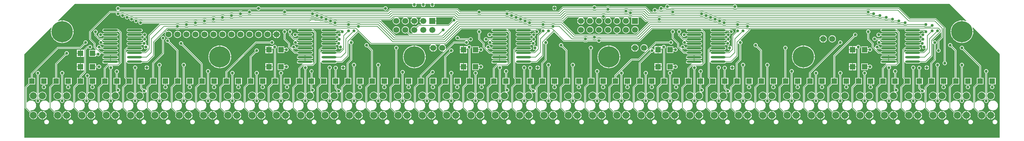
<source format=gtl>
G04 Layer_Physical_Order=1*
G04 Layer_Color=255*
%FSLAX25Y25*%
%MOIN*%
G70*
G01*
G75*
%ADD10O,0.16535X0.02362*%
%ADD11R,0.06299X0.06299*%
%ADD12C,0.00787*%
%ADD13C,0.06693*%
%ADD14C,0.23622*%
%ADD15R,0.06693X0.06693*%
%ADD16C,0.07874*%
%ADD17C,0.03347*%
G36*
X1048818Y132182D02*
X1048535Y131758D01*
X1047905Y132019D01*
X1045977Y132482D01*
X1044394Y132606D01*
Y120394D01*
X1056606D01*
X1056482Y121977D01*
X1056019Y123905D01*
X1055758Y124535D01*
X1056182Y124818D01*
X1086000Y95000D01*
Y2000D01*
X3000D01*
Y95000D01*
X32818Y124818D01*
X33242Y124535D01*
X32981Y123905D01*
X32518Y121977D01*
X32394Y120394D01*
X44606D01*
Y132606D01*
X43023Y132482D01*
X41095Y132019D01*
X40465Y131758D01*
X40182Y132182D01*
X59000Y151000D01*
X433180D01*
X433591Y150500D01*
X433569Y150394D01*
X438431D01*
X438409Y150500D01*
X438820Y151000D01*
X443180D01*
X443591Y150500D01*
X443570Y150394D01*
X448430D01*
X448409Y150500D01*
X448820Y151000D01*
X453180D01*
X453591Y150500D01*
X453570Y150394D01*
X458430D01*
X458409Y150500D01*
X458820Y151000D01*
X1030000D01*
X1048818Y132182D01*
D02*
G37*
%LPC*%
G36*
X967606Y31713D02*
X966767Y31603D01*
X965617Y31127D01*
X964631Y30369D01*
X963873Y29383D01*
X963397Y28233D01*
X963287Y27394D01*
X967606D01*
Y31713D01*
D02*
G37*
G36*
X940606D02*
X939767Y31603D01*
X938617Y31127D01*
X937630Y30369D01*
X936873Y29383D01*
X936397Y28233D01*
X936287Y27394D01*
X940606D01*
Y31713D01*
D02*
G37*
G36*
X913606D02*
X912767Y31603D01*
X911617Y31127D01*
X910631Y30369D01*
X909873Y29383D01*
X909397Y28233D01*
X909287Y27394D01*
X913606D01*
Y31713D01*
D02*
G37*
G36*
X994606D02*
X993767Y31603D01*
X992617Y31127D01*
X991630Y30369D01*
X990873Y29383D01*
X990397Y28233D01*
X990287Y27394D01*
X994606D01*
Y31713D01*
D02*
G37*
G36*
X1075606D02*
X1074767Y31603D01*
X1073617Y31127D01*
X1072631Y30369D01*
X1071873Y29383D01*
X1071397Y28233D01*
X1071287Y27394D01*
X1075606D01*
Y31713D01*
D02*
G37*
G36*
X1048606D02*
X1047767Y31603D01*
X1046617Y31127D01*
X1045630Y30369D01*
X1044873Y29383D01*
X1044397Y28233D01*
X1044287Y27394D01*
X1048606D01*
Y31713D01*
D02*
G37*
G36*
X1021606D02*
X1020767Y31603D01*
X1019617Y31127D01*
X1018631Y30369D01*
X1017873Y29383D01*
X1017397Y28233D01*
X1017287Y27394D01*
X1021606D01*
Y31713D01*
D02*
G37*
G36*
X778606D02*
X777767Y31603D01*
X776617Y31127D01*
X775631Y30369D01*
X774873Y29383D01*
X774397Y28233D01*
X774287Y27394D01*
X778606D01*
Y31713D01*
D02*
G37*
G36*
X751606D02*
X750767Y31603D01*
X749617Y31127D01*
X748631Y30369D01*
X747873Y29383D01*
X747397Y28233D01*
X747287Y27394D01*
X751606D01*
Y31713D01*
D02*
G37*
G36*
X724606D02*
X723767Y31603D01*
X722617Y31127D01*
X721630Y30369D01*
X720873Y29383D01*
X720397Y28233D01*
X720287Y27394D01*
X724606D01*
Y31713D01*
D02*
G37*
G36*
X805606D02*
X804767Y31603D01*
X803617Y31127D01*
X802631Y30369D01*
X801873Y29383D01*
X801397Y28233D01*
X801287Y27394D01*
X805606D01*
Y31713D01*
D02*
G37*
G36*
X886606D02*
X885767Y31603D01*
X884617Y31127D01*
X883630Y30369D01*
X882873Y29383D01*
X882397Y28233D01*
X882287Y27394D01*
X886606D01*
Y31713D01*
D02*
G37*
G36*
X859606D02*
X858767Y31603D01*
X857617Y31127D01*
X856631Y30369D01*
X855873Y29383D01*
X855397Y28233D01*
X855287Y27394D01*
X859606D01*
Y31713D01*
D02*
G37*
G36*
X832606D02*
X831767Y31603D01*
X830617Y31127D01*
X829630Y30369D01*
X828873Y29383D01*
X828397Y28233D01*
X828287Y27394D01*
X832606D01*
Y31713D01*
D02*
G37*
G36*
X23394Y31713D02*
Y27394D01*
X27713D01*
X27603Y28233D01*
X27127Y29383D01*
X26370Y30369D01*
X25383Y31127D01*
X24233Y31603D01*
X23394Y31713D01*
D02*
G37*
G36*
X293394D02*
Y27394D01*
X297713D01*
X297603Y28233D01*
X297127Y29383D01*
X296370Y30369D01*
X295383Y31127D01*
X294233Y31603D01*
X293394Y31713D01*
D02*
G37*
G36*
X266394D02*
Y27394D01*
X270713D01*
X270603Y28233D01*
X270127Y29383D01*
X269370Y30369D01*
X268383Y31127D01*
X267233Y31603D01*
X266394Y31713D01*
D02*
G37*
G36*
X239394D02*
Y27394D01*
X243713D01*
X243603Y28233D01*
X243127Y29383D01*
X242370Y30369D01*
X241383Y31127D01*
X240233Y31603D01*
X239394Y31713D01*
D02*
G37*
G36*
X320394D02*
Y27394D01*
X324713D01*
X324603Y28233D01*
X324127Y29383D01*
X323370Y30369D01*
X322383Y31127D01*
X321233Y31603D01*
X320394Y31713D01*
D02*
G37*
G36*
X401394D02*
Y27394D01*
X405713D01*
X405603Y28233D01*
X405127Y29383D01*
X404369Y30369D01*
X403383Y31127D01*
X402233Y31603D01*
X401394Y31713D01*
D02*
G37*
G36*
X374394D02*
Y27394D01*
X378713D01*
X378603Y28233D01*
X378127Y29383D01*
X377369Y30369D01*
X376383Y31127D01*
X375233Y31603D01*
X374394Y31713D01*
D02*
G37*
G36*
X347394D02*
Y27394D01*
X351713D01*
X351603Y28233D01*
X351127Y29383D01*
X350370Y30369D01*
X349383Y31127D01*
X348233Y31603D01*
X347394Y31713D01*
D02*
G37*
G36*
X104394D02*
Y27394D01*
X108713D01*
X108603Y28233D01*
X108127Y29383D01*
X107369Y30369D01*
X106383Y31127D01*
X105233Y31603D01*
X104394Y31713D01*
D02*
G37*
G36*
X77394D02*
Y27394D01*
X81713D01*
X81603Y28233D01*
X81127Y29383D01*
X80370Y30369D01*
X79383Y31127D01*
X78233Y31603D01*
X77394Y31713D01*
D02*
G37*
G36*
X50394D02*
Y27394D01*
X54713D01*
X54603Y28233D01*
X54127Y29383D01*
X53369Y30369D01*
X52383Y31127D01*
X51233Y31603D01*
X50394Y31713D01*
D02*
G37*
G36*
X131394D02*
Y27394D01*
X135713D01*
X135603Y28233D01*
X135127Y29383D01*
X134370Y30369D01*
X133383Y31127D01*
X132233Y31603D01*
X131394Y31713D01*
D02*
G37*
G36*
X212394D02*
Y27394D01*
X216713D01*
X216603Y28233D01*
X216127Y29383D01*
X215370Y30369D01*
X214383Y31127D01*
X213233Y31603D01*
X212394Y31713D01*
D02*
G37*
G36*
X185394D02*
Y27394D01*
X189713D01*
X189603Y28233D01*
X189127Y29383D01*
X188370Y30369D01*
X187383Y31127D01*
X186233Y31603D01*
X185394Y31713D01*
D02*
G37*
G36*
X158394D02*
Y27394D01*
X162713D01*
X162603Y28233D01*
X162127Y29383D01*
X161370Y30369D01*
X160383Y31127D01*
X159233Y31603D01*
X158394Y31713D01*
D02*
G37*
G36*
X184606Y31713D02*
X183767Y31603D01*
X182617Y31127D01*
X181631Y30369D01*
X180873Y29383D01*
X180397Y28233D01*
X180287Y27394D01*
X184606D01*
Y31713D01*
D02*
G37*
G36*
X157606D02*
X156767Y31603D01*
X155617Y31127D01*
X154630Y30369D01*
X153873Y29383D01*
X153397Y28233D01*
X153287Y27394D01*
X157606D01*
Y31713D01*
D02*
G37*
G36*
X130606D02*
X129767Y31603D01*
X128617Y31127D01*
X127630Y30369D01*
X126873Y29383D01*
X126397Y28233D01*
X126287Y27394D01*
X130606D01*
Y31713D01*
D02*
G37*
G36*
X211606D02*
X210767Y31603D01*
X209617Y31127D01*
X208630Y30369D01*
X207873Y29383D01*
X207397Y28233D01*
X207287Y27394D01*
X211606D01*
Y31713D01*
D02*
G37*
G36*
X292606D02*
X291767Y31603D01*
X290617Y31127D01*
X289631Y30369D01*
X288873Y29383D01*
X288397Y28233D01*
X288287Y27394D01*
X292606D01*
Y31713D01*
D02*
G37*
G36*
X265606D02*
X264767Y31603D01*
X263617Y31127D01*
X262631Y30369D01*
X261873Y29383D01*
X261397Y28233D01*
X261287Y27394D01*
X265606D01*
Y31713D01*
D02*
G37*
G36*
X238606D02*
X237767Y31603D01*
X236617Y31127D01*
X235630Y30369D01*
X234873Y29383D01*
X234397Y28233D01*
X234287Y27394D01*
X238606D01*
Y31713D01*
D02*
G37*
G36*
X1080713Y26606D02*
X1076394D01*
Y22287D01*
X1077233Y22397D01*
X1078383Y22873D01*
X1079370Y23630D01*
X1080127Y24617D01*
X1080603Y25767D01*
X1080713Y26606D01*
D02*
G37*
G36*
X945713D02*
X941394D01*
Y22287D01*
X942233Y22397D01*
X943383Y22873D01*
X944370Y23630D01*
X945127Y24617D01*
X945603Y25767D01*
X945713Y26606D01*
D02*
G37*
G36*
X486713D02*
X482394D01*
Y22287D01*
X483233Y22397D01*
X484383Y22873D01*
X485369Y23630D01*
X486127Y24617D01*
X486603Y25767D01*
X486713Y26606D01*
D02*
G37*
G36*
X22606Y31713D02*
X21767Y31603D01*
X20617Y31127D01*
X19631Y30369D01*
X18873Y29383D01*
X18397Y28233D01*
X18287Y27394D01*
X22606D01*
Y31713D01*
D02*
G37*
G36*
X103606D02*
X102767Y31603D01*
X101617Y31127D01*
X100630Y30369D01*
X99873Y29383D01*
X99397Y28233D01*
X99287Y27394D01*
X103606D01*
Y31713D01*
D02*
G37*
G36*
X76606D02*
X75767Y31603D01*
X74617Y31127D01*
X73630Y30369D01*
X72873Y29383D01*
X72397Y28233D01*
X72287Y27394D01*
X76606D01*
Y31713D01*
D02*
G37*
G36*
X49606D02*
X48767Y31603D01*
X47617Y31127D01*
X46630Y30369D01*
X45873Y29383D01*
X45397Y28233D01*
X45287Y27394D01*
X49606D01*
Y31713D01*
D02*
G37*
G36*
X319606D02*
X318767Y31603D01*
X317617Y31127D01*
X316631Y30369D01*
X315873Y29383D01*
X315397Y28233D01*
X315287Y27394D01*
X319606D01*
Y31713D01*
D02*
G37*
G36*
X589606D02*
X588767Y31603D01*
X587617Y31127D01*
X586630Y30369D01*
X585873Y29383D01*
X585397Y28233D01*
X585287Y27394D01*
X589606D01*
Y31713D01*
D02*
G37*
G36*
X562606D02*
X561767Y31603D01*
X560617Y31127D01*
X559630Y30369D01*
X558873Y29383D01*
X558397Y28233D01*
X558287Y27394D01*
X562606D01*
Y31713D01*
D02*
G37*
G36*
X535606D02*
X534767Y31603D01*
X533617Y31127D01*
X532630Y30369D01*
X531873Y29383D01*
X531397Y28233D01*
X531287Y27394D01*
X535606D01*
Y31713D01*
D02*
G37*
G36*
X616606D02*
X615767Y31603D01*
X614617Y31127D01*
X613630Y30369D01*
X612873Y29383D01*
X612397Y28233D01*
X612287Y27394D01*
X616606D01*
Y31713D01*
D02*
G37*
G36*
X697606D02*
X696767Y31603D01*
X695617Y31127D01*
X694630Y30369D01*
X693873Y29383D01*
X693397Y28233D01*
X693287Y27394D01*
X697606D01*
Y31713D01*
D02*
G37*
G36*
X670606D02*
X669767Y31603D01*
X668617Y31127D01*
X667630Y30369D01*
X666873Y29383D01*
X666397Y28233D01*
X666287Y27394D01*
X670606D01*
Y31713D01*
D02*
G37*
G36*
X643606D02*
X642767Y31603D01*
X641617Y31127D01*
X640630Y30369D01*
X639873Y29383D01*
X639397Y28233D01*
X639287Y27394D01*
X643606D01*
Y31713D01*
D02*
G37*
G36*
X400606D02*
X399767Y31603D01*
X398617Y31127D01*
X397631Y30369D01*
X396873Y29383D01*
X396397Y28233D01*
X396287Y27394D01*
X400606D01*
Y31713D01*
D02*
G37*
G36*
X373606D02*
X372767Y31603D01*
X371617Y31127D01*
X370631Y30369D01*
X369873Y29383D01*
X369397Y28233D01*
X369287Y27394D01*
X373606D01*
Y31713D01*
D02*
G37*
G36*
X346606D02*
X345767Y31603D01*
X344617Y31127D01*
X343631Y30369D01*
X342873Y29383D01*
X342397Y28233D01*
X342287Y27394D01*
X346606D01*
Y31713D01*
D02*
G37*
G36*
X427606D02*
X426767Y31603D01*
X425617Y31127D01*
X424630Y30369D01*
X423873Y29383D01*
X423397Y28233D01*
X423287Y27394D01*
X427606D01*
Y31713D01*
D02*
G37*
G36*
X508606D02*
X507767Y31603D01*
X506617Y31127D01*
X505630Y30369D01*
X504873Y29383D01*
X504397Y28233D01*
X504287Y27394D01*
X508606D01*
Y31713D01*
D02*
G37*
G36*
X481606D02*
X480767Y31603D01*
X479617Y31127D01*
X478630Y30369D01*
X477873Y29383D01*
X477397Y28233D01*
X477287Y27394D01*
X481606D01*
Y31713D01*
D02*
G37*
G36*
X454606D02*
X453767Y31603D01*
X452617Y31127D01*
X451630Y30369D01*
X450873Y29383D01*
X450397Y28233D01*
X450287Y27394D01*
X454606D01*
Y31713D01*
D02*
G37*
G36*
X428394Y31713D02*
Y27394D01*
X432713D01*
X432603Y28233D01*
X432127Y29383D01*
X431369Y30369D01*
X430383Y31127D01*
X429233Y31603D01*
X428394Y31713D01*
D02*
G37*
G36*
X929000Y105308D02*
X928117Y105132D01*
X927368Y104632D01*
X926995Y104074D01*
X926551Y103937D01*
X926368Y103937D01*
X923008D01*
Y100394D01*
X926551D01*
Y101690D01*
X927051Y101842D01*
X927368Y101368D01*
X928117Y100868D01*
X928303Y100830D01*
Y68740D01*
X925567D01*
Y62679D01*
X921676Y58789D01*
X921459Y58463D01*
X921382Y58079D01*
Y41314D01*
X920882Y41144D01*
X920411Y41758D01*
X919260Y42641D01*
X917919Y43197D01*
X916480Y43386D01*
X915041Y43197D01*
X913701Y42641D01*
X912549Y41758D01*
X911666Y40606D01*
X911110Y39266D01*
X910921Y37827D01*
X911110Y36388D01*
X911666Y35047D01*
X912549Y33896D01*
X913701Y33012D01*
X915041Y32457D01*
X916480Y32267D01*
X917919Y32457D01*
X919260Y33012D01*
X920411Y33896D01*
X921124Y34825D01*
X921477Y34872D01*
X921699Y34856D01*
X921738Y34837D01*
X927153Y29423D01*
X927045Y29283D01*
X926589Y28182D01*
X926433Y27000D01*
X926589Y25818D01*
X927045Y24717D01*
X927771Y23771D01*
X928717Y23045D01*
X929818Y22589D01*
X931000Y22433D01*
X932182Y22589D01*
X933283Y23045D01*
X934229Y23771D01*
X934955Y24717D01*
X935411Y25818D01*
X935567Y27000D01*
X935411Y28182D01*
X934955Y29283D01*
X934229Y30229D01*
X933283Y30955D01*
X932182Y31411D01*
X931000Y31567D01*
X929818Y31411D01*
X928717Y30955D01*
X928571Y30843D01*
X927519Y31895D01*
X927753Y32368D01*
X928520Y32267D01*
X929959Y32457D01*
X931299Y33012D01*
X932451Y33896D01*
X933334Y35047D01*
X933890Y36388D01*
X934079Y37827D01*
X933890Y39266D01*
X933334Y40606D01*
X932451Y41758D01*
X931299Y42641D01*
X929959Y43197D01*
X928520Y43386D01*
X927081Y43197D01*
X925740Y42641D01*
X924589Y41758D01*
X923889Y40846D01*
X923389Y41016D01*
Y57663D01*
X926986Y61260D01*
X933047D01*
Y68740D01*
X930311D01*
Y101153D01*
X930632Y101368D01*
X931132Y102117D01*
X931308Y103000D01*
X931132Y103883D01*
X930632Y104632D01*
X929883Y105132D01*
X929000Y105308D01*
D02*
G37*
G36*
X713000D02*
X712117Y105132D01*
X711368Y104632D01*
X710995Y104074D01*
X710551Y103937D01*
X710368Y103937D01*
X707008D01*
Y100394D01*
X710551D01*
Y101690D01*
X711051Y101842D01*
X711368Y101368D01*
X712117Y100868D01*
X712303Y100830D01*
Y68740D01*
X709567D01*
Y62679D01*
X705676Y58789D01*
X705459Y58463D01*
X705382Y58079D01*
Y41314D01*
X704882Y41144D01*
X704411Y41758D01*
X703260Y42641D01*
X701919Y43197D01*
X700480Y43386D01*
X699041Y43197D01*
X697701Y42641D01*
X696549Y41758D01*
X695666Y40606D01*
X695110Y39266D01*
X694921Y37827D01*
X695110Y36388D01*
X695666Y35047D01*
X696549Y33896D01*
X697701Y33012D01*
X699041Y32457D01*
X700480Y32267D01*
X701919Y32457D01*
X703260Y33012D01*
X704411Y33896D01*
X705125Y34825D01*
X705477Y34872D01*
X705699Y34856D01*
X705738Y34837D01*
X711153Y29423D01*
X711045Y29283D01*
X710589Y28182D01*
X710433Y27000D01*
X710589Y25818D01*
X711045Y24717D01*
X711771Y23771D01*
X712717Y23045D01*
X713818Y22589D01*
X715000Y22433D01*
X716182Y22589D01*
X717283Y23045D01*
X718229Y23771D01*
X718955Y24717D01*
X719411Y25818D01*
X719567Y27000D01*
X719411Y28182D01*
X718955Y29283D01*
X718229Y30229D01*
X717283Y30955D01*
X716182Y31411D01*
X715000Y31567D01*
X713818Y31411D01*
X712717Y30955D01*
X712571Y30843D01*
X711519Y31895D01*
X711753Y32368D01*
X712520Y32267D01*
X713959Y32457D01*
X715299Y33012D01*
X716451Y33896D01*
X717334Y35047D01*
X717890Y36388D01*
X718079Y37827D01*
X717890Y39266D01*
X717334Y40606D01*
X716451Y41758D01*
X715299Y42641D01*
X713959Y43197D01*
X712520Y43386D01*
X711081Y43197D01*
X709740Y42641D01*
X708589Y41758D01*
X707889Y40846D01*
X707389Y41016D01*
Y57663D01*
X710986Y61260D01*
X717047D01*
Y68740D01*
X714311D01*
Y101153D01*
X714632Y101368D01*
X715132Y102117D01*
X715308Y103000D01*
X715132Y103883D01*
X714632Y104632D01*
X713883Y105132D01*
X713000Y105308D01*
D02*
G37*
G36*
X497000D02*
X496117Y105132D01*
X495368Y104632D01*
X494995Y104074D01*
X494551Y103937D01*
X494369Y103937D01*
X491008D01*
Y100394D01*
X494551D01*
Y101690D01*
X495051Y101842D01*
X495368Y101368D01*
X496117Y100868D01*
X496303Y100830D01*
Y68740D01*
X493567D01*
Y62679D01*
X489676Y58789D01*
X489459Y58463D01*
X489382Y58079D01*
Y41314D01*
X488882Y41144D01*
X488411Y41758D01*
X487260Y42641D01*
X485919Y43197D01*
X484480Y43386D01*
X483041Y43197D01*
X481701Y42641D01*
X480549Y41758D01*
X479666Y40606D01*
X479110Y39266D01*
X478921Y37827D01*
X479110Y36388D01*
X479666Y35047D01*
X480549Y33896D01*
X481701Y33012D01*
X483041Y32457D01*
X484480Y32267D01*
X485919Y32457D01*
X487260Y33012D01*
X488411Y33896D01*
X489124Y34825D01*
X489477Y34872D01*
X489699Y34856D01*
X489738Y34837D01*
X495153Y29423D01*
X495045Y29283D01*
X494589Y28182D01*
X494433Y27000D01*
X494589Y25818D01*
X495045Y24717D01*
X495771Y23771D01*
X496717Y23045D01*
X497818Y22589D01*
X499000Y22433D01*
X500182Y22589D01*
X501283Y23045D01*
X502229Y23771D01*
X502955Y24717D01*
X503411Y25818D01*
X503567Y27000D01*
X503411Y28182D01*
X502955Y29283D01*
X502229Y30229D01*
X501283Y30955D01*
X500182Y31411D01*
X499000Y31567D01*
X497818Y31411D01*
X496717Y30955D01*
X496571Y30843D01*
X495519Y31895D01*
X495753Y32368D01*
X496520Y32267D01*
X497959Y32457D01*
X499299Y33012D01*
X500451Y33896D01*
X501334Y35047D01*
X501890Y36388D01*
X502079Y37827D01*
X501890Y39266D01*
X501334Y40606D01*
X500451Y41758D01*
X499299Y42641D01*
X497959Y43197D01*
X496520Y43386D01*
X495081Y43197D01*
X493740Y42641D01*
X492589Y41758D01*
X491889Y40846D01*
X491389Y41016D01*
Y57663D01*
X494986Y61260D01*
X501047D01*
Y68740D01*
X498311D01*
Y101153D01*
X498632Y101368D01*
X499132Y102117D01*
X499308Y103000D01*
X499132Y103883D01*
X498632Y104632D01*
X497883Y105132D01*
X497000Y105308D01*
D02*
G37*
G36*
X73000Y73308D02*
X72117Y73132D01*
X71368Y72632D01*
X70868Y71883D01*
X70692Y71000D01*
X70868Y70117D01*
X71368Y69368D01*
X71996Y68948D01*
Y52029D01*
X71369Y51402D01*
X71304Y51304D01*
X70718Y51250D01*
X70713Y51252D01*
X70229Y51883D01*
X69283Y52608D01*
X68182Y53065D01*
X67000Y53220D01*
X65818Y53065D01*
X64717Y52608D01*
X63771Y51883D01*
X63045Y50937D01*
X62589Y49836D01*
X62433Y48654D01*
X62589Y47472D01*
X63045Y46370D01*
X63771Y45424D01*
X64717Y44699D01*
X65818Y44243D01*
X67000Y44087D01*
X68182Y44243D01*
X69283Y44699D01*
X70229Y45424D01*
X70575Y45875D01*
X71075Y45706D01*
Y45105D01*
X70368Y44632D01*
X69868Y43883D01*
X69692Y43000D01*
X69868Y42117D01*
X70368Y41368D01*
X71117Y40868D01*
X72000Y40692D01*
X72883Y40868D01*
X73632Y41368D01*
X74132Y42117D01*
X74308Y43000D01*
X74132Y43883D01*
X73632Y44632D01*
X73082Y45000D01*
Y45544D01*
X73556Y45705D01*
X73771Y45424D01*
X74717Y44699D01*
X75818Y44243D01*
X77000Y44087D01*
X78182Y44243D01*
X79283Y44699D01*
X80229Y45424D01*
X80955Y46370D01*
X81411Y47472D01*
X81567Y48654D01*
X81411Y49836D01*
X80955Y50937D01*
X80229Y51883D01*
X79283Y52608D01*
X78182Y53065D01*
X77000Y53220D01*
X75818Y53065D01*
X74717Y52608D01*
X74452Y52405D01*
X74003Y52626D01*
Y68948D01*
X74632Y69368D01*
X75132Y70117D01*
X75308Y71000D01*
X75132Y71883D01*
X74632Y72632D01*
X73883Y73132D01*
X73000Y73308D01*
D02*
G37*
G36*
X153000Y85308D02*
X152117Y85132D01*
X151368Y84632D01*
X150868Y83883D01*
X150692Y83000D01*
X150868Y82117D01*
X151368Y81368D01*
X151997Y80948D01*
Y51704D01*
X151497Y51534D01*
X151229Y51883D01*
X150283Y52608D01*
X149182Y53065D01*
X148000Y53220D01*
X146818Y53065D01*
X145717Y52608D01*
X144771Y51883D01*
X144045Y50937D01*
X143589Y49836D01*
X143433Y48654D01*
X143589Y47472D01*
X144045Y46370D01*
X144771Y45424D01*
X145717Y44699D01*
X146818Y44243D01*
X148000Y44087D01*
X149182Y44243D01*
X150283Y44699D01*
X151229Y45424D01*
X151497Y45773D01*
X151997Y45603D01*
Y45052D01*
X151368Y44632D01*
X150868Y43883D01*
X150692Y43000D01*
X150868Y42117D01*
X151368Y41368D01*
X152117Y40868D01*
X153000Y40692D01*
X153883Y40868D01*
X154632Y41368D01*
X155132Y42117D01*
X155308Y43000D01*
X155132Y43883D01*
X154632Y44632D01*
X154004Y45052D01*
Y45603D01*
X154504Y45773D01*
X154771Y45424D01*
X155717Y44699D01*
X156818Y44243D01*
X158000Y44087D01*
X159182Y44243D01*
X160283Y44699D01*
X161229Y45424D01*
X161955Y46370D01*
X162411Y47472D01*
X162567Y48654D01*
X162411Y49836D01*
X161955Y50937D01*
X161229Y51883D01*
X160283Y52608D01*
X159182Y53065D01*
X158000Y53220D01*
X156818Y53065D01*
X155717Y52608D01*
X154771Y51883D01*
X154504Y51534D01*
X154004Y51704D01*
Y80948D01*
X154632Y81368D01*
X155132Y82117D01*
X155308Y83000D01*
X155132Y83883D01*
X154632Y84632D01*
X153883Y85132D01*
X153000Y85308D01*
D02*
G37*
G36*
X45000Y76308D02*
X44117Y76132D01*
X43368Y75632D01*
X42868Y74883D01*
X42692Y74000D01*
X42868Y73117D01*
X43368Y72368D01*
X43997Y71948D01*
Y51704D01*
X43497Y51534D01*
X43229Y51883D01*
X42283Y52608D01*
X41182Y53065D01*
X40000Y53220D01*
X38818Y53065D01*
X37717Y52608D01*
X36771Y51883D01*
X36045Y50937D01*
X35589Y49836D01*
X35433Y48654D01*
X35589Y47472D01*
X36045Y46370D01*
X36771Y45424D01*
X37717Y44699D01*
X38818Y44243D01*
X40000Y44087D01*
X41182Y44243D01*
X42283Y44699D01*
X43229Y45424D01*
X43497Y45773D01*
X43997Y45603D01*
Y45052D01*
X43368Y44632D01*
X42868Y43883D01*
X42692Y43000D01*
X42868Y42117D01*
X43368Y41368D01*
X44117Y40868D01*
X45000Y40692D01*
X45883Y40868D01*
X46632Y41368D01*
X47132Y42117D01*
X47308Y43000D01*
X47132Y43883D01*
X46632Y44632D01*
X46003Y45052D01*
Y45603D01*
X46503Y45773D01*
X46771Y45424D01*
X47717Y44699D01*
X48818Y44243D01*
X50000Y44087D01*
X51182Y44243D01*
X52283Y44699D01*
X53229Y45424D01*
X53955Y46370D01*
X54411Y47472D01*
X54567Y48654D01*
X54411Y49836D01*
X53955Y50937D01*
X53229Y51883D01*
X52283Y52608D01*
X51182Y53065D01*
X50000Y53220D01*
X48818Y53065D01*
X47717Y52608D01*
X46771Y51883D01*
X46503Y51534D01*
X46003Y51704D01*
Y71948D01*
X46632Y72368D01*
X47132Y73117D01*
X47308Y74000D01*
X47132Y74883D01*
X46632Y75632D01*
X45883Y76132D01*
X45000Y76308D01*
D02*
G37*
G36*
X18000D02*
X17117Y76132D01*
X16368Y75632D01*
X15868Y74883D01*
X15692Y74000D01*
X15868Y73117D01*
X16368Y72368D01*
X16996Y71948D01*
Y51704D01*
X16497Y51534D01*
X16229Y51883D01*
X15283Y52608D01*
X14182Y53065D01*
X13000Y53220D01*
X11818Y53065D01*
X10717Y52608D01*
X9771Y51883D01*
X9045Y50937D01*
X8589Y49836D01*
X8433Y48654D01*
X8589Y47472D01*
X9045Y46370D01*
X9771Y45424D01*
X10717Y44699D01*
X11818Y44243D01*
X13000Y44087D01*
X14182Y44243D01*
X15283Y44699D01*
X16229Y45424D01*
X16497Y45773D01*
X16996Y45603D01*
Y45052D01*
X16368Y44632D01*
X15868Y43883D01*
X15692Y43000D01*
X15868Y42117D01*
X16368Y41368D01*
X17117Y40868D01*
X18000Y40692D01*
X18883Y40868D01*
X19632Y41368D01*
X20132Y42117D01*
X20308Y43000D01*
X20132Y43883D01*
X19632Y44632D01*
X19004Y45052D01*
Y45603D01*
X19503Y45773D01*
X19771Y45424D01*
X20717Y44699D01*
X21818Y44243D01*
X23000Y44087D01*
X24182Y44243D01*
X25283Y44699D01*
X26229Y45424D01*
X26955Y46370D01*
X27411Y47472D01*
X27567Y48654D01*
X27411Y49836D01*
X26955Y50937D01*
X26229Y51883D01*
X25283Y52608D01*
X24182Y53065D01*
X23000Y53220D01*
X21818Y53065D01*
X20717Y52608D01*
X19771Y51883D01*
X19503Y51534D01*
X19004Y51704D01*
Y71948D01*
X19632Y72368D01*
X20132Y73117D01*
X20308Y74000D01*
X20132Y74883D01*
X19632Y75632D01*
X18883Y76132D01*
X18000Y76308D01*
D02*
G37*
G36*
X815000Y107308D02*
X814117Y107132D01*
X813368Y106632D01*
X812868Y105883D01*
X812692Y105000D01*
X812868Y104117D01*
X813368Y103368D01*
X814117Y102868D01*
X815000Y102692D01*
X815741Y102839D01*
X819996Y98584D01*
Y68740D01*
X817567D01*
Y62679D01*
X813905Y59017D01*
X813687Y58691D01*
X813611Y58307D01*
Y41016D01*
X813111Y40846D01*
X812411Y41758D01*
X811260Y42641D01*
X809919Y43197D01*
X808480Y43386D01*
X807041Y43197D01*
X805701Y42641D01*
X804549Y41758D01*
X803666Y40606D01*
X803110Y39266D01*
X802921Y37827D01*
X803110Y36388D01*
X803666Y35047D01*
X804549Y33896D01*
X805701Y33012D01*
X807041Y32457D01*
X808480Y32267D01*
X809919Y32457D01*
X811260Y33012D01*
X812411Y33896D01*
X813194Y34915D01*
X813373Y34945D01*
X813631Y34927D01*
X813766Y34878D01*
X813905Y34671D01*
X819153Y29423D01*
X819045Y29283D01*
X818589Y28182D01*
X818433Y27000D01*
X818589Y25818D01*
X819045Y24717D01*
X819771Y23771D01*
X820717Y23045D01*
X821818Y22589D01*
X823000Y22433D01*
X824182Y22589D01*
X825283Y23045D01*
X826229Y23771D01*
X826955Y24717D01*
X827411Y25818D01*
X827567Y27000D01*
X827411Y28182D01*
X826955Y29283D01*
X826229Y30229D01*
X825283Y30955D01*
X824182Y31411D01*
X823000Y31567D01*
X821818Y31411D01*
X820717Y30955D01*
X820571Y30843D01*
X819519Y31895D01*
X819753Y32368D01*
X820520Y32267D01*
X821959Y32457D01*
X823299Y33012D01*
X824451Y33896D01*
X825334Y35047D01*
X825890Y36388D01*
X826079Y37827D01*
X825890Y39266D01*
X825334Y40606D01*
X824451Y41758D01*
X823299Y42641D01*
X821959Y43197D01*
X820520Y43386D01*
X819081Y43197D01*
X817740Y42641D01*
X816589Y41758D01*
X816118Y41144D01*
X815618Y41314D01*
Y57891D01*
X818986Y61260D01*
X825047D01*
Y68740D01*
X822003D01*
Y99256D01*
X821927Y99640D01*
X821710Y99966D01*
X821384Y100183D01*
X821200Y100220D01*
X817161Y104259D01*
X817308Y105000D01*
X817132Y105883D01*
X816632Y106632D01*
X815883Y107132D01*
X815000Y107308D01*
D02*
G37*
G36*
X632000Y104308D02*
X631117Y104132D01*
X630368Y103632D01*
X629868Y102883D01*
X629692Y102000D01*
X629868Y101117D01*
X630368Y100368D01*
X630997Y99948D01*
Y68740D01*
X628567D01*
Y62679D01*
X624905Y59017D01*
X624687Y58691D01*
X624611Y58307D01*
Y41016D01*
X624111Y40846D01*
X623411Y41758D01*
X622260Y42641D01*
X620919Y43197D01*
X619480Y43386D01*
X618041Y43197D01*
X616701Y42641D01*
X615549Y41758D01*
X614666Y40606D01*
X614110Y39266D01*
X613921Y37827D01*
X614110Y36388D01*
X614666Y35047D01*
X615549Y33896D01*
X616701Y33012D01*
X618041Y32457D01*
X619480Y32267D01*
X620919Y32457D01*
X622260Y33012D01*
X623411Y33896D01*
X624193Y34915D01*
X624373Y34945D01*
X624631Y34927D01*
X624766Y34878D01*
X624905Y34671D01*
X630153Y29423D01*
X630045Y29283D01*
X629589Y28182D01*
X629433Y27000D01*
X629589Y25818D01*
X630045Y24717D01*
X630771Y23771D01*
X631717Y23045D01*
X632818Y22589D01*
X634000Y22433D01*
X635182Y22589D01*
X636283Y23045D01*
X637229Y23771D01*
X637955Y24717D01*
X638411Y25818D01*
X638567Y27000D01*
X638411Y28182D01*
X637955Y29283D01*
X637229Y30229D01*
X636283Y30955D01*
X635182Y31411D01*
X634000Y31567D01*
X632818Y31411D01*
X631717Y30955D01*
X631571Y30843D01*
X630519Y31895D01*
X630753Y32368D01*
X631520Y32267D01*
X632959Y32457D01*
X634299Y33012D01*
X635451Y33896D01*
X636334Y35047D01*
X636890Y36388D01*
X637079Y37827D01*
X636890Y39266D01*
X636334Y40606D01*
X635451Y41758D01*
X634299Y42641D01*
X632959Y43197D01*
X631520Y43386D01*
X630081Y43197D01*
X628740Y42641D01*
X627589Y41758D01*
X627118Y41144D01*
X626618Y41314D01*
Y57891D01*
X629986Y61260D01*
X636047D01*
Y68740D01*
X633004D01*
Y99948D01*
X633632Y100368D01*
X634132Y101117D01*
X634308Y102000D01*
X634132Y102883D01*
X633632Y103632D01*
X632883Y104132D01*
X632000Y104308D01*
D02*
G37*
G36*
X599000Y107308D02*
X598117Y107132D01*
X597368Y106632D01*
X596868Y105883D01*
X596692Y105000D01*
X596868Y104117D01*
X597368Y103368D01*
X598117Y102868D01*
X599000Y102692D01*
X599741Y102839D01*
X603997Y98584D01*
Y68740D01*
X601567D01*
Y62679D01*
X597905Y59017D01*
X597687Y58691D01*
X597611Y58307D01*
Y41016D01*
X597111Y40846D01*
X596411Y41758D01*
X595260Y42641D01*
X593919Y43197D01*
X592480Y43386D01*
X591041Y43197D01*
X589701Y42641D01*
X588549Y41758D01*
X587666Y40606D01*
X587110Y39266D01*
X586921Y37827D01*
X587110Y36388D01*
X587666Y35047D01*
X588549Y33896D01*
X589701Y33012D01*
X591041Y32457D01*
X592480Y32267D01*
X593919Y32457D01*
X595260Y33012D01*
X596411Y33896D01*
X597193Y34915D01*
X597373Y34945D01*
X597631Y34927D01*
X597766Y34878D01*
X597905Y34671D01*
X603153Y29423D01*
X603045Y29283D01*
X602589Y28182D01*
X602433Y27000D01*
X602589Y25818D01*
X603045Y24717D01*
X603771Y23771D01*
X604717Y23045D01*
X605818Y22589D01*
X607000Y22433D01*
X608182Y22589D01*
X609283Y23045D01*
X610229Y23771D01*
X610955Y24717D01*
X611411Y25818D01*
X611567Y27000D01*
X611411Y28182D01*
X610955Y29283D01*
X610229Y30229D01*
X609283Y30955D01*
X608182Y31411D01*
X607000Y31567D01*
X605818Y31411D01*
X604717Y30955D01*
X604571Y30843D01*
X603519Y31895D01*
X603753Y32368D01*
X604520Y32267D01*
X605959Y32457D01*
X607299Y33012D01*
X608451Y33896D01*
X609334Y35047D01*
X609890Y36388D01*
X610079Y37827D01*
X609890Y39266D01*
X609334Y40606D01*
X608451Y41758D01*
X607299Y42641D01*
X605959Y43197D01*
X604520Y43386D01*
X603081Y43197D01*
X601740Y42641D01*
X600589Y41758D01*
X600118Y41144D01*
X599618Y41314D01*
Y57891D01*
X602986Y61260D01*
X609047D01*
Y68740D01*
X606004D01*
Y99256D01*
X605927Y99640D01*
X605710Y99966D01*
X605384Y100183D01*
X605199Y100220D01*
X601161Y104259D01*
X601308Y105000D01*
X601132Y105883D01*
X600632Y106632D01*
X599883Y107132D01*
X599000Y107308D01*
D02*
G37*
G36*
X848000Y104308D02*
X847117Y104132D01*
X846368Y103632D01*
X845868Y102883D01*
X845692Y102000D01*
X845868Y101117D01*
X846368Y100368D01*
X846996Y99948D01*
Y68740D01*
X844567D01*
Y62679D01*
X840905Y59017D01*
X840687Y58691D01*
X840611Y58307D01*
Y41016D01*
X840111Y40846D01*
X839411Y41758D01*
X838260Y42641D01*
X836919Y43197D01*
X835480Y43386D01*
X834041Y43197D01*
X832701Y42641D01*
X831549Y41758D01*
X830666Y40606D01*
X830110Y39266D01*
X829921Y37827D01*
X830110Y36388D01*
X830666Y35047D01*
X831549Y33896D01*
X832701Y33012D01*
X834041Y32457D01*
X835480Y32267D01*
X836919Y32457D01*
X838260Y33012D01*
X839411Y33896D01*
X840193Y34915D01*
X840373Y34945D01*
X840631Y34927D01*
X840766Y34878D01*
X840905Y34671D01*
X846152Y29423D01*
X846045Y29283D01*
X845589Y28182D01*
X845433Y27000D01*
X845589Y25818D01*
X846045Y24717D01*
X846771Y23771D01*
X847717Y23045D01*
X848818Y22589D01*
X850000Y22433D01*
X851182Y22589D01*
X852283Y23045D01*
X853229Y23771D01*
X853955Y24717D01*
X854411Y25818D01*
X854567Y27000D01*
X854411Y28182D01*
X853955Y29283D01*
X853229Y30229D01*
X852283Y30955D01*
X851182Y31411D01*
X850000Y31567D01*
X848818Y31411D01*
X847717Y30955D01*
X847571Y30843D01*
X846519Y31895D01*
X846753Y32368D01*
X847520Y32267D01*
X848959Y32457D01*
X850299Y33012D01*
X851451Y33896D01*
X852334Y35047D01*
X852890Y36388D01*
X853079Y37827D01*
X852890Y39266D01*
X852334Y40606D01*
X851451Y41758D01*
X850299Y42641D01*
X848959Y43197D01*
X847520Y43386D01*
X846081Y43197D01*
X844740Y42641D01*
X843589Y41758D01*
X843118Y41144D01*
X842618Y41314D01*
Y57891D01*
X845986Y61260D01*
X852047D01*
Y68740D01*
X849004D01*
Y99948D01*
X849632Y100368D01*
X850132Y101117D01*
X850308Y102000D01*
X850132Y102883D01*
X849632Y103632D01*
X848883Y104132D01*
X848000Y104308D01*
D02*
G37*
G36*
X281000Y105308D02*
X280117Y105132D01*
X279368Y104632D01*
X278995Y104074D01*
X278551Y103937D01*
X278368Y103937D01*
X275008D01*
Y100394D01*
X278551D01*
Y101690D01*
X279051Y101842D01*
X279368Y101368D01*
X280117Y100868D01*
X280303Y100830D01*
Y68740D01*
X277567D01*
Y62679D01*
X273676Y58789D01*
X273459Y58463D01*
X273382Y58079D01*
Y41314D01*
X272882Y41144D01*
X272411Y41758D01*
X271260Y42641D01*
X269919Y43197D01*
X268480Y43386D01*
X267041Y43197D01*
X265701Y42641D01*
X264549Y41758D01*
X263666Y40606D01*
X263110Y39266D01*
X262921Y37827D01*
X263110Y36388D01*
X263666Y35047D01*
X264549Y33896D01*
X265701Y33012D01*
X267041Y32457D01*
X268480Y32267D01*
X269919Y32457D01*
X271260Y33012D01*
X272411Y33896D01*
X273125Y34825D01*
X273477Y34872D01*
X273699Y34856D01*
X273738Y34837D01*
X279152Y29423D01*
X279045Y29283D01*
X278589Y28182D01*
X278433Y27000D01*
X278589Y25818D01*
X279045Y24717D01*
X279771Y23771D01*
X280717Y23045D01*
X281818Y22589D01*
X283000Y22433D01*
X284182Y22589D01*
X285283Y23045D01*
X286229Y23771D01*
X286955Y24717D01*
X287411Y25818D01*
X287567Y27000D01*
X287411Y28182D01*
X286955Y29283D01*
X286229Y30229D01*
X285283Y30955D01*
X284182Y31411D01*
X283000Y31567D01*
X281818Y31411D01*
X280717Y30955D01*
X280571Y30843D01*
X279519Y31895D01*
X279753Y32368D01*
X280520Y32267D01*
X281959Y32457D01*
X283299Y33012D01*
X284451Y33896D01*
X285334Y35047D01*
X285890Y36388D01*
X286079Y37827D01*
X285890Y39266D01*
X285334Y40606D01*
X284451Y41758D01*
X283299Y42641D01*
X281959Y43197D01*
X280520Y43386D01*
X279081Y43197D01*
X277740Y42641D01*
X276589Y41758D01*
X275889Y40846D01*
X275389Y41016D01*
Y57663D01*
X278986Y61260D01*
X285047D01*
Y68740D01*
X282311D01*
Y101153D01*
X282632Y101368D01*
X283132Y102117D01*
X283308Y103000D01*
X283132Y103883D01*
X282632Y104632D01*
X281883Y105132D01*
X281000Y105308D01*
D02*
G37*
G36*
X1044000Y104308D02*
X1043117Y104132D01*
X1042368Y103632D01*
X1041868Y102883D01*
X1041692Y102000D01*
X1041868Y101117D01*
X1042368Y100368D01*
X1043117Y99868D01*
X1044000Y99692D01*
X1044741Y99839D01*
X1063304Y81277D01*
Y68740D01*
X1060567D01*
Y62679D01*
X1056905Y59017D01*
X1056687Y58691D01*
X1056611Y58307D01*
Y41016D01*
X1056111Y40846D01*
X1055411Y41758D01*
X1054260Y42641D01*
X1052919Y43197D01*
X1051480Y43386D01*
X1050041Y43197D01*
X1048701Y42641D01*
X1047549Y41758D01*
X1046666Y40606D01*
X1046110Y39266D01*
X1045921Y37827D01*
X1046110Y36388D01*
X1046666Y35047D01*
X1047549Y33896D01*
X1048701Y33012D01*
X1050041Y32457D01*
X1051480Y32267D01*
X1052919Y32457D01*
X1054260Y33012D01*
X1055411Y33896D01*
X1056194Y34915D01*
X1056373Y34945D01*
X1056631Y34927D01*
X1056766Y34878D01*
X1056905Y34671D01*
X1062152Y29423D01*
X1062045Y29283D01*
X1061589Y28182D01*
X1061433Y27000D01*
X1061589Y25818D01*
X1062045Y24717D01*
X1062771Y23771D01*
X1063717Y23045D01*
X1064818Y22589D01*
X1066000Y22433D01*
X1067182Y22589D01*
X1068283Y23045D01*
X1069229Y23771D01*
X1069955Y24717D01*
X1070411Y25818D01*
X1070567Y27000D01*
X1070411Y28182D01*
X1069955Y29283D01*
X1069229Y30229D01*
X1068283Y30955D01*
X1067182Y31411D01*
X1066000Y31567D01*
X1064818Y31411D01*
X1063717Y30955D01*
X1063571Y30843D01*
X1062519Y31895D01*
X1062753Y32368D01*
X1063520Y32267D01*
X1064959Y32457D01*
X1066299Y33012D01*
X1067451Y33896D01*
X1068334Y35047D01*
X1068890Y36388D01*
X1069079Y37827D01*
X1068890Y39266D01*
X1068334Y40606D01*
X1067451Y41758D01*
X1066299Y42641D01*
X1064959Y43197D01*
X1063520Y43386D01*
X1062081Y43197D01*
X1060740Y42641D01*
X1059589Y41758D01*
X1059118Y41144D01*
X1058618Y41314D01*
Y57891D01*
X1061986Y61260D01*
X1068047D01*
Y68740D01*
X1065311D01*
Y81693D01*
X1065234Y82077D01*
X1065017Y82402D01*
X1046161Y101259D01*
X1046308Y102000D01*
X1046132Y102883D01*
X1045632Y103632D01*
X1044883Y104132D01*
X1044000Y104308D01*
D02*
G37*
G36*
X1031000Y107308D02*
X1030117Y107132D01*
X1029368Y106632D01*
X1028868Y105883D01*
X1028692Y105000D01*
X1028868Y104117D01*
X1029368Y103368D01*
X1030117Y102868D01*
X1031000Y102692D01*
X1031741Y102839D01*
X1035997Y98584D01*
Y68740D01*
X1033567D01*
Y62679D01*
X1029905Y59017D01*
X1029687Y58691D01*
X1029611Y58307D01*
Y41016D01*
X1029111Y40846D01*
X1028411Y41758D01*
X1027260Y42641D01*
X1025919Y43197D01*
X1024480Y43386D01*
X1023041Y43197D01*
X1021701Y42641D01*
X1020549Y41758D01*
X1019666Y40606D01*
X1019110Y39266D01*
X1018921Y37827D01*
X1019110Y36388D01*
X1019666Y35047D01*
X1020549Y33896D01*
X1021701Y33012D01*
X1023041Y32457D01*
X1024480Y32267D01*
X1025919Y32457D01*
X1027260Y33012D01*
X1028411Y33896D01*
X1029193Y34915D01*
X1029373Y34945D01*
X1029631Y34927D01*
X1029766Y34878D01*
X1029905Y34671D01*
X1035153Y29423D01*
X1035045Y29283D01*
X1034589Y28182D01*
X1034433Y27000D01*
X1034589Y25818D01*
X1035045Y24717D01*
X1035771Y23771D01*
X1036717Y23045D01*
X1037818Y22589D01*
X1039000Y22433D01*
X1040182Y22589D01*
X1041283Y23045D01*
X1042229Y23771D01*
X1042955Y24717D01*
X1043411Y25818D01*
X1043567Y27000D01*
X1043411Y28182D01*
X1042955Y29283D01*
X1042229Y30229D01*
X1041283Y30955D01*
X1040182Y31411D01*
X1039000Y31567D01*
X1037818Y31411D01*
X1036717Y30955D01*
X1036571Y30843D01*
X1035519Y31895D01*
X1035753Y32368D01*
X1036520Y32267D01*
X1037959Y32457D01*
X1039299Y33012D01*
X1040451Y33896D01*
X1041334Y35047D01*
X1041890Y36388D01*
X1042079Y37827D01*
X1041890Y39266D01*
X1041334Y40606D01*
X1040451Y41758D01*
X1039299Y42641D01*
X1037959Y43197D01*
X1036520Y43386D01*
X1035081Y43197D01*
X1033740Y42641D01*
X1032589Y41758D01*
X1032118Y41144D01*
X1031618Y41314D01*
Y57891D01*
X1034986Y61260D01*
X1041047D01*
Y68740D01*
X1038004D01*
Y99000D01*
X1037927Y99384D01*
X1037710Y99710D01*
X1033161Y104259D01*
X1033308Y105000D01*
X1033132Y105883D01*
X1032632Y106632D01*
X1031883Y107132D01*
X1031000Y107308D01*
D02*
G37*
G36*
X180000Y85308D02*
X179117Y85132D01*
X178368Y84632D01*
X177868Y83883D01*
X177692Y83000D01*
X177868Y82117D01*
X178368Y81368D01*
X178997Y80948D01*
Y51704D01*
X178497Y51534D01*
X178229Y51883D01*
X177283Y52608D01*
X176182Y53065D01*
X175000Y53220D01*
X173818Y53065D01*
X172717Y52608D01*
X171771Y51883D01*
X171045Y50937D01*
X170589Y49836D01*
X170433Y48654D01*
X170589Y47472D01*
X171045Y46370D01*
X171771Y45424D01*
X172717Y44699D01*
X173818Y44243D01*
X175000Y44087D01*
X176182Y44243D01*
X177283Y44699D01*
X178229Y45424D01*
X178497Y45773D01*
X178997Y45603D01*
Y45052D01*
X178368Y44632D01*
X177868Y43883D01*
X177692Y43000D01*
X177868Y42117D01*
X178368Y41368D01*
X179117Y40868D01*
X180000Y40692D01*
X180883Y40868D01*
X181632Y41368D01*
X182132Y42117D01*
X182308Y43000D01*
X182132Y43883D01*
X181632Y44632D01*
X181003Y45052D01*
Y45603D01*
X181503Y45773D01*
X181771Y45424D01*
X182717Y44699D01*
X183818Y44243D01*
X185000Y44087D01*
X186182Y44243D01*
X187283Y44699D01*
X188229Y45424D01*
X188955Y46370D01*
X189411Y47472D01*
X189567Y48654D01*
X189411Y49836D01*
X188955Y50937D01*
X188229Y51883D01*
X187283Y52608D01*
X186182Y53065D01*
X185000Y53220D01*
X183818Y53065D01*
X182717Y52608D01*
X181771Y51883D01*
X181503Y51534D01*
X181003Y51704D01*
Y80948D01*
X181632Y81368D01*
X182132Y82117D01*
X182308Y83000D01*
X182132Y83883D01*
X181632Y84632D01*
X180883Y85132D01*
X180000Y85308D01*
D02*
G37*
G36*
X585000D02*
X584117Y85132D01*
X583368Y84632D01*
X582868Y83883D01*
X582692Y83000D01*
X582868Y82117D01*
X583368Y81368D01*
X583996Y80948D01*
Y51704D01*
X583497Y51534D01*
X583229Y51883D01*
X582283Y52608D01*
X581182Y53065D01*
X580000Y53220D01*
X578818Y53065D01*
X577717Y52608D01*
X576771Y51883D01*
X576045Y50937D01*
X575589Y49836D01*
X575433Y48654D01*
X575589Y47472D01*
X576045Y46370D01*
X576771Y45424D01*
X577717Y44699D01*
X578818Y44243D01*
X580000Y44087D01*
X581182Y44243D01*
X582283Y44699D01*
X583229Y45424D01*
X583497Y45773D01*
X583996Y45603D01*
Y45052D01*
X583368Y44632D01*
X582868Y43883D01*
X582692Y43000D01*
X582868Y42117D01*
X583368Y41368D01*
X584117Y40868D01*
X585000Y40692D01*
X585883Y40868D01*
X586632Y41368D01*
X587132Y42117D01*
X587308Y43000D01*
X587132Y43883D01*
X586632Y44632D01*
X586003Y45052D01*
Y45603D01*
X586504Y45773D01*
X586771Y45424D01*
X587717Y44699D01*
X588818Y44243D01*
X590000Y44087D01*
X591182Y44243D01*
X592283Y44699D01*
X593229Y45424D01*
X593955Y46370D01*
X594411Y47472D01*
X594567Y48654D01*
X594411Y49836D01*
X593955Y50937D01*
X593229Y51883D01*
X592283Y52608D01*
X591182Y53065D01*
X590000Y53220D01*
X588818Y53065D01*
X587717Y52608D01*
X586771Y51883D01*
X586504Y51534D01*
X586003Y51704D01*
Y80948D01*
X586632Y81368D01*
X587132Y82117D01*
X587308Y83000D01*
X587132Y83883D01*
X586632Y84632D01*
X585883Y85132D01*
X585000Y85308D01*
D02*
G37*
G36*
X504000Y76308D02*
X503117Y76132D01*
X502368Y75632D01*
X501868Y74883D01*
X501692Y74000D01*
X501868Y73117D01*
X502368Y72368D01*
X502996Y71948D01*
Y51704D01*
X502496Y51534D01*
X502229Y51883D01*
X501283Y52608D01*
X500182Y53065D01*
X499000Y53220D01*
X497818Y53065D01*
X496717Y52608D01*
X495771Y51883D01*
X495045Y50937D01*
X494589Y49836D01*
X494433Y48654D01*
X494589Y47472D01*
X495045Y46370D01*
X495771Y45424D01*
X496717Y44699D01*
X497818Y44243D01*
X499000Y44087D01*
X500182Y44243D01*
X501283Y44699D01*
X502229Y45424D01*
X502496Y45773D01*
X502996Y45603D01*
Y45052D01*
X502368Y44632D01*
X501868Y43883D01*
X501692Y43000D01*
X501868Y42117D01*
X502368Y41368D01*
X503117Y40868D01*
X504000Y40692D01*
X504883Y40868D01*
X505632Y41368D01*
X506132Y42117D01*
X506308Y43000D01*
X506132Y43883D01*
X505632Y44632D01*
X505003Y45052D01*
Y45603D01*
X505504Y45773D01*
X505771Y45424D01*
X506717Y44699D01*
X507818Y44243D01*
X509000Y44087D01*
X510182Y44243D01*
X511283Y44699D01*
X512229Y45424D01*
X512955Y46370D01*
X513411Y47472D01*
X513567Y48654D01*
X513411Y49836D01*
X512955Y50937D01*
X512229Y51883D01*
X511283Y52608D01*
X510182Y53065D01*
X509000Y53220D01*
X507818Y53065D01*
X506717Y52608D01*
X505771Y51883D01*
X505504Y51534D01*
X505003Y51704D01*
Y71948D01*
X505632Y72368D01*
X506132Y73117D01*
X506308Y74000D01*
X506132Y74883D01*
X505632Y75632D01*
X504883Y76132D01*
X504000Y76308D01*
D02*
G37*
G36*
X477000D02*
X476117Y76132D01*
X475368Y75632D01*
X474868Y74883D01*
X474692Y74000D01*
X474868Y73117D01*
X475368Y72368D01*
X475996Y71948D01*
Y51704D01*
X475496Y51534D01*
X475229Y51883D01*
X474283Y52608D01*
X473182Y53065D01*
X472000Y53220D01*
X470818Y53065D01*
X469717Y52608D01*
X468771Y51883D01*
X468045Y50937D01*
X467589Y49836D01*
X467433Y48654D01*
X467589Y47472D01*
X468045Y46370D01*
X468771Y45424D01*
X469717Y44699D01*
X470818Y44243D01*
X472000Y44087D01*
X473182Y44243D01*
X474283Y44699D01*
X475229Y45424D01*
X475496Y45773D01*
X475996Y45603D01*
Y45052D01*
X475368Y44632D01*
X474868Y43883D01*
X474692Y43000D01*
X474868Y42117D01*
X475368Y41368D01*
X476117Y40868D01*
X477000Y40692D01*
X477883Y40868D01*
X478632Y41368D01*
X479132Y42117D01*
X479308Y43000D01*
X479132Y43883D01*
X478632Y44632D01*
X478004Y45052D01*
Y45603D01*
X478504Y45773D01*
X478771Y45424D01*
X479717Y44699D01*
X480818Y44243D01*
X482000Y44087D01*
X483182Y44243D01*
X484283Y44699D01*
X485229Y45424D01*
X485955Y46370D01*
X486411Y47472D01*
X486567Y48654D01*
X486411Y49836D01*
X485955Y50937D01*
X485229Y51883D01*
X484283Y52608D01*
X483182Y53065D01*
X482000Y53220D01*
X480818Y53065D01*
X479717Y52608D01*
X478771Y51883D01*
X478504Y51534D01*
X478004Y51704D01*
Y71948D01*
X478632Y72368D01*
X479132Y73117D01*
X479308Y74000D01*
X479132Y74883D01*
X478632Y75632D01*
X477883Y76132D01*
X477000Y76308D01*
D02*
G37*
G36*
X612000Y85308D02*
X611117Y85132D01*
X610368Y84632D01*
X609868Y83883D01*
X609692Y83000D01*
X609868Y82117D01*
X610368Y81368D01*
X610996Y80948D01*
Y51704D01*
X610497Y51534D01*
X610229Y51883D01*
X609283Y52608D01*
X608182Y53065D01*
X607000Y53220D01*
X605818Y53065D01*
X604717Y52608D01*
X603771Y51883D01*
X603045Y50937D01*
X602589Y49836D01*
X602433Y48654D01*
X602589Y47472D01*
X603045Y46370D01*
X603771Y45424D01*
X604717Y44699D01*
X605818Y44243D01*
X607000Y44087D01*
X608182Y44243D01*
X609283Y44699D01*
X610229Y45424D01*
X610497Y45773D01*
X610996Y45603D01*
Y45052D01*
X610368Y44632D01*
X609868Y43883D01*
X609692Y43000D01*
X609868Y42117D01*
X610368Y41368D01*
X611117Y40868D01*
X612000Y40692D01*
X612883Y40868D01*
X613632Y41368D01*
X614132Y42117D01*
X614308Y43000D01*
X614132Y43883D01*
X613632Y44632D01*
X613003Y45052D01*
Y45603D01*
X613504Y45773D01*
X613771Y45424D01*
X614717Y44699D01*
X615818Y44243D01*
X617000Y44087D01*
X618182Y44243D01*
X619283Y44699D01*
X620229Y45424D01*
X620955Y46370D01*
X621411Y47472D01*
X621567Y48654D01*
X621411Y49836D01*
X620955Y50937D01*
X620229Y51883D01*
X619283Y52608D01*
X618182Y53065D01*
X617000Y53220D01*
X615818Y53065D01*
X614717Y52608D01*
X613771Y51883D01*
X613504Y51534D01*
X613003Y51704D01*
Y80948D01*
X613632Y81368D01*
X614132Y82117D01*
X614308Y83000D01*
X614132Y83883D01*
X613632Y84632D01*
X612883Y85132D01*
X612000Y85308D01*
D02*
G37*
G36*
X720000Y76308D02*
X719117Y76132D01*
X718368Y75632D01*
X717868Y74883D01*
X717692Y74000D01*
X717868Y73117D01*
X718368Y72368D01*
X718996Y71948D01*
Y51704D01*
X718497Y51534D01*
X718229Y51883D01*
X717283Y52608D01*
X716182Y53065D01*
X715000Y53220D01*
X713818Y53065D01*
X712717Y52608D01*
X711771Y51883D01*
X711045Y50937D01*
X710589Y49836D01*
X710433Y48654D01*
X710589Y47472D01*
X711045Y46370D01*
X711771Y45424D01*
X712717Y44699D01*
X713818Y44243D01*
X715000Y44087D01*
X716182Y44243D01*
X717283Y44699D01*
X718229Y45424D01*
X718497Y45773D01*
X718996Y45603D01*
Y45052D01*
X718368Y44632D01*
X717868Y43883D01*
X717692Y43000D01*
X717868Y42117D01*
X718368Y41368D01*
X719117Y40868D01*
X720000Y40692D01*
X720883Y40868D01*
X721632Y41368D01*
X722132Y42117D01*
X722308Y43000D01*
X722132Y43883D01*
X721632Y44632D01*
X721003Y45052D01*
Y45603D01*
X721503Y45773D01*
X721771Y45424D01*
X722717Y44699D01*
X723818Y44243D01*
X725000Y44087D01*
X726182Y44243D01*
X727283Y44699D01*
X728229Y45424D01*
X728955Y46370D01*
X729411Y47472D01*
X729567Y48654D01*
X729411Y49836D01*
X728955Y50937D01*
X728229Y51883D01*
X727283Y52608D01*
X726182Y53065D01*
X725000Y53220D01*
X723818Y53065D01*
X722717Y52608D01*
X721771Y51883D01*
X721503Y51534D01*
X721003Y51704D01*
Y71948D01*
X721632Y72368D01*
X722132Y73117D01*
X722308Y74000D01*
X722132Y74883D01*
X721632Y75632D01*
X720883Y76132D01*
X720000Y76308D01*
D02*
G37*
G36*
X693000D02*
X692117Y76132D01*
X691368Y75632D01*
X690868Y74883D01*
X690692Y74000D01*
X690868Y73117D01*
X691368Y72368D01*
X691996Y71948D01*
Y51704D01*
X691497Y51534D01*
X691229Y51883D01*
X690283Y52608D01*
X689182Y53065D01*
X688000Y53220D01*
X686818Y53065D01*
X685717Y52608D01*
X684771Y51883D01*
X684045Y50937D01*
X683589Y49836D01*
X683433Y48654D01*
X683589Y47472D01*
X684045Y46370D01*
X684771Y45424D01*
X685717Y44699D01*
X686818Y44243D01*
X688000Y44087D01*
X689182Y44243D01*
X690283Y44699D01*
X691229Y45424D01*
X691497Y45773D01*
X691996Y45603D01*
Y45052D01*
X691368Y44632D01*
X690868Y43883D01*
X690692Y43000D01*
X690868Y42117D01*
X691368Y41368D01*
X692117Y40868D01*
X693000Y40692D01*
X693883Y40868D01*
X694632Y41368D01*
X695132Y42117D01*
X695308Y43000D01*
X695132Y43883D01*
X694632Y44632D01*
X694003Y45052D01*
Y45603D01*
X694503Y45773D01*
X694771Y45424D01*
X695717Y44699D01*
X696818Y44243D01*
X698000Y44087D01*
X699182Y44243D01*
X700283Y44699D01*
X701229Y45424D01*
X701955Y46370D01*
X702411Y47472D01*
X702567Y48654D01*
X702411Y49836D01*
X701955Y50937D01*
X701229Y51883D01*
X700283Y52608D01*
X699182Y53065D01*
X698000Y53220D01*
X696818Y53065D01*
X695717Y52608D01*
X694771Y51883D01*
X694503Y51534D01*
X694003Y51704D01*
Y71948D01*
X694632Y72368D01*
X695132Y73117D01*
X695308Y74000D01*
X695132Y74883D01*
X694632Y75632D01*
X693883Y76132D01*
X693000Y76308D01*
D02*
G37*
G36*
X639000Y78308D02*
X638117Y78132D01*
X637368Y77632D01*
X636868Y76883D01*
X636692Y76000D01*
X636868Y75117D01*
X637368Y74368D01*
X637996Y73948D01*
Y51704D01*
X637497Y51534D01*
X637229Y51883D01*
X636283Y52608D01*
X635182Y53065D01*
X634000Y53220D01*
X632818Y53065D01*
X631717Y52608D01*
X630771Y51883D01*
X630045Y50937D01*
X629589Y49836D01*
X629433Y48654D01*
X629589Y47472D01*
X630045Y46370D01*
X630771Y45424D01*
X631717Y44699D01*
X632818Y44243D01*
X634000Y44087D01*
X635182Y44243D01*
X636283Y44699D01*
X637229Y45424D01*
X637497Y45773D01*
X637996Y45603D01*
Y45052D01*
X637368Y44632D01*
X636868Y43883D01*
X636692Y43000D01*
X636868Y42117D01*
X637368Y41368D01*
X638117Y40868D01*
X639000Y40692D01*
X639883Y40868D01*
X640632Y41368D01*
X641132Y42117D01*
X641308Y43000D01*
X641132Y43883D01*
X640632Y44632D01*
X640003Y45052D01*
Y45603D01*
X640504Y45773D01*
X640771Y45424D01*
X641717Y44699D01*
X642818Y44243D01*
X644000Y44087D01*
X645182Y44243D01*
X646283Y44699D01*
X647229Y45424D01*
X647955Y46370D01*
X648411Y47472D01*
X648567Y48654D01*
X648411Y49836D01*
X647955Y50937D01*
X647229Y51883D01*
X646283Y52608D01*
X645182Y53065D01*
X644000Y53220D01*
X642818Y53065D01*
X641717Y52608D01*
X640771Y51883D01*
X640504Y51534D01*
X640003Y51704D01*
Y73948D01*
X640632Y74368D01*
X641132Y75117D01*
X641308Y76000D01*
X641132Y76883D01*
X640632Y77632D01*
X639883Y78132D01*
X639000Y78308D01*
D02*
G37*
G36*
X261000Y76308D02*
X260117Y76132D01*
X259368Y75632D01*
X258868Y74883D01*
X258692Y74000D01*
X258868Y73117D01*
X259368Y72368D01*
X259997Y71948D01*
Y51704D01*
X259496Y51534D01*
X259229Y51883D01*
X258283Y52608D01*
X257182Y53065D01*
X256000Y53220D01*
X254818Y53065D01*
X253717Y52608D01*
X252771Y51883D01*
X252045Y50937D01*
X251589Y49836D01*
X251433Y48654D01*
X251589Y47472D01*
X252045Y46370D01*
X252771Y45424D01*
X253717Y44699D01*
X254818Y44243D01*
X256000Y44087D01*
X257182Y44243D01*
X258283Y44699D01*
X259229Y45424D01*
X259496Y45773D01*
X259997Y45603D01*
Y45052D01*
X259368Y44632D01*
X258868Y43883D01*
X258692Y43000D01*
X258868Y42117D01*
X259368Y41368D01*
X260117Y40868D01*
X261000Y40692D01*
X261883Y40868D01*
X262632Y41368D01*
X263132Y42117D01*
X263308Y43000D01*
X263132Y43883D01*
X262632Y44632D01*
X262003Y45052D01*
Y45603D01*
X262504Y45773D01*
X262771Y45424D01*
X263717Y44699D01*
X264818Y44243D01*
X266000Y44087D01*
X267182Y44243D01*
X268283Y44699D01*
X269229Y45424D01*
X269955Y46370D01*
X270411Y47472D01*
X270567Y48654D01*
X270411Y49836D01*
X269955Y50937D01*
X269229Y51883D01*
X268283Y52608D01*
X267182Y53065D01*
X266000Y53220D01*
X264818Y53065D01*
X263717Y52608D01*
X262771Y51883D01*
X262504Y51534D01*
X262003Y51704D01*
Y71948D01*
X262632Y72368D01*
X263132Y73117D01*
X263308Y74000D01*
X263132Y74883D01*
X262632Y75632D01*
X261883Y76132D01*
X261000Y76308D01*
D02*
G37*
G36*
X234000D02*
X233117Y76132D01*
X232368Y75632D01*
X231868Y74883D01*
X231692Y74000D01*
X231868Y73117D01*
X232368Y72368D01*
X232997Y71948D01*
Y51704D01*
X232497Y51534D01*
X232229Y51883D01*
X231283Y52608D01*
X230182Y53065D01*
X229000Y53220D01*
X227818Y53065D01*
X226717Y52608D01*
X225771Y51883D01*
X225045Y50937D01*
X224589Y49836D01*
X224433Y48654D01*
X224589Y47472D01*
X225045Y46370D01*
X225771Y45424D01*
X226717Y44699D01*
X227818Y44243D01*
X229000Y44087D01*
X230182Y44243D01*
X231283Y44699D01*
X232229Y45424D01*
X232497Y45773D01*
X232997Y45603D01*
Y45052D01*
X232368Y44632D01*
X231868Y43883D01*
X231692Y43000D01*
X231868Y42117D01*
X232368Y41368D01*
X233117Y40868D01*
X234000Y40692D01*
X234883Y40868D01*
X235632Y41368D01*
X236132Y42117D01*
X236308Y43000D01*
X236132Y43883D01*
X235632Y44632D01*
X235003Y45052D01*
Y45603D01*
X235504Y45773D01*
X235771Y45424D01*
X236717Y44699D01*
X237818Y44243D01*
X239000Y44087D01*
X240182Y44243D01*
X241283Y44699D01*
X242229Y45424D01*
X242955Y46370D01*
X243411Y47472D01*
X243567Y48654D01*
X243411Y49836D01*
X242955Y50937D01*
X242229Y51883D01*
X241283Y52608D01*
X240182Y53065D01*
X239000Y53220D01*
X237818Y53065D01*
X236717Y52608D01*
X235771Y51883D01*
X235504Y51534D01*
X235003Y51704D01*
Y71948D01*
X235632Y72368D01*
X236132Y73117D01*
X236308Y74000D01*
X236132Y74883D01*
X235632Y75632D01*
X234883Y76132D01*
X234000Y76308D01*
D02*
G37*
G36*
X207000Y78308D02*
X206117Y78132D01*
X205368Y77632D01*
X204868Y76883D01*
X204692Y76000D01*
X204868Y75117D01*
X205368Y74368D01*
X205996Y73948D01*
Y51704D01*
X205497Y51534D01*
X205229Y51883D01*
X204283Y52608D01*
X203182Y53065D01*
X202000Y53220D01*
X200818Y53065D01*
X199717Y52608D01*
X198771Y51883D01*
X198045Y50937D01*
X197589Y49836D01*
X197433Y48654D01*
X197589Y47472D01*
X198045Y46370D01*
X198771Y45424D01*
X199717Y44699D01*
X200818Y44243D01*
X202000Y44087D01*
X203182Y44243D01*
X204283Y44699D01*
X205229Y45424D01*
X205497Y45773D01*
X205996Y45603D01*
Y45052D01*
X205368Y44632D01*
X204868Y43883D01*
X204692Y43000D01*
X204868Y42117D01*
X205368Y41368D01*
X206117Y40868D01*
X207000Y40692D01*
X207883Y40868D01*
X208632Y41368D01*
X209132Y42117D01*
X209308Y43000D01*
X209132Y43883D01*
X208632Y44632D01*
X208003Y45052D01*
Y45603D01*
X208504Y45773D01*
X208771Y45424D01*
X209717Y44699D01*
X210818Y44243D01*
X212000Y44087D01*
X213182Y44243D01*
X214283Y44699D01*
X215229Y45424D01*
X215955Y46370D01*
X216411Y47472D01*
X216567Y48654D01*
X216411Y49836D01*
X215955Y50937D01*
X215229Y51883D01*
X214283Y52608D01*
X213182Y53065D01*
X212000Y53220D01*
X210818Y53065D01*
X209717Y52608D01*
X208771Y51883D01*
X208504Y51534D01*
X208003Y51704D01*
Y73948D01*
X208632Y74368D01*
X209132Y75117D01*
X209308Y76000D01*
X209132Y76883D01*
X208632Y77632D01*
X207883Y78132D01*
X207000Y78308D01*
D02*
G37*
G36*
X288000Y76308D02*
X287117Y76132D01*
X286368Y75632D01*
X285868Y74883D01*
X285692Y74000D01*
X285868Y73117D01*
X286368Y72368D01*
X286997Y71948D01*
Y51704D01*
X286496Y51534D01*
X286229Y51883D01*
X285283Y52608D01*
X284182Y53065D01*
X283000Y53220D01*
X281818Y53065D01*
X280717Y52608D01*
X279771Y51883D01*
X279045Y50937D01*
X278589Y49836D01*
X278433Y48654D01*
X278589Y47472D01*
X279045Y46370D01*
X279771Y45424D01*
X280717Y44699D01*
X281818Y44243D01*
X283000Y44087D01*
X284182Y44243D01*
X285283Y44699D01*
X286229Y45424D01*
X286496Y45773D01*
X286997Y45603D01*
Y45052D01*
X286368Y44632D01*
X285868Y43883D01*
X285692Y43000D01*
X285868Y42117D01*
X286368Y41368D01*
X287117Y40868D01*
X288000Y40692D01*
X288883Y40868D01*
X289632Y41368D01*
X290132Y42117D01*
X290308Y43000D01*
X290132Y43883D01*
X289632Y44632D01*
X289003Y45052D01*
Y45603D01*
X289504Y45773D01*
X289771Y45424D01*
X290717Y44699D01*
X291818Y44243D01*
X293000Y44087D01*
X294182Y44243D01*
X295283Y44699D01*
X296229Y45424D01*
X296955Y46370D01*
X297411Y47472D01*
X297567Y48654D01*
X297411Y49836D01*
X296955Y50937D01*
X296229Y51883D01*
X295283Y52608D01*
X294182Y53065D01*
X293000Y53220D01*
X291818Y53065D01*
X290717Y52608D01*
X289771Y51883D01*
X289504Y51534D01*
X289003Y51704D01*
Y71948D01*
X289632Y72368D01*
X290132Y73117D01*
X290308Y74000D01*
X290132Y74883D01*
X289632Y75632D01*
X288883Y76132D01*
X288000Y76308D01*
D02*
G37*
G36*
X423000Y77308D02*
X422117Y77132D01*
X421368Y76632D01*
X420868Y75883D01*
X420692Y75000D01*
X420868Y74117D01*
X421368Y73368D01*
X421996Y72948D01*
Y51704D01*
X421496Y51534D01*
X421229Y51883D01*
X420283Y52608D01*
X419182Y53065D01*
X418000Y53220D01*
X416818Y53065D01*
X415717Y52608D01*
X414771Y51883D01*
X414045Y50937D01*
X413589Y49836D01*
X413433Y48654D01*
X413589Y47472D01*
X414045Y46370D01*
X414771Y45424D01*
X415717Y44699D01*
X416818Y44243D01*
X418000Y44087D01*
X419182Y44243D01*
X420283Y44699D01*
X421229Y45424D01*
X421496Y45773D01*
X421996Y45603D01*
Y45052D01*
X421368Y44632D01*
X420868Y43883D01*
X420692Y43000D01*
X420868Y42117D01*
X421368Y41368D01*
X422117Y40868D01*
X423000Y40692D01*
X423883Y40868D01*
X424632Y41368D01*
X425132Y42117D01*
X425308Y43000D01*
X425132Y43883D01*
X424632Y44632D01*
X424004Y45052D01*
Y45603D01*
X424504Y45773D01*
X424771Y45424D01*
X425717Y44699D01*
X426818Y44243D01*
X428000Y44087D01*
X429182Y44243D01*
X430283Y44699D01*
X431229Y45424D01*
X431955Y46370D01*
X432411Y47472D01*
X432567Y48654D01*
X432411Y49836D01*
X431955Y50937D01*
X431229Y51883D01*
X430283Y52608D01*
X429182Y53065D01*
X428000Y53220D01*
X426818Y53065D01*
X425717Y52608D01*
X424771Y51883D01*
X424504Y51534D01*
X424004Y51704D01*
Y72948D01*
X424632Y73368D01*
X425132Y74117D01*
X425308Y75000D01*
X425132Y75883D01*
X424632Y76632D01*
X423883Y77132D01*
X423000Y77308D01*
D02*
G37*
G36*
X396000Y85308D02*
X395117Y85132D01*
X394368Y84632D01*
X393868Y83883D01*
X393692Y83000D01*
X393868Y82117D01*
X394368Y81368D01*
X394997Y80948D01*
Y51704D01*
X394496Y51534D01*
X394229Y51883D01*
X393283Y52608D01*
X392182Y53065D01*
X391000Y53220D01*
X389818Y53065D01*
X388717Y52608D01*
X387771Y51883D01*
X387045Y50937D01*
X386589Y49836D01*
X386433Y48654D01*
X386589Y47472D01*
X387045Y46370D01*
X387771Y45424D01*
X388717Y44699D01*
X389818Y44243D01*
X391000Y44087D01*
X392182Y44243D01*
X393283Y44699D01*
X394229Y45424D01*
X394496Y45773D01*
X394997Y45603D01*
Y45052D01*
X394368Y44632D01*
X393868Y43883D01*
X393692Y43000D01*
X393868Y42117D01*
X394368Y41368D01*
X395117Y40868D01*
X396000Y40692D01*
X396883Y40868D01*
X397632Y41368D01*
X398132Y42117D01*
X398308Y43000D01*
X398132Y43883D01*
X397632Y44632D01*
X397004Y45052D01*
Y45603D01*
X397503Y45773D01*
X397771Y45424D01*
X398717Y44699D01*
X399818Y44243D01*
X401000Y44087D01*
X402182Y44243D01*
X403283Y44699D01*
X404229Y45424D01*
X404955Y46370D01*
X405411Y47472D01*
X405567Y48654D01*
X405411Y49836D01*
X404955Y50937D01*
X404229Y51883D01*
X403283Y52608D01*
X402182Y53065D01*
X401000Y53220D01*
X399818Y53065D01*
X398717Y52608D01*
X397771Y51883D01*
X397503Y51534D01*
X397004Y51704D01*
Y80948D01*
X397632Y81368D01*
X398132Y82117D01*
X398308Y83000D01*
X398132Y83883D01*
X397632Y84632D01*
X396883Y85132D01*
X396000Y85308D01*
D02*
G37*
G36*
X369000D02*
X368117Y85132D01*
X367368Y84632D01*
X366868Y83883D01*
X366692Y83000D01*
X366868Y82117D01*
X367368Y81368D01*
X367997Y80948D01*
Y51704D01*
X367496Y51534D01*
X367229Y51883D01*
X366283Y52608D01*
X365182Y53065D01*
X364000Y53220D01*
X362818Y53065D01*
X361717Y52608D01*
X360771Y51883D01*
X360045Y50937D01*
X359589Y49836D01*
X359433Y48654D01*
X359589Y47472D01*
X360045Y46370D01*
X360771Y45424D01*
X361717Y44699D01*
X362818Y44243D01*
X364000Y44087D01*
X365182Y44243D01*
X366283Y44699D01*
X367229Y45424D01*
X367496Y45773D01*
X367997Y45603D01*
Y45052D01*
X367368Y44632D01*
X366868Y43883D01*
X366692Y43000D01*
X366868Y42117D01*
X367368Y41368D01*
X368117Y40868D01*
X369000Y40692D01*
X369883Y40868D01*
X370632Y41368D01*
X371132Y42117D01*
X371308Y43000D01*
X371132Y43883D01*
X370632Y44632D01*
X370004Y45052D01*
Y45603D01*
X370503Y45773D01*
X370771Y45424D01*
X371717Y44699D01*
X372818Y44243D01*
X374000Y44087D01*
X375182Y44243D01*
X376283Y44699D01*
X377229Y45424D01*
X377955Y46370D01*
X378411Y47472D01*
X378567Y48654D01*
X378411Y49836D01*
X377955Y50937D01*
X377229Y51883D01*
X376283Y52608D01*
X375182Y53065D01*
X374000Y53220D01*
X372818Y53065D01*
X371717Y52608D01*
X370771Y51883D01*
X370503Y51534D01*
X370004Y51704D01*
Y80948D01*
X370632Y81368D01*
X371132Y82117D01*
X371308Y83000D01*
X371132Y83883D01*
X370632Y84632D01*
X369883Y85132D01*
X369000Y85308D01*
D02*
G37*
G36*
X698394Y31713D02*
Y27394D01*
X702713D01*
X702603Y28233D01*
X702127Y29383D01*
X701369Y30369D01*
X700383Y31127D01*
X699233Y31603D01*
X698394Y31713D01*
D02*
G37*
G36*
X671394D02*
Y27394D01*
X675713D01*
X675603Y28233D01*
X675127Y29383D01*
X674369Y30369D01*
X673383Y31127D01*
X672233Y31603D01*
X671394Y31713D01*
D02*
G37*
G36*
X644394D02*
Y27394D01*
X648713D01*
X648603Y28233D01*
X648127Y29383D01*
X647369Y30369D01*
X646383Y31127D01*
X645233Y31603D01*
X644394Y31713D01*
D02*
G37*
G36*
X725394D02*
Y27394D01*
X729713D01*
X729603Y28233D01*
X729127Y29383D01*
X728370Y30369D01*
X727383Y31127D01*
X726233Y31603D01*
X725394Y31713D01*
D02*
G37*
G36*
X806394D02*
Y27394D01*
X810713D01*
X810603Y28233D01*
X810127Y29383D01*
X809369Y30369D01*
X808383Y31127D01*
X807233Y31603D01*
X806394Y31713D01*
D02*
G37*
G36*
X779394D02*
Y27394D01*
X783713D01*
X783603Y28233D01*
X783127Y29383D01*
X782370Y30369D01*
X781383Y31127D01*
X780233Y31603D01*
X779394Y31713D01*
D02*
G37*
G36*
X752394D02*
Y27394D01*
X756713D01*
X756603Y28233D01*
X756127Y29383D01*
X755370Y30369D01*
X754383Y31127D01*
X753233Y31603D01*
X752394Y31713D01*
D02*
G37*
G36*
X509394D02*
Y27394D01*
X513713D01*
X513603Y28233D01*
X513127Y29383D01*
X512369Y30369D01*
X511383Y31127D01*
X510233Y31603D01*
X509394Y31713D01*
D02*
G37*
G36*
X482394D02*
Y27394D01*
X486713D01*
X486603Y28233D01*
X486127Y29383D01*
X485369Y30369D01*
X484383Y31127D01*
X483233Y31603D01*
X482394Y31713D01*
D02*
G37*
G36*
X455394D02*
Y27394D01*
X459713D01*
X459603Y28233D01*
X459127Y29383D01*
X458369Y30369D01*
X457383Y31127D01*
X456233Y31603D01*
X455394Y31713D01*
D02*
G37*
G36*
X536394D02*
Y27394D01*
X540713D01*
X540603Y28233D01*
X540127Y29383D01*
X539369Y30369D01*
X538383Y31127D01*
X537233Y31603D01*
X536394Y31713D01*
D02*
G37*
G36*
X617394D02*
Y27394D01*
X621713D01*
X621603Y28233D01*
X621127Y29383D01*
X620369Y30369D01*
X619383Y31127D01*
X618233Y31603D01*
X617394Y31713D01*
D02*
G37*
G36*
X590394D02*
Y27394D01*
X594713D01*
X594603Y28233D01*
X594127Y29383D01*
X593369Y30369D01*
X592383Y31127D01*
X591233Y31603D01*
X590394Y31713D01*
D02*
G37*
G36*
X563394D02*
Y27394D01*
X567713D01*
X567603Y28233D01*
X567127Y29383D01*
X566369Y30369D01*
X565383Y31127D01*
X564233Y31603D01*
X563394Y31713D01*
D02*
G37*
G36*
X833394D02*
Y27394D01*
X837713D01*
X837603Y28233D01*
X837127Y29383D01*
X836370Y30369D01*
X835383Y31127D01*
X834233Y31603D01*
X833394Y31713D01*
D02*
G37*
G36*
X1078480Y43386D02*
X1077041Y43197D01*
X1075701Y42641D01*
X1074549Y41758D01*
X1073666Y40606D01*
X1073110Y39266D01*
X1072921Y37827D01*
X1073110Y36388D01*
X1073666Y35047D01*
X1074549Y33896D01*
X1075701Y33012D01*
X1077041Y32457D01*
X1078480Y32267D01*
X1079919Y32457D01*
X1081260Y33012D01*
X1082411Y33896D01*
X1083295Y35047D01*
X1083850Y36388D01*
X1084040Y37827D01*
X1083850Y39266D01*
X1083295Y40606D01*
X1082411Y41758D01*
X1081260Y42641D01*
X1079919Y43197D01*
X1078480Y43386D01*
D02*
G37*
G36*
X1076394Y31713D02*
Y27394D01*
X1080713D01*
X1080603Y28233D01*
X1080127Y29383D01*
X1079370Y30369D01*
X1078383Y31127D01*
X1077233Y31603D01*
X1076394Y31713D01*
D02*
G37*
G36*
X1049394D02*
Y27394D01*
X1053713D01*
X1053603Y28233D01*
X1053127Y29383D01*
X1052369Y30369D01*
X1051383Y31127D01*
X1050233Y31603D01*
X1049394Y31713D01*
D02*
G37*
G36*
X162000Y112308D02*
X161117Y112132D01*
X160368Y111632D01*
X159868Y110883D01*
X159692Y110000D01*
X159868Y109117D01*
X160368Y108368D01*
X161117Y107868D01*
X162000Y107692D01*
X162741Y107839D01*
X171996Y98584D01*
Y68740D01*
X169567D01*
Y62679D01*
X165905Y59017D01*
X165687Y58691D01*
X165611Y58307D01*
Y41016D01*
X165111Y40846D01*
X164411Y41758D01*
X163260Y42641D01*
X161919Y43197D01*
X160480Y43386D01*
X159041Y43197D01*
X157701Y42641D01*
X156549Y41758D01*
X155666Y40606D01*
X155110Y39266D01*
X154921Y37827D01*
X155110Y36388D01*
X155666Y35047D01*
X156549Y33896D01*
X157701Y33012D01*
X159041Y32457D01*
X160480Y32267D01*
X161919Y32457D01*
X163260Y33012D01*
X164411Y33896D01*
X165193Y34915D01*
X165373Y34945D01*
X165631Y34927D01*
X165766Y34878D01*
X165905Y34671D01*
X171152Y29423D01*
X171045Y29283D01*
X170589Y28182D01*
X170433Y27000D01*
X170589Y25818D01*
X171045Y24717D01*
X171771Y23771D01*
X172717Y23045D01*
X173818Y22589D01*
X175000Y22433D01*
X176182Y22589D01*
X177283Y23045D01*
X178229Y23771D01*
X178955Y24717D01*
X179411Y25818D01*
X179567Y27000D01*
X179411Y28182D01*
X178955Y29283D01*
X178229Y30229D01*
X177283Y30955D01*
X176182Y31411D01*
X175000Y31567D01*
X173818Y31411D01*
X172717Y30955D01*
X172571Y30843D01*
X171519Y31895D01*
X171753Y32368D01*
X172520Y32267D01*
X173959Y32457D01*
X175299Y33012D01*
X176451Y33896D01*
X177334Y35047D01*
X177890Y36388D01*
X178079Y37827D01*
X177890Y39266D01*
X177334Y40606D01*
X176451Y41758D01*
X175299Y42641D01*
X173959Y43197D01*
X172520Y43386D01*
X171081Y43197D01*
X169740Y42641D01*
X168589Y41758D01*
X168118Y41144D01*
X167618Y41314D01*
Y57891D01*
X170986Y61260D01*
X177047D01*
Y68740D01*
X174004D01*
Y99256D01*
X173927Y99640D01*
X173710Y99966D01*
X173384Y100183D01*
X173199Y100220D01*
X164161Y109259D01*
X164308Y110000D01*
X164132Y110883D01*
X163632Y111632D01*
X162883Y112132D01*
X162000Y112308D01*
D02*
G37*
G36*
X416000Y104308D02*
X415117Y104132D01*
X414368Y103632D01*
X413868Y102883D01*
X413692Y102000D01*
X413868Y101117D01*
X414368Y100368D01*
X414996Y99948D01*
Y68740D01*
X412567D01*
Y62679D01*
X408905Y59017D01*
X408687Y58691D01*
X408611Y58307D01*
Y41016D01*
X408111Y40846D01*
X407411Y41758D01*
X406260Y42641D01*
X404919Y43197D01*
X403480Y43386D01*
X402041Y43197D01*
X400701Y42641D01*
X399549Y41758D01*
X398666Y40606D01*
X398110Y39266D01*
X397921Y37827D01*
X398110Y36388D01*
X398666Y35047D01*
X399549Y33896D01*
X400701Y33012D01*
X402041Y32457D01*
X403480Y32267D01*
X404919Y32457D01*
X406260Y33012D01*
X407411Y33896D01*
X408193Y34915D01*
X408373Y34945D01*
X408631Y34927D01*
X408766Y34878D01*
X408905Y34671D01*
X414152Y29423D01*
X414045Y29283D01*
X413589Y28182D01*
X413433Y27000D01*
X413589Y25818D01*
X414045Y24717D01*
X414771Y23771D01*
X415717Y23045D01*
X416818Y22589D01*
X418000Y22433D01*
X419182Y22589D01*
X420283Y23045D01*
X421229Y23771D01*
X421955Y24717D01*
X422411Y25818D01*
X422567Y27000D01*
X422411Y28182D01*
X421955Y29283D01*
X421229Y30229D01*
X420283Y30955D01*
X419182Y31411D01*
X418000Y31567D01*
X416818Y31411D01*
X415717Y30955D01*
X415571Y30843D01*
X414519Y31895D01*
X414753Y32368D01*
X415520Y32267D01*
X416959Y32457D01*
X418299Y33012D01*
X419451Y33896D01*
X420334Y35047D01*
X420890Y36388D01*
X421079Y37827D01*
X420890Y39266D01*
X420334Y40606D01*
X419451Y41758D01*
X418299Y42641D01*
X416959Y43197D01*
X415520Y43386D01*
X414081Y43197D01*
X412740Y42641D01*
X411589Y41758D01*
X411118Y41144D01*
X410618Y41314D01*
Y57891D01*
X413986Y61260D01*
X420047D01*
Y68740D01*
X417003D01*
Y99948D01*
X417632Y100368D01*
X418132Y101117D01*
X418308Y102000D01*
X418132Y102883D01*
X417632Y103632D01*
X416883Y104132D01*
X416000Y104308D01*
D02*
G37*
G36*
X383000Y107308D02*
X382117Y107132D01*
X381368Y106632D01*
X380868Y105883D01*
X380692Y105000D01*
X380868Y104117D01*
X381368Y103368D01*
X382117Y102868D01*
X383000Y102692D01*
X383741Y102839D01*
X387997Y98584D01*
Y68740D01*
X385567D01*
Y62679D01*
X381905Y59017D01*
X381687Y58691D01*
X381611Y58307D01*
Y41016D01*
X381111Y40846D01*
X380411Y41758D01*
X379260Y42641D01*
X377919Y43197D01*
X376480Y43386D01*
X375041Y43197D01*
X373701Y42641D01*
X372549Y41758D01*
X371666Y40606D01*
X371110Y39266D01*
X370921Y37827D01*
X371110Y36388D01*
X371666Y35047D01*
X372549Y33896D01*
X373701Y33012D01*
X375041Y32457D01*
X376480Y32267D01*
X377919Y32457D01*
X379260Y33012D01*
X380411Y33896D01*
X381193Y34915D01*
X381373Y34945D01*
X381631Y34927D01*
X381766Y34878D01*
X381905Y34671D01*
X387153Y29423D01*
X387045Y29283D01*
X386589Y28182D01*
X386433Y27000D01*
X386589Y25818D01*
X387045Y24717D01*
X387771Y23771D01*
X388717Y23045D01*
X389818Y22589D01*
X391000Y22433D01*
X392182Y22589D01*
X393283Y23045D01*
X394229Y23771D01*
X394955Y24717D01*
X395411Y25818D01*
X395567Y27000D01*
X395411Y28182D01*
X394955Y29283D01*
X394229Y30229D01*
X393283Y30955D01*
X392182Y31411D01*
X391000Y31567D01*
X389818Y31411D01*
X388717Y30955D01*
X388571Y30843D01*
X387519Y31895D01*
X387753Y32368D01*
X388520Y32267D01*
X389959Y32457D01*
X391299Y33012D01*
X392451Y33896D01*
X393334Y35047D01*
X393890Y36388D01*
X394079Y37827D01*
X393890Y39266D01*
X393334Y40606D01*
X392451Y41758D01*
X391299Y42641D01*
X389959Y43197D01*
X388520Y43386D01*
X387081Y43197D01*
X385740Y42641D01*
X384589Y41758D01*
X384118Y41144D01*
X383618Y41314D01*
Y57891D01*
X386986Y61260D01*
X393047D01*
Y68740D01*
X390003D01*
Y99256D01*
X389927Y99640D01*
X389710Y99966D01*
X389384Y100183D01*
X389199Y100220D01*
X385161Y104259D01*
X385308Y105000D01*
X385132Y105883D01*
X384632Y106632D01*
X383883Y107132D01*
X383000Y107308D01*
D02*
G37*
G36*
X177000Y109308D02*
X176117Y109132D01*
X175368Y108632D01*
X174868Y107883D01*
X174692Y107000D01*
X174868Y106117D01*
X175368Y105368D01*
X176117Y104868D01*
X177000Y104692D01*
X177741Y104839D01*
X198996Y83584D01*
Y68740D01*
X196567D01*
Y62679D01*
X192905Y59017D01*
X192687Y58691D01*
X192611Y58307D01*
Y41016D01*
X192111Y40846D01*
X191411Y41758D01*
X190260Y42641D01*
X188919Y43197D01*
X187480Y43386D01*
X186041Y43197D01*
X184701Y42641D01*
X183549Y41758D01*
X182666Y40606D01*
X182110Y39266D01*
X181921Y37827D01*
X182110Y36388D01*
X182666Y35047D01*
X183549Y33896D01*
X184701Y33012D01*
X186041Y32457D01*
X187480Y32267D01*
X188919Y32457D01*
X190260Y33012D01*
X191411Y33896D01*
X192193Y34915D01*
X192373Y34945D01*
X192631Y34927D01*
X192766Y34878D01*
X192905Y34671D01*
X198152Y29423D01*
X198045Y29283D01*
X197589Y28182D01*
X197433Y27000D01*
X197589Y25818D01*
X198045Y24717D01*
X198771Y23771D01*
X199717Y23045D01*
X200818Y22589D01*
X202000Y22433D01*
X203182Y22589D01*
X204283Y23045D01*
X205229Y23771D01*
X205955Y24717D01*
X206411Y25818D01*
X206567Y27000D01*
X206411Y28182D01*
X205955Y29283D01*
X205229Y30229D01*
X204283Y30955D01*
X203182Y31411D01*
X202000Y31567D01*
X200818Y31411D01*
X199717Y30955D01*
X199571Y30843D01*
X198519Y31895D01*
X198753Y32368D01*
X199520Y32267D01*
X200959Y32457D01*
X202299Y33012D01*
X203451Y33896D01*
X204334Y35047D01*
X204890Y36388D01*
X205079Y37827D01*
X204890Y39266D01*
X204334Y40606D01*
X203451Y41758D01*
X202299Y42641D01*
X200959Y43197D01*
X199520Y43386D01*
X198081Y43197D01*
X196740Y42641D01*
X195589Y41758D01*
X195118Y41144D01*
X194618Y41314D01*
Y57891D01*
X197986Y61260D01*
X204047D01*
Y68740D01*
X201004D01*
Y84000D01*
X200927Y84384D01*
X200710Y84710D01*
X179161Y106259D01*
X179308Y107000D01*
X179132Y107883D01*
X178632Y108632D01*
X177883Y109132D01*
X177000Y109308D01*
D02*
G37*
G36*
X914394Y31713D02*
Y27394D01*
X918713D01*
X918603Y28233D01*
X918127Y29383D01*
X917369Y30369D01*
X916383Y31127D01*
X915233Y31603D01*
X914394Y31713D01*
D02*
G37*
G36*
X887394D02*
Y27394D01*
X891713D01*
X891603Y28233D01*
X891127Y29383D01*
X890370Y30369D01*
X889383Y31127D01*
X888233Y31603D01*
X887394Y31713D01*
D02*
G37*
G36*
X860394D02*
Y27394D01*
X864713D01*
X864603Y28233D01*
X864127Y29383D01*
X863369Y30369D01*
X862383Y31127D01*
X861233Y31603D01*
X860394Y31713D01*
D02*
G37*
G36*
X941394D02*
Y27394D01*
X945713D01*
X945603Y28233D01*
X945127Y29383D01*
X944370Y30369D01*
X943383Y31127D01*
X942233Y31603D01*
X941394Y31713D01*
D02*
G37*
G36*
X1022394D02*
Y27394D01*
X1026713D01*
X1026603Y28233D01*
X1026127Y29383D01*
X1025369Y30369D01*
X1024383Y31127D01*
X1023233Y31603D01*
X1022394Y31713D01*
D02*
G37*
G36*
X995394D02*
Y27394D01*
X999713D01*
X999603Y28233D01*
X999127Y29383D01*
X998370Y30369D01*
X997383Y31127D01*
X996233Y31603D01*
X995394Y31713D01*
D02*
G37*
G36*
X968394D02*
Y27394D01*
X972713D01*
X972603Y28233D01*
X972127Y29383D01*
X971369Y30369D01*
X970383Y31127D01*
X969233Y31603D01*
X968394Y31713D01*
D02*
G37*
G36*
X1053646Y22101D02*
X1052978Y22013D01*
X1052355Y21755D01*
X1051820Y21345D01*
X1051410Y20810D01*
X1051153Y20188D01*
X1051064Y19520D01*
X1051153Y18852D01*
X1051410Y18229D01*
X1051820Y17695D01*
X1052355Y17284D01*
X1052978Y17027D01*
X1053646Y16939D01*
X1054314Y17027D01*
X1054936Y17284D01*
X1055471Y17695D01*
X1055881Y18229D01*
X1056139Y18852D01*
X1056227Y19520D01*
X1056139Y20188D01*
X1055881Y20810D01*
X1055471Y21345D01*
X1054936Y21755D01*
X1054314Y22013D01*
X1053646Y22101D01*
D02*
G37*
G36*
X1026646D02*
X1025978Y22013D01*
X1025355Y21755D01*
X1024821Y21345D01*
X1024410Y20810D01*
X1024152Y20188D01*
X1024065Y19520D01*
X1024152Y18852D01*
X1024410Y18229D01*
X1024821Y17695D01*
X1025355Y17284D01*
X1025978Y17027D01*
X1026646Y16939D01*
X1027314Y17027D01*
X1027936Y17284D01*
X1028471Y17695D01*
X1028881Y18229D01*
X1029139Y18852D01*
X1029227Y19520D01*
X1029139Y20188D01*
X1028881Y20810D01*
X1028471Y21345D01*
X1027936Y21755D01*
X1027314Y22013D01*
X1026646Y22101D01*
D02*
G37*
G36*
X999646D02*
X998978Y22013D01*
X998355Y21755D01*
X997820Y21345D01*
X997410Y20810D01*
X997153Y20188D01*
X997064Y19520D01*
X997153Y18852D01*
X997410Y18229D01*
X997820Y17695D01*
X998355Y17284D01*
X998978Y17027D01*
X999646Y16939D01*
X1000314Y17027D01*
X1000936Y17284D01*
X1001471Y17695D01*
X1001881Y18229D01*
X1002139Y18852D01*
X1002227Y19520D01*
X1002139Y20188D01*
X1001881Y20810D01*
X1001471Y21345D01*
X1000936Y21755D01*
X1000314Y22013D01*
X999646Y22101D01*
D02*
G37*
G36*
X1080646D02*
X1079978Y22013D01*
X1079355Y21755D01*
X1078821Y21345D01*
X1078410Y20810D01*
X1078152Y20188D01*
X1078065Y19520D01*
X1078152Y18852D01*
X1078410Y18229D01*
X1078821Y17695D01*
X1079355Y17284D01*
X1079978Y17027D01*
X1080646Y16939D01*
X1081314Y17027D01*
X1081936Y17284D01*
X1082471Y17695D01*
X1082881Y18229D01*
X1083139Y18852D01*
X1083227Y19520D01*
X1083139Y20188D01*
X1082881Y20810D01*
X1082471Y21345D01*
X1081936Y21755D01*
X1081314Y22013D01*
X1080646Y22101D01*
D02*
G37*
G36*
X1075606Y26606D02*
X1071287D01*
X1071397Y25767D01*
X1071873Y24617D01*
X1072631Y23630D01*
X1073617Y22873D01*
X1074767Y22397D01*
X1075606Y22287D01*
Y26606D01*
D02*
G37*
G36*
X940606D02*
X936287D01*
X936397Y25767D01*
X936873Y24617D01*
X937630Y23630D01*
X938617Y22873D01*
X939767Y22397D01*
X940606Y22287D01*
Y26606D01*
D02*
G37*
G36*
X481606D02*
X477287D01*
X477397Y25767D01*
X477873Y24617D01*
X478630Y23630D01*
X479617Y22873D01*
X480767Y22397D01*
X481606Y22287D01*
Y26606D01*
D02*
G37*
G36*
X864646Y22101D02*
X863978Y22013D01*
X863355Y21755D01*
X862821Y21345D01*
X862410Y20810D01*
X862152Y20188D01*
X862064Y19520D01*
X862152Y18852D01*
X862410Y18229D01*
X862821Y17695D01*
X863355Y17284D01*
X863978Y17027D01*
X864646Y16939D01*
X865314Y17027D01*
X865936Y17284D01*
X866471Y17695D01*
X866881Y18229D01*
X867139Y18852D01*
X867227Y19520D01*
X867139Y20188D01*
X866881Y20810D01*
X866471Y21345D01*
X865936Y21755D01*
X865314Y22013D01*
X864646Y22101D01*
D02*
G37*
G36*
X837646D02*
X836978Y22013D01*
X836355Y21755D01*
X835820Y21345D01*
X835410Y20810D01*
X835153Y20188D01*
X835065Y19520D01*
X835153Y18852D01*
X835410Y18229D01*
X835820Y17695D01*
X836355Y17284D01*
X836978Y17027D01*
X837646Y16939D01*
X838314Y17027D01*
X838936Y17284D01*
X839471Y17695D01*
X839881Y18229D01*
X840139Y18852D01*
X840227Y19520D01*
X840139Y20188D01*
X839881Y20810D01*
X839471Y21345D01*
X838936Y21755D01*
X838314Y22013D01*
X837646Y22101D01*
D02*
G37*
G36*
X810646D02*
X809978Y22013D01*
X809355Y21755D01*
X808821Y21345D01*
X808410Y20810D01*
X808152Y20188D01*
X808064Y19520D01*
X808152Y18852D01*
X808410Y18229D01*
X808821Y17695D01*
X809355Y17284D01*
X809978Y17027D01*
X810646Y16939D01*
X811314Y17027D01*
X811936Y17284D01*
X812471Y17695D01*
X812881Y18229D01*
X813139Y18852D01*
X813227Y19520D01*
X813139Y20188D01*
X812881Y20810D01*
X812471Y21345D01*
X811936Y21755D01*
X811314Y22013D01*
X810646Y22101D01*
D02*
G37*
G36*
X891646D02*
X890978Y22013D01*
X890355Y21755D01*
X889820Y21345D01*
X889410Y20810D01*
X889153Y20188D01*
X889065Y19520D01*
X889153Y18852D01*
X889410Y18229D01*
X889820Y17695D01*
X890355Y17284D01*
X890978Y17027D01*
X891646Y16939D01*
X892314Y17027D01*
X892936Y17284D01*
X893471Y17695D01*
X893881Y18229D01*
X894139Y18852D01*
X894227Y19520D01*
X894139Y20188D01*
X893881Y20810D01*
X893471Y21345D01*
X892936Y21755D01*
X892314Y22013D01*
X891646Y22101D01*
D02*
G37*
G36*
X972646D02*
X971978Y22013D01*
X971355Y21755D01*
X970821Y21345D01*
X970410Y20810D01*
X970152Y20188D01*
X970065Y19520D01*
X970152Y18852D01*
X970410Y18229D01*
X970821Y17695D01*
X971355Y17284D01*
X971978Y17027D01*
X972646Y16939D01*
X973314Y17027D01*
X973936Y17284D01*
X974471Y17695D01*
X974881Y18229D01*
X975139Y18852D01*
X975227Y19520D01*
X975139Y20188D01*
X974881Y20810D01*
X974471Y21345D01*
X973936Y21755D01*
X973314Y22013D01*
X972646Y22101D01*
D02*
G37*
G36*
X945646D02*
X944978Y22013D01*
X944355Y21755D01*
X943820Y21345D01*
X943410Y20810D01*
X943153Y20188D01*
X943064Y19520D01*
X943153Y18852D01*
X943410Y18229D01*
X943820Y17695D01*
X944355Y17284D01*
X944978Y17027D01*
X945646Y16939D01*
X946314Y17027D01*
X946936Y17284D01*
X947471Y17695D01*
X947881Y18229D01*
X948139Y18852D01*
X948227Y19520D01*
X948139Y20188D01*
X947881Y20810D01*
X947471Y21345D01*
X946936Y21755D01*
X946314Y22013D01*
X945646Y22101D01*
D02*
G37*
G36*
X918646D02*
X917978Y22013D01*
X917355Y21755D01*
X916821Y21345D01*
X916410Y20810D01*
X916152Y20188D01*
X916064Y19520D01*
X916152Y18852D01*
X916410Y18229D01*
X916821Y17695D01*
X917355Y17284D01*
X917978Y17027D01*
X918646Y16939D01*
X919314Y17027D01*
X919936Y17284D01*
X920471Y17695D01*
X920881Y18229D01*
X921139Y18852D01*
X921227Y19520D01*
X921139Y20188D01*
X920881Y20810D01*
X920471Y21345D01*
X919936Y21755D01*
X919314Y22013D01*
X918646Y22101D01*
D02*
G37*
G36*
X22606Y26606D02*
X18287D01*
X18397Y25767D01*
X18873Y24617D01*
X19631Y23630D01*
X20617Y22873D01*
X21767Y22397D01*
X22606Y22287D01*
Y26606D01*
D02*
G37*
G36*
X292606D02*
X288287D01*
X288397Y25767D01*
X288873Y24617D01*
X289631Y23630D01*
X290617Y22873D01*
X291767Y22397D01*
X292606Y22287D01*
Y26606D01*
D02*
G37*
G36*
X265606D02*
X261287D01*
X261397Y25767D01*
X261873Y24617D01*
X262631Y23630D01*
X263617Y22873D01*
X264767Y22397D01*
X265606Y22287D01*
Y26606D01*
D02*
G37*
G36*
X238606D02*
X234287D01*
X234397Y25767D01*
X234873Y24617D01*
X235630Y23630D01*
X236617Y22873D01*
X237767Y22397D01*
X238606Y22287D01*
Y26606D01*
D02*
G37*
G36*
X319606D02*
X315287D01*
X315397Y25767D01*
X315873Y24617D01*
X316631Y23630D01*
X317617Y22873D01*
X318767Y22397D01*
X319606Y22287D01*
Y26606D01*
D02*
G37*
G36*
X400606D02*
X396287D01*
X396397Y25767D01*
X396873Y24617D01*
X397631Y23630D01*
X398617Y22873D01*
X399767Y22397D01*
X400606Y22287D01*
Y26606D01*
D02*
G37*
G36*
X373606D02*
X369287D01*
X369397Y25767D01*
X369873Y24617D01*
X370631Y23630D01*
X371617Y22873D01*
X372767Y22397D01*
X373606Y22287D01*
Y26606D01*
D02*
G37*
G36*
X346606D02*
X342287D01*
X342397Y25767D01*
X342873Y24617D01*
X343631Y23630D01*
X344617Y22873D01*
X345767Y22397D01*
X346606Y22287D01*
Y26606D01*
D02*
G37*
G36*
X103606D02*
X99287D01*
X99397Y25767D01*
X99873Y24617D01*
X100630Y23630D01*
X101617Y22873D01*
X102767Y22397D01*
X103606Y22287D01*
Y26606D01*
D02*
G37*
G36*
X76606D02*
X72287D01*
X72397Y25767D01*
X72873Y24617D01*
X73630Y23630D01*
X74617Y22873D01*
X75767Y22397D01*
X76606Y22287D01*
Y26606D01*
D02*
G37*
G36*
X49606D02*
X45287D01*
X45397Y25767D01*
X45873Y24617D01*
X46630Y23630D01*
X47617Y22873D01*
X48767Y22397D01*
X49606Y22287D01*
Y26606D01*
D02*
G37*
G36*
X130606D02*
X126287D01*
X126397Y25767D01*
X126873Y24617D01*
X127630Y23630D01*
X128617Y22873D01*
X129767Y22397D01*
X130606Y22287D01*
Y26606D01*
D02*
G37*
G36*
X211606D02*
X207287D01*
X207397Y25767D01*
X207873Y24617D01*
X208630Y23630D01*
X209617Y22873D01*
X210767Y22397D01*
X211606Y22287D01*
Y26606D01*
D02*
G37*
G36*
X184606D02*
X180287D01*
X180397Y25767D01*
X180873Y24617D01*
X181631Y23630D01*
X182617Y22873D01*
X183767Y22397D01*
X184606Y22287D01*
Y26606D01*
D02*
G37*
G36*
X157606D02*
X153287D01*
X153397Y25767D01*
X153873Y24617D01*
X154630Y23630D01*
X155617Y22873D01*
X156767Y22397D01*
X157606Y22287D01*
Y26606D01*
D02*
G37*
G36*
X270646Y22101D02*
X269978Y22013D01*
X269355Y21755D01*
X268821Y21345D01*
X268410Y20810D01*
X268152Y20188D01*
X268064Y19520D01*
X268152Y18852D01*
X268410Y18229D01*
X268821Y17695D01*
X269355Y17284D01*
X269978Y17027D01*
X270646Y16939D01*
X271314Y17027D01*
X271936Y17284D01*
X272471Y17695D01*
X272881Y18229D01*
X273139Y18852D01*
X273227Y19520D01*
X273139Y20188D01*
X272881Y20810D01*
X272471Y21345D01*
X271936Y21755D01*
X271314Y22013D01*
X270646Y22101D01*
D02*
G37*
G36*
X243646D02*
X242978Y22013D01*
X242355Y21755D01*
X241821Y21345D01*
X241410Y20810D01*
X241153Y20188D01*
X241065Y19520D01*
X241153Y18852D01*
X241410Y18229D01*
X241821Y17695D01*
X242355Y17284D01*
X242978Y17027D01*
X243646Y16939D01*
X244314Y17027D01*
X244936Y17284D01*
X245471Y17695D01*
X245881Y18229D01*
X246139Y18852D01*
X246227Y19520D01*
X246139Y20188D01*
X245881Y20810D01*
X245471Y21345D01*
X244936Y21755D01*
X244314Y22013D01*
X243646Y22101D01*
D02*
G37*
G36*
X216646D02*
X215978Y22013D01*
X215355Y21755D01*
X214821Y21345D01*
X214410Y20810D01*
X214153Y20188D01*
X214065Y19520D01*
X214153Y18852D01*
X214410Y18229D01*
X214821Y17695D01*
X215355Y17284D01*
X215978Y17027D01*
X216646Y16939D01*
X217314Y17027D01*
X217936Y17284D01*
X218471Y17695D01*
X218881Y18229D01*
X219139Y18852D01*
X219227Y19520D01*
X219139Y20188D01*
X218881Y20810D01*
X218471Y21345D01*
X217936Y21755D01*
X217314Y22013D01*
X216646Y22101D01*
D02*
G37*
G36*
X297646D02*
X296978Y22013D01*
X296355Y21755D01*
X295820Y21345D01*
X295410Y20810D01*
X295152Y20188D01*
X295064Y19520D01*
X295152Y18852D01*
X295410Y18229D01*
X295820Y17695D01*
X296355Y17284D01*
X296978Y17027D01*
X297646Y16939D01*
X298314Y17027D01*
X298936Y17284D01*
X299471Y17695D01*
X299881Y18229D01*
X300139Y18852D01*
X300227Y19520D01*
X300139Y20188D01*
X299881Y20810D01*
X299471Y21345D01*
X298936Y21755D01*
X298314Y22013D01*
X297646Y22101D01*
D02*
G37*
G36*
X378646D02*
X377978Y22013D01*
X377355Y21755D01*
X376820Y21345D01*
X376410Y20810D01*
X376152Y20188D01*
X376064Y19520D01*
X376152Y18852D01*
X376410Y18229D01*
X376820Y17695D01*
X377355Y17284D01*
X377978Y17027D01*
X378646Y16939D01*
X379314Y17027D01*
X379936Y17284D01*
X380471Y17695D01*
X380881Y18229D01*
X381139Y18852D01*
X381227Y19520D01*
X381139Y20188D01*
X380881Y20810D01*
X380471Y21345D01*
X379936Y21755D01*
X379314Y22013D01*
X378646Y22101D01*
D02*
G37*
G36*
X351646D02*
X350978Y22013D01*
X350355Y21755D01*
X349820Y21345D01*
X349410Y20810D01*
X349152Y20188D01*
X349064Y19520D01*
X349152Y18852D01*
X349410Y18229D01*
X349820Y17695D01*
X350355Y17284D01*
X350978Y17027D01*
X351646Y16939D01*
X352314Y17027D01*
X352936Y17284D01*
X353471Y17695D01*
X353881Y18229D01*
X354139Y18852D01*
X354227Y19520D01*
X354139Y20188D01*
X353881Y20810D01*
X353471Y21345D01*
X352936Y21755D01*
X352314Y22013D01*
X351646Y22101D01*
D02*
G37*
G36*
X324646D02*
X323978Y22013D01*
X323355Y21755D01*
X322820Y21345D01*
X322410Y20810D01*
X322152Y20188D01*
X322064Y19520D01*
X322152Y18852D01*
X322410Y18229D01*
X322820Y17695D01*
X323355Y17284D01*
X323978Y17027D01*
X324646Y16939D01*
X325314Y17027D01*
X325936Y17284D01*
X326471Y17695D01*
X326881Y18229D01*
X327139Y18852D01*
X327227Y19520D01*
X327139Y20188D01*
X326881Y20810D01*
X326471Y21345D01*
X325936Y21755D01*
X325314Y22013D01*
X324646Y22101D01*
D02*
G37*
G36*
X81646D02*
X80978Y22013D01*
X80355Y21755D01*
X79821Y21345D01*
X79410Y20810D01*
X79153Y20188D01*
X79065Y19520D01*
X79153Y18852D01*
X79410Y18229D01*
X79821Y17695D01*
X80355Y17284D01*
X80978Y17027D01*
X81646Y16939D01*
X82314Y17027D01*
X82936Y17284D01*
X83471Y17695D01*
X83881Y18229D01*
X84139Y18852D01*
X84227Y19520D01*
X84139Y20188D01*
X83881Y20810D01*
X83471Y21345D01*
X82936Y21755D01*
X82314Y22013D01*
X81646Y22101D01*
D02*
G37*
G36*
X54646D02*
X53978Y22013D01*
X53355Y21755D01*
X52820Y21345D01*
X52410Y20810D01*
X52153Y20188D01*
X52065Y19520D01*
X52153Y18852D01*
X52410Y18229D01*
X52820Y17695D01*
X53355Y17284D01*
X53978Y17027D01*
X54646Y16939D01*
X55314Y17027D01*
X55936Y17284D01*
X56471Y17695D01*
X56881Y18229D01*
X57139Y18852D01*
X57227Y19520D01*
X57139Y20188D01*
X56881Y20810D01*
X56471Y21345D01*
X55936Y21755D01*
X55314Y22013D01*
X54646Y22101D01*
D02*
G37*
G36*
X27646D02*
X26978Y22013D01*
X26355Y21755D01*
X25820Y21345D01*
X25410Y20810D01*
X25153Y20188D01*
X25065Y19520D01*
X25153Y18852D01*
X25410Y18229D01*
X25820Y17695D01*
X26355Y17284D01*
X26978Y17027D01*
X27646Y16939D01*
X28314Y17027D01*
X28936Y17284D01*
X29471Y17695D01*
X29881Y18229D01*
X30139Y18852D01*
X30227Y19520D01*
X30139Y20188D01*
X29881Y20810D01*
X29471Y21345D01*
X28936Y21755D01*
X28314Y22013D01*
X27646Y22101D01*
D02*
G37*
G36*
X108646D02*
X107978Y22013D01*
X107355Y21755D01*
X106820Y21345D01*
X106410Y20810D01*
X106152Y20188D01*
X106064Y19520D01*
X106152Y18852D01*
X106410Y18229D01*
X106820Y17695D01*
X107355Y17284D01*
X107978Y17027D01*
X108646Y16939D01*
X109314Y17027D01*
X109936Y17284D01*
X110471Y17695D01*
X110881Y18229D01*
X111139Y18852D01*
X111227Y19520D01*
X111139Y20188D01*
X110881Y20810D01*
X110471Y21345D01*
X109936Y21755D01*
X109314Y22013D01*
X108646Y22101D01*
D02*
G37*
G36*
X189646D02*
X188978Y22013D01*
X188355Y21755D01*
X187820Y21345D01*
X187410Y20810D01*
X187153Y20188D01*
X187065Y19520D01*
X187153Y18852D01*
X187410Y18229D01*
X187820Y17695D01*
X188355Y17284D01*
X188978Y17027D01*
X189646Y16939D01*
X190314Y17027D01*
X190936Y17284D01*
X191471Y17695D01*
X191881Y18229D01*
X192139Y18852D01*
X192227Y19520D01*
X192139Y20188D01*
X191881Y20810D01*
X191471Y21345D01*
X190936Y21755D01*
X190314Y22013D01*
X189646Y22101D01*
D02*
G37*
G36*
X162646D02*
X161978Y22013D01*
X161355Y21755D01*
X160820Y21345D01*
X160410Y20810D01*
X160152Y20188D01*
X160064Y19520D01*
X160152Y18852D01*
X160410Y18229D01*
X160820Y17695D01*
X161355Y17284D01*
X161978Y17027D01*
X162646Y16939D01*
X163314Y17027D01*
X163936Y17284D01*
X164471Y17695D01*
X164881Y18229D01*
X165139Y18852D01*
X165227Y19520D01*
X165139Y20188D01*
X164881Y20810D01*
X164471Y21345D01*
X163936Y21755D01*
X163314Y22013D01*
X162646Y22101D01*
D02*
G37*
G36*
X135646D02*
X134978Y22013D01*
X134355Y21755D01*
X133820Y21345D01*
X133410Y20810D01*
X133152Y20188D01*
X133064Y19520D01*
X133152Y18852D01*
X133410Y18229D01*
X133820Y17695D01*
X134355Y17284D01*
X134978Y17027D01*
X135646Y16939D01*
X136314Y17027D01*
X136936Y17284D01*
X137471Y17695D01*
X137881Y18229D01*
X138139Y18852D01*
X138227Y19520D01*
X138139Y20188D01*
X137881Y20810D01*
X137471Y21345D01*
X136936Y21755D01*
X136314Y22013D01*
X135646Y22101D01*
D02*
G37*
G36*
X405646D02*
X404978Y22013D01*
X404355Y21755D01*
X403821Y21345D01*
X403410Y20810D01*
X403153Y20188D01*
X403064Y19520D01*
X403153Y18852D01*
X403410Y18229D01*
X403821Y17695D01*
X404355Y17284D01*
X404978Y17027D01*
X405646Y16939D01*
X406314Y17027D01*
X406936Y17284D01*
X407471Y17695D01*
X407881Y18229D01*
X408139Y18852D01*
X408227Y19520D01*
X408139Y20188D01*
X407881Y20810D01*
X407471Y21345D01*
X406936Y21755D01*
X406314Y22013D01*
X405646Y22101D01*
D02*
G37*
G36*
X675646D02*
X674978Y22013D01*
X674355Y21755D01*
X673820Y21345D01*
X673410Y20810D01*
X673152Y20188D01*
X673065Y19520D01*
X673152Y18852D01*
X673410Y18229D01*
X673820Y17695D01*
X674355Y17284D01*
X674978Y17027D01*
X675646Y16939D01*
X676314Y17027D01*
X676936Y17284D01*
X677471Y17695D01*
X677881Y18229D01*
X678139Y18852D01*
X678227Y19520D01*
X678139Y20188D01*
X677881Y20810D01*
X677471Y21345D01*
X676936Y21755D01*
X676314Y22013D01*
X675646Y22101D01*
D02*
G37*
G36*
X648646D02*
X647978Y22013D01*
X647355Y21755D01*
X646820Y21345D01*
X646410Y20810D01*
X646152Y20188D01*
X646065Y19520D01*
X646152Y18852D01*
X646410Y18229D01*
X646820Y17695D01*
X647355Y17284D01*
X647978Y17027D01*
X648646Y16939D01*
X649314Y17027D01*
X649936Y17284D01*
X650471Y17695D01*
X650881Y18229D01*
X651139Y18852D01*
X651227Y19520D01*
X651139Y20188D01*
X650881Y20810D01*
X650471Y21345D01*
X649936Y21755D01*
X649314Y22013D01*
X648646Y22101D01*
D02*
G37*
G36*
X621646D02*
X620978Y22013D01*
X620355Y21755D01*
X619820Y21345D01*
X619410Y20810D01*
X619152Y20188D01*
X619065Y19520D01*
X619152Y18852D01*
X619410Y18229D01*
X619820Y17695D01*
X620355Y17284D01*
X620978Y17027D01*
X621646Y16939D01*
X622314Y17027D01*
X622936Y17284D01*
X623471Y17695D01*
X623881Y18229D01*
X624139Y18852D01*
X624227Y19520D01*
X624139Y20188D01*
X623881Y20810D01*
X623471Y21345D01*
X622936Y21755D01*
X622314Y22013D01*
X621646Y22101D01*
D02*
G37*
G36*
X702646D02*
X701978Y22013D01*
X701355Y21755D01*
X700820Y21345D01*
X700410Y20810D01*
X700152Y20188D01*
X700065Y19520D01*
X700152Y18852D01*
X700410Y18229D01*
X700820Y17695D01*
X701355Y17284D01*
X701978Y17027D01*
X702646Y16939D01*
X703314Y17027D01*
X703936Y17284D01*
X704471Y17695D01*
X704881Y18229D01*
X705139Y18852D01*
X705227Y19520D01*
X705139Y20188D01*
X704881Y20810D01*
X704471Y21345D01*
X703936Y21755D01*
X703314Y22013D01*
X702646Y22101D01*
D02*
G37*
G36*
X783646D02*
X782978Y22013D01*
X782355Y21755D01*
X781820Y21345D01*
X781410Y20810D01*
X781152Y20188D01*
X781065Y19520D01*
X781152Y18852D01*
X781410Y18229D01*
X781820Y17695D01*
X782355Y17284D01*
X782978Y17027D01*
X783646Y16939D01*
X784314Y17027D01*
X784936Y17284D01*
X785471Y17695D01*
X785881Y18229D01*
X786139Y18852D01*
X786227Y19520D01*
X786139Y20188D01*
X785881Y20810D01*
X785471Y21345D01*
X784936Y21755D01*
X784314Y22013D01*
X783646Y22101D01*
D02*
G37*
G36*
X756646D02*
X755978Y22013D01*
X755355Y21755D01*
X754820Y21345D01*
X754410Y20810D01*
X754152Y20188D01*
X754065Y19520D01*
X754152Y18852D01*
X754410Y18229D01*
X754820Y17695D01*
X755355Y17284D01*
X755978Y17027D01*
X756646Y16939D01*
X757314Y17027D01*
X757936Y17284D01*
X758471Y17695D01*
X758881Y18229D01*
X759139Y18852D01*
X759227Y19520D01*
X759139Y20188D01*
X758881Y20810D01*
X758471Y21345D01*
X757936Y21755D01*
X757314Y22013D01*
X756646Y22101D01*
D02*
G37*
G36*
X729646D02*
X728978Y22013D01*
X728355Y21755D01*
X727820Y21345D01*
X727410Y20810D01*
X727152Y20188D01*
X727065Y19520D01*
X727152Y18852D01*
X727410Y18229D01*
X727820Y17695D01*
X728355Y17284D01*
X728978Y17027D01*
X729646Y16939D01*
X730314Y17027D01*
X730936Y17284D01*
X731471Y17695D01*
X731881Y18229D01*
X732139Y18852D01*
X732227Y19520D01*
X732139Y20188D01*
X731881Y20810D01*
X731471Y21345D01*
X730936Y21755D01*
X730314Y22013D01*
X729646Y22101D01*
D02*
G37*
G36*
X486646D02*
X485978Y22013D01*
X485355Y21755D01*
X484821Y21345D01*
X484410Y20810D01*
X484153Y20188D01*
X484064Y19520D01*
X484153Y18852D01*
X484410Y18229D01*
X484821Y17695D01*
X485355Y17284D01*
X485978Y17027D01*
X486646Y16939D01*
X487314Y17027D01*
X487936Y17284D01*
X488471Y17695D01*
X488881Y18229D01*
X489139Y18852D01*
X489227Y19520D01*
X489139Y20188D01*
X488881Y20810D01*
X488471Y21345D01*
X487936Y21755D01*
X487314Y22013D01*
X486646Y22101D01*
D02*
G37*
G36*
X459646D02*
X458978Y22013D01*
X458355Y21755D01*
X457821Y21345D01*
X457410Y20810D01*
X457153Y20188D01*
X457064Y19520D01*
X457153Y18852D01*
X457410Y18229D01*
X457821Y17695D01*
X458355Y17284D01*
X458978Y17027D01*
X459646Y16939D01*
X460314Y17027D01*
X460936Y17284D01*
X461471Y17695D01*
X461881Y18229D01*
X462139Y18852D01*
X462227Y19520D01*
X462139Y20188D01*
X461881Y20810D01*
X461471Y21345D01*
X460936Y21755D01*
X460314Y22013D01*
X459646Y22101D01*
D02*
G37*
G36*
X432646D02*
X431978Y22013D01*
X431355Y21755D01*
X430821Y21345D01*
X430410Y20810D01*
X430153Y20188D01*
X430064Y19520D01*
X430153Y18852D01*
X430410Y18229D01*
X430821Y17695D01*
X431355Y17284D01*
X431978Y17027D01*
X432646Y16939D01*
X433314Y17027D01*
X433936Y17284D01*
X434471Y17695D01*
X434881Y18229D01*
X435139Y18852D01*
X435227Y19520D01*
X435139Y20188D01*
X434881Y20810D01*
X434471Y21345D01*
X433936Y21755D01*
X433314Y22013D01*
X432646Y22101D01*
D02*
G37*
G36*
X513646D02*
X512978Y22013D01*
X512355Y21755D01*
X511821Y21345D01*
X511410Y20810D01*
X511153Y20188D01*
X511064Y19520D01*
X511153Y18852D01*
X511410Y18229D01*
X511821Y17695D01*
X512355Y17284D01*
X512978Y17027D01*
X513646Y16939D01*
X514314Y17027D01*
X514936Y17284D01*
X515471Y17695D01*
X515881Y18229D01*
X516139Y18852D01*
X516227Y19520D01*
X516139Y20188D01*
X515881Y20810D01*
X515471Y21345D01*
X514936Y21755D01*
X514314Y22013D01*
X513646Y22101D01*
D02*
G37*
G36*
X594646D02*
X593978Y22013D01*
X593355Y21755D01*
X592821Y21345D01*
X592410Y20810D01*
X592153Y20188D01*
X592065Y19520D01*
X592153Y18852D01*
X592410Y18229D01*
X592821Y17695D01*
X593355Y17284D01*
X593978Y17027D01*
X594646Y16939D01*
X595314Y17027D01*
X595936Y17284D01*
X596471Y17695D01*
X596881Y18229D01*
X597139Y18852D01*
X597227Y19520D01*
X597139Y20188D01*
X596881Y20810D01*
X596471Y21345D01*
X595936Y21755D01*
X595314Y22013D01*
X594646Y22101D01*
D02*
G37*
G36*
X567646D02*
X566978Y22013D01*
X566355Y21755D01*
X565821Y21345D01*
X565410Y20810D01*
X565153Y20188D01*
X565064Y19520D01*
X565153Y18852D01*
X565410Y18229D01*
X565821Y17695D01*
X566355Y17284D01*
X566978Y17027D01*
X567646Y16939D01*
X568314Y17027D01*
X568936Y17284D01*
X569471Y17695D01*
X569881Y18229D01*
X570139Y18852D01*
X570227Y19520D01*
X570139Y20188D01*
X569881Y20810D01*
X569471Y21345D01*
X568936Y21755D01*
X568314Y22013D01*
X567646Y22101D01*
D02*
G37*
G36*
X540646D02*
X539978Y22013D01*
X539355Y21755D01*
X538821Y21345D01*
X538410Y20810D01*
X538153Y20188D01*
X538064Y19520D01*
X538153Y18852D01*
X538410Y18229D01*
X538821Y17695D01*
X539355Y17284D01*
X539978Y17027D01*
X540646Y16939D01*
X541314Y17027D01*
X541936Y17284D01*
X542471Y17695D01*
X542881Y18229D01*
X543139Y18852D01*
X543227Y19520D01*
X543139Y20188D01*
X542881Y20810D01*
X542471Y21345D01*
X541936Y21755D01*
X541314Y22013D01*
X540646Y22101D01*
D02*
G37*
G36*
X427606Y26606D02*
X423287D01*
X423397Y25767D01*
X423873Y24617D01*
X424630Y23630D01*
X425617Y22873D01*
X426767Y22397D01*
X427606Y22287D01*
Y26606D01*
D02*
G37*
G36*
X513713D02*
X509394D01*
Y22287D01*
X510233Y22397D01*
X511383Y22873D01*
X512369Y23630D01*
X513127Y24617D01*
X513603Y25767D01*
X513713Y26606D01*
D02*
G37*
G36*
X459713D02*
X455394D01*
Y22287D01*
X456233Y22397D01*
X457383Y22873D01*
X458369Y23630D01*
X459127Y24617D01*
X459603Y25767D01*
X459713Y26606D01*
D02*
G37*
G36*
X432713D02*
X428394D01*
Y22287D01*
X429233Y22397D01*
X430383Y22873D01*
X431369Y23630D01*
X432127Y24617D01*
X432603Y25767D01*
X432713Y26606D01*
D02*
G37*
G36*
X540713D02*
X536394D01*
Y22287D01*
X537233Y22397D01*
X538383Y22873D01*
X539369Y23630D01*
X540127Y24617D01*
X540603Y25767D01*
X540713Y26606D01*
D02*
G37*
G36*
X621713D02*
X617394D01*
Y22287D01*
X618233Y22397D01*
X619383Y22873D01*
X620369Y23630D01*
X621127Y24617D01*
X621603Y25767D01*
X621713Y26606D01*
D02*
G37*
G36*
X594713D02*
X590394D01*
Y22287D01*
X591233Y22397D01*
X592383Y22873D01*
X593369Y23630D01*
X594127Y24617D01*
X594603Y25767D01*
X594713Y26606D01*
D02*
G37*
G36*
X567713D02*
X563394D01*
Y22287D01*
X564233Y22397D01*
X565383Y22873D01*
X566369Y23630D01*
X567127Y24617D01*
X567603Y25767D01*
X567713Y26606D01*
D02*
G37*
G36*
X297713D02*
X293394D01*
Y22287D01*
X294233Y22397D01*
X295383Y22873D01*
X296370Y23630D01*
X297127Y24617D01*
X297603Y25767D01*
X297713Y26606D01*
D02*
G37*
G36*
X270713D02*
X266394D01*
Y22287D01*
X267233Y22397D01*
X268383Y22873D01*
X269370Y23630D01*
X270127Y24617D01*
X270603Y25767D01*
X270713Y26606D01*
D02*
G37*
G36*
X243713D02*
X239394D01*
Y22287D01*
X240233Y22397D01*
X241383Y22873D01*
X242370Y23630D01*
X243127Y24617D01*
X243603Y25767D01*
X243713Y26606D01*
D02*
G37*
G36*
X324713D02*
X320394D01*
Y22287D01*
X321233Y22397D01*
X322383Y22873D01*
X323370Y23630D01*
X324127Y24617D01*
X324603Y25767D01*
X324713Y26606D01*
D02*
G37*
G36*
X405713D02*
X401394D01*
Y22287D01*
X402233Y22397D01*
X403383Y22873D01*
X404369Y23630D01*
X405127Y24617D01*
X405603Y25767D01*
X405713Y26606D01*
D02*
G37*
G36*
X378713D02*
X374394D01*
Y22287D01*
X375233Y22397D01*
X376383Y22873D01*
X377369Y23630D01*
X378127Y24617D01*
X378603Y25767D01*
X378713Y26606D01*
D02*
G37*
G36*
X351713D02*
X347394D01*
Y22287D01*
X348233Y22397D01*
X349383Y22873D01*
X350370Y23630D01*
X351127Y24617D01*
X351603Y25767D01*
X351713Y26606D01*
D02*
G37*
G36*
X648713D02*
X644394D01*
Y22287D01*
X645233Y22397D01*
X646383Y22873D01*
X647369Y23630D01*
X648127Y24617D01*
X648603Y25767D01*
X648713Y26606D01*
D02*
G37*
G36*
X918713D02*
X914394D01*
Y22287D01*
X915233Y22397D01*
X916383Y22873D01*
X917369Y23630D01*
X918127Y24617D01*
X918603Y25767D01*
X918713Y26606D01*
D02*
G37*
G36*
X891713D02*
X887394D01*
Y22287D01*
X888233Y22397D01*
X889383Y22873D01*
X890370Y23630D01*
X891127Y24617D01*
X891603Y25767D01*
X891713Y26606D01*
D02*
G37*
G36*
X864713D02*
X860394D01*
Y22287D01*
X861233Y22397D01*
X862383Y22873D01*
X863369Y23630D01*
X864127Y24617D01*
X864603Y25767D01*
X864713Y26606D01*
D02*
G37*
G36*
X972713D02*
X968394D01*
Y22287D01*
X969233Y22397D01*
X970383Y22873D01*
X971369Y23630D01*
X972127Y24617D01*
X972603Y25767D01*
X972713Y26606D01*
D02*
G37*
G36*
X1053713D02*
X1049394D01*
Y22287D01*
X1050233Y22397D01*
X1051383Y22873D01*
X1052369Y23630D01*
X1053127Y24617D01*
X1053603Y25767D01*
X1053713Y26606D01*
D02*
G37*
G36*
X1026713D02*
X1022394D01*
Y22287D01*
X1023233Y22397D01*
X1024383Y22873D01*
X1025369Y23630D01*
X1026127Y24617D01*
X1026603Y25767D01*
X1026713Y26606D01*
D02*
G37*
G36*
X999713D02*
X995394D01*
Y22287D01*
X996233Y22397D01*
X997383Y22873D01*
X998370Y23630D01*
X999127Y24617D01*
X999603Y25767D01*
X999713Y26606D01*
D02*
G37*
G36*
X729713D02*
X725394D01*
Y22287D01*
X726233Y22397D01*
X727383Y22873D01*
X728370Y23630D01*
X729127Y24617D01*
X729603Y25767D01*
X729713Y26606D01*
D02*
G37*
G36*
X702713D02*
X698394D01*
Y22287D01*
X699233Y22397D01*
X700383Y22873D01*
X701369Y23630D01*
X702127Y24617D01*
X702603Y25767D01*
X702713Y26606D01*
D02*
G37*
G36*
X675713D02*
X671394D01*
Y22287D01*
X672233Y22397D01*
X673383Y22873D01*
X674369Y23630D01*
X675127Y24617D01*
X675603Y25767D01*
X675713Y26606D01*
D02*
G37*
G36*
X756713D02*
X752394D01*
Y22287D01*
X753233Y22397D01*
X754383Y22873D01*
X755370Y23630D01*
X756127Y24617D01*
X756603Y25767D01*
X756713Y26606D01*
D02*
G37*
G36*
X837713D02*
X833394D01*
Y22287D01*
X834233Y22397D01*
X835383Y22873D01*
X836370Y23630D01*
X837127Y24617D01*
X837603Y25767D01*
X837713Y26606D01*
D02*
G37*
G36*
X810713D02*
X806394D01*
Y22287D01*
X807233Y22397D01*
X808383Y22873D01*
X809369Y23630D01*
X810127Y24617D01*
X810603Y25767D01*
X810713Y26606D01*
D02*
G37*
G36*
X783713D02*
X779394D01*
Y22287D01*
X780233Y22397D01*
X781383Y22873D01*
X782370Y23630D01*
X783127Y24617D01*
X783603Y25767D01*
X783713Y26606D01*
D02*
G37*
G36*
X724606D02*
X720287D01*
X720397Y25767D01*
X720873Y24617D01*
X721630Y23630D01*
X722617Y22873D01*
X723767Y22397D01*
X724606Y22287D01*
Y26606D01*
D02*
G37*
G36*
X697606D02*
X693287D01*
X693397Y25767D01*
X693873Y24617D01*
X694630Y23630D01*
X695617Y22873D01*
X696767Y22397D01*
X697606Y22287D01*
Y26606D01*
D02*
G37*
G36*
X670606D02*
X666287D01*
X666397Y25767D01*
X666873Y24617D01*
X667630Y23630D01*
X668617Y22873D01*
X669767Y22397D01*
X670606Y22287D01*
Y26606D01*
D02*
G37*
G36*
X751606D02*
X747287D01*
X747397Y25767D01*
X747873Y24617D01*
X748631Y23630D01*
X749617Y22873D01*
X750767Y22397D01*
X751606Y22287D01*
Y26606D01*
D02*
G37*
G36*
X832606D02*
X828287D01*
X828397Y25767D01*
X828873Y24617D01*
X829630Y23630D01*
X830617Y22873D01*
X831767Y22397D01*
X832606Y22287D01*
Y26606D01*
D02*
G37*
G36*
X805606D02*
X801287D01*
X801397Y25767D01*
X801873Y24617D01*
X802631Y23630D01*
X803617Y22873D01*
X804767Y22397D01*
X805606Y22287D01*
Y26606D01*
D02*
G37*
G36*
X778606D02*
X774287D01*
X774397Y25767D01*
X774873Y24617D01*
X775631Y23630D01*
X776617Y22873D01*
X777767Y22397D01*
X778606Y22287D01*
Y26606D01*
D02*
G37*
G36*
X535606D02*
X531287D01*
X531397Y25767D01*
X531873Y24617D01*
X532630Y23630D01*
X533617Y22873D01*
X534767Y22397D01*
X535606Y22287D01*
Y26606D01*
D02*
G37*
G36*
X508606D02*
X504287D01*
X504397Y25767D01*
X504873Y24617D01*
X505630Y23630D01*
X506617Y22873D01*
X507767Y22397D01*
X508606Y22287D01*
Y26606D01*
D02*
G37*
G36*
X454606D02*
X450287D01*
X450397Y25767D01*
X450873Y24617D01*
X451630Y23630D01*
X452617Y22873D01*
X453767Y22397D01*
X454606Y22287D01*
Y26606D01*
D02*
G37*
G36*
X562606D02*
X558287D01*
X558397Y25767D01*
X558873Y24617D01*
X559630Y23630D01*
X560617Y22873D01*
X561767Y22397D01*
X562606Y22287D01*
Y26606D01*
D02*
G37*
G36*
X643606D02*
X639287D01*
X639397Y25767D01*
X639873Y24617D01*
X640630Y23630D01*
X641617Y22873D01*
X642767Y22397D01*
X643606Y22287D01*
Y26606D01*
D02*
G37*
G36*
X616606D02*
X612287D01*
X612397Y25767D01*
X612873Y24617D01*
X613630Y23630D01*
X614617Y22873D01*
X615767Y22397D01*
X616606Y22287D01*
Y26606D01*
D02*
G37*
G36*
X589606D02*
X585287D01*
X585397Y25767D01*
X585873Y24617D01*
X586630Y23630D01*
X587617Y22873D01*
X588767Y22397D01*
X589606Y22287D01*
Y26606D01*
D02*
G37*
G36*
X859606D02*
X855287D01*
X855397Y25767D01*
X855873Y24617D01*
X856631Y23630D01*
X857617Y22873D01*
X858767Y22397D01*
X859606Y22287D01*
Y26606D01*
D02*
G37*
G36*
X108713D02*
X104394D01*
Y22287D01*
X105233Y22397D01*
X106383Y22873D01*
X107369Y23630D01*
X108127Y24617D01*
X108603Y25767D01*
X108713Y26606D01*
D02*
G37*
G36*
X81713D02*
X77394D01*
Y22287D01*
X78233Y22397D01*
X79383Y22873D01*
X80370Y23630D01*
X81127Y24617D01*
X81603Y25767D01*
X81713Y26606D01*
D02*
G37*
G36*
X54713D02*
X50394D01*
Y22287D01*
X51233Y22397D01*
X52383Y22873D01*
X53369Y23630D01*
X54127Y24617D01*
X54603Y25767D01*
X54713Y26606D01*
D02*
G37*
G36*
X135713D02*
X131394D01*
Y22287D01*
X132233Y22397D01*
X133383Y22873D01*
X134370Y23630D01*
X135127Y24617D01*
X135603Y25767D01*
X135713Y26606D01*
D02*
G37*
G36*
X216713D02*
X212394D01*
Y22287D01*
X213233Y22397D01*
X214383Y22873D01*
X215370Y23630D01*
X216127Y24617D01*
X216603Y25767D01*
X216713Y26606D01*
D02*
G37*
G36*
X189713D02*
X185394D01*
Y22287D01*
X186233Y22397D01*
X187383Y22873D01*
X188370Y23630D01*
X189127Y24617D01*
X189603Y25767D01*
X189713Y26606D01*
D02*
G37*
G36*
X162713D02*
X158394D01*
Y22287D01*
X159233Y22397D01*
X160383Y22873D01*
X161370Y23630D01*
X162127Y24617D01*
X162603Y25767D01*
X162713Y26606D01*
D02*
G37*
G36*
X967606D02*
X963287D01*
X963397Y25767D01*
X963873Y24617D01*
X964631Y23630D01*
X965617Y22873D01*
X966767Y22397D01*
X967606Y22287D01*
Y26606D01*
D02*
G37*
G36*
X913606D02*
X909287D01*
X909397Y25767D01*
X909873Y24617D01*
X910631Y23630D01*
X911617Y22873D01*
X912767Y22397D01*
X913606Y22287D01*
Y26606D01*
D02*
G37*
G36*
X886606D02*
X882287D01*
X882397Y25767D01*
X882873Y24617D01*
X883630Y23630D01*
X884617Y22873D01*
X885767Y22397D01*
X886606Y22287D01*
Y26606D01*
D02*
G37*
G36*
X994606D02*
X990287D01*
X990397Y25767D01*
X990873Y24617D01*
X991630Y23630D01*
X992617Y22873D01*
X993767Y22397D01*
X994606Y22287D01*
Y26606D01*
D02*
G37*
G36*
X27713D02*
X23394D01*
Y22287D01*
X24233Y22397D01*
X25383Y22873D01*
X26370Y23630D01*
X27127Y24617D01*
X27603Y25767D01*
X27713Y26606D01*
D02*
G37*
G36*
X1048606D02*
X1044287D01*
X1044397Y25767D01*
X1044873Y24617D01*
X1045630Y23630D01*
X1046617Y22873D01*
X1047767Y22397D01*
X1048606Y22287D01*
Y26606D01*
D02*
G37*
G36*
X1021606D02*
X1017287D01*
X1017397Y25767D01*
X1017873Y24617D01*
X1018631Y23630D01*
X1019617Y22873D01*
X1020767Y22397D01*
X1021606Y22287D01*
Y26606D01*
D02*
G37*
G36*
X801000Y85308D02*
X800117Y85132D01*
X799368Y84632D01*
X798868Y83883D01*
X798692Y83000D01*
X798868Y82117D01*
X799368Y81368D01*
X799997Y80948D01*
Y51704D01*
X799497Y51534D01*
X799229Y51883D01*
X798283Y52608D01*
X797182Y53065D01*
X796000Y53220D01*
X794818Y53065D01*
X793717Y52608D01*
X792771Y51883D01*
X792045Y50937D01*
X791589Y49836D01*
X791433Y48654D01*
X791589Y47472D01*
X792045Y46370D01*
X792771Y45424D01*
X793717Y44699D01*
X794818Y44243D01*
X796000Y44087D01*
X797182Y44243D01*
X798283Y44699D01*
X799229Y45424D01*
X799497Y45773D01*
X799997Y45603D01*
Y45052D01*
X799368Y44632D01*
X798868Y43883D01*
X798692Y43000D01*
X798868Y42117D01*
X799368Y41368D01*
X800117Y40868D01*
X801000Y40692D01*
X801883Y40868D01*
X802632Y41368D01*
X803132Y42117D01*
X803308Y43000D01*
X803132Y43883D01*
X802632Y44632D01*
X802003Y45052D01*
Y45603D01*
X802503Y45773D01*
X802771Y45424D01*
X803717Y44699D01*
X804818Y44243D01*
X806000Y44087D01*
X807182Y44243D01*
X808283Y44699D01*
X809229Y45424D01*
X809955Y46370D01*
X810411Y47472D01*
X810567Y48654D01*
X810411Y49836D01*
X809955Y50937D01*
X809229Y51883D01*
X808283Y52608D01*
X807182Y53065D01*
X806000Y53220D01*
X804818Y53065D01*
X803717Y52608D01*
X802771Y51883D01*
X802503Y51534D01*
X802003Y51704D01*
Y80948D01*
X802632Y81368D01*
X803132Y82117D01*
X803308Y83000D01*
X803132Y83883D01*
X802632Y84632D01*
X801883Y85132D01*
X801000Y85308D01*
D02*
G37*
G36*
X461118Y101606D02*
X457394D01*
Y97882D01*
X458079Y97973D01*
X459085Y98389D01*
X459948Y99052D01*
X460611Y99915D01*
X461027Y100921D01*
X461118Y101606D01*
D02*
G37*
G36*
X456606D02*
X452882D01*
X452973Y100921D01*
X453389Y99915D01*
X454052Y99052D01*
X454915Y98389D01*
X455921Y97973D01*
X456606Y97882D01*
Y101606D01*
D02*
G37*
G36*
X939740Y103740D02*
X932260D01*
Y96260D01*
X939740D01*
Y98407D01*
X940240Y98559D01*
X940368Y98368D01*
X941117Y97868D01*
X942000Y97692D01*
X942883Y97868D01*
X943632Y98368D01*
X944132Y99117D01*
X944308Y100000D01*
X944132Y100883D01*
X943632Y101632D01*
X942883Y102132D01*
X942000Y102308D01*
X941117Y102132D01*
X940368Y101632D01*
X940240Y101441D01*
X939740Y101593D01*
Y103740D01*
D02*
G37*
G36*
X569606Y101606D02*
X567569D01*
X567682Y101040D01*
X568226Y100226D01*
X569040Y99682D01*
X569606Y99569D01*
Y101606D01*
D02*
G37*
G36*
X685118D02*
X681394D01*
Y97882D01*
X682079Y97973D01*
X683085Y98389D01*
X683948Y99052D01*
X684611Y99915D01*
X685028Y100921D01*
X685118Y101606D01*
D02*
G37*
G36*
X680606D02*
X676882D01*
X676972Y100921D01*
X677389Y99915D01*
X678052Y99052D01*
X678915Y98389D01*
X679921Y97973D01*
X680606Y97882D01*
Y101606D01*
D02*
G37*
G36*
X723740Y103740D02*
X716260D01*
Y96260D01*
X723740D01*
Y98407D01*
X724240Y98559D01*
X724368Y98368D01*
X725117Y97868D01*
X726000Y97692D01*
X726883Y97868D01*
X727632Y98368D01*
X728132Y99117D01*
X728308Y100000D01*
X728132Y100883D01*
X727632Y101632D01*
X726883Y102132D01*
X726000Y102308D01*
X725117Y102132D01*
X724368Y101632D01*
X724240Y101441D01*
X723740Y101593D01*
Y103740D01*
D02*
G37*
G36*
X261000Y101308D02*
X260117Y101132D01*
X259368Y100632D01*
X258868Y99883D01*
X258692Y99000D01*
X258839Y98259D01*
X253597Y93017D01*
X253380Y92691D01*
X253304Y92307D01*
Y68740D01*
X250567D01*
Y62679D01*
X246905Y59017D01*
X246687Y58691D01*
X246611Y58307D01*
Y41016D01*
X246111Y40846D01*
X245411Y41758D01*
X244260Y42641D01*
X242919Y43197D01*
X241480Y43386D01*
X240041Y43197D01*
X238701Y42641D01*
X237549Y41758D01*
X236666Y40606D01*
X236110Y39266D01*
X235921Y37827D01*
X236110Y36388D01*
X236666Y35047D01*
X237549Y33896D01*
X238701Y33012D01*
X240041Y32457D01*
X241480Y32267D01*
X242919Y32457D01*
X244260Y33012D01*
X245411Y33896D01*
X246194Y34915D01*
X246373Y34945D01*
X246631Y34927D01*
X246766Y34878D01*
X246905Y34671D01*
X252152Y29423D01*
X252045Y29283D01*
X251589Y28182D01*
X251433Y27000D01*
X251589Y25818D01*
X252045Y24717D01*
X252771Y23771D01*
X253717Y23045D01*
X254818Y22589D01*
X256000Y22433D01*
X257182Y22589D01*
X258283Y23045D01*
X259229Y23771D01*
X259955Y24717D01*
X260411Y25818D01*
X260567Y27000D01*
X260411Y28182D01*
X259955Y29283D01*
X259229Y30229D01*
X258283Y30955D01*
X257182Y31411D01*
X256000Y31567D01*
X254818Y31411D01*
X253717Y30955D01*
X253571Y30843D01*
X252519Y31895D01*
X252753Y32368D01*
X253520Y32267D01*
X254959Y32457D01*
X256299Y33012D01*
X257451Y33896D01*
X258334Y35047D01*
X258890Y36388D01*
X259079Y37827D01*
X258890Y39266D01*
X258334Y40606D01*
X257451Y41758D01*
X256299Y42641D01*
X254959Y43197D01*
X253520Y43386D01*
X252081Y43197D01*
X250740Y42641D01*
X249589Y41758D01*
X249118Y41144D01*
X248618Y41314D01*
Y57891D01*
X251986Y61260D01*
X258047D01*
Y68740D01*
X255311D01*
Y91891D01*
X260259Y96839D01*
X261000Y96692D01*
X261883Y96868D01*
X262632Y97368D01*
X263132Y98117D01*
X263308Y99000D01*
X263132Y99883D01*
X262632Y100632D01*
X261883Y101132D01*
X261000Y101308D01*
D02*
G37*
G36*
X64913Y99937D02*
X61370D01*
Y96394D01*
X64913D01*
Y99937D01*
D02*
G37*
G36*
X926551Y99606D02*
X923008D01*
Y96063D01*
X926551D01*
Y99606D01*
D02*
G37*
G36*
X507740Y103740D02*
X500260D01*
Y96260D01*
X507740D01*
Y98407D01*
X508240Y98559D01*
X508368Y98368D01*
X509117Y97868D01*
X510000Y97692D01*
X510883Y97868D01*
X511632Y98368D01*
X512132Y99117D01*
X512308Y100000D01*
X512132Y100883D01*
X511632Y101632D01*
X510883Y102132D01*
X510000Y102308D01*
X509117Y102132D01*
X508368Y101632D01*
X508240Y101441D01*
X507740Y101593D01*
Y103740D01*
D02*
G37*
G36*
X291740D02*
X284260D01*
Y96260D01*
X291740D01*
Y98407D01*
X292240Y98559D01*
X292368Y98368D01*
X293117Y97868D01*
X294000Y97692D01*
X294883Y97868D01*
X295632Y98368D01*
X296132Y99117D01*
X296308Y100000D01*
X296132Y100883D01*
X295632Y101632D01*
X294883Y102132D01*
X294000Y102308D01*
X293117Y102132D01*
X292368Y101632D01*
X292240Y101441D01*
X291740Y101593D01*
Y103740D01*
D02*
G37*
G36*
X477000Y101308D02*
X476117Y101132D01*
X475368Y100632D01*
X474868Y99883D01*
X474692Y99000D01*
X474839Y98259D01*
X469597Y93017D01*
X469380Y92691D01*
X469304Y92307D01*
Y68740D01*
X466567D01*
Y62679D01*
X462905Y59017D01*
X462687Y58691D01*
X462611Y58307D01*
Y41016D01*
X462111Y40846D01*
X461411Y41758D01*
X460260Y42641D01*
X458919Y43197D01*
X457480Y43386D01*
X456041Y43197D01*
X454701Y42641D01*
X453549Y41758D01*
X452666Y40606D01*
X452110Y39266D01*
X451921Y37827D01*
X452110Y36388D01*
X452666Y35047D01*
X453549Y33896D01*
X454701Y33012D01*
X456041Y32457D01*
X457480Y32267D01*
X458919Y32457D01*
X460260Y33012D01*
X461411Y33896D01*
X462193Y34915D01*
X462373Y34945D01*
X462631Y34927D01*
X462766Y34878D01*
X462905Y34671D01*
X468153Y29423D01*
X468045Y29283D01*
X467589Y28182D01*
X467433Y27000D01*
X467589Y25818D01*
X468045Y24717D01*
X468771Y23771D01*
X469717Y23045D01*
X470818Y22589D01*
X472000Y22433D01*
X473182Y22589D01*
X474283Y23045D01*
X475229Y23771D01*
X475955Y24717D01*
X476411Y25818D01*
X476567Y27000D01*
X476411Y28182D01*
X475955Y29283D01*
X475229Y30229D01*
X474283Y30955D01*
X473182Y31411D01*
X472000Y31567D01*
X470818Y31411D01*
X469717Y30955D01*
X469571Y30843D01*
X468519Y31895D01*
X468753Y32368D01*
X469520Y32267D01*
X470959Y32457D01*
X472299Y33012D01*
X473451Y33896D01*
X474334Y35047D01*
X474890Y36388D01*
X475079Y37827D01*
X474890Y39266D01*
X474334Y40606D01*
X473451Y41758D01*
X472299Y42641D01*
X470959Y43197D01*
X469520Y43386D01*
X468081Y43197D01*
X466740Y42641D01*
X465589Y41758D01*
X465118Y41144D01*
X464618Y41314D01*
Y57891D01*
X467986Y61260D01*
X474047D01*
Y68740D01*
X471311D01*
Y91891D01*
X476259Y96839D01*
X477000Y96692D01*
X477883Y96868D01*
X478632Y97368D01*
X479132Y98117D01*
X479308Y99000D01*
X479132Y99883D01*
X478632Y100632D01*
X477883Y101132D01*
X477000Y101308D01*
D02*
G37*
G36*
X785606Y101606D02*
X783569D01*
X783682Y101040D01*
X784226Y100226D01*
X785040Y99682D01*
X785606Y99569D01*
Y101606D01*
D02*
G37*
G36*
X1001657Y102606D02*
X999621D01*
X999733Y102040D01*
X1000277Y101226D01*
X1001091Y100682D01*
X1001657Y100569D01*
Y102606D01*
D02*
G37*
G36*
X353606D02*
X351570D01*
X351682Y102040D01*
X352226Y101226D01*
X353040Y100682D01*
X353606Y100569D01*
Y102606D01*
D02*
G37*
G36*
X137606D02*
X135570D01*
X135682Y102040D01*
X136226Y101226D01*
X137040Y100682D01*
X137606Y100569D01*
Y102606D01*
D02*
G37*
G36*
X680606Y106118D02*
X679921Y106027D01*
X678915Y105611D01*
X678052Y104948D01*
X677389Y104085D01*
X676972Y103079D01*
X676882Y102394D01*
X680606D01*
Y106118D01*
D02*
G37*
G36*
X569606Y104430D02*
X569040Y104318D01*
X568226Y103774D01*
X567682Y102960D01*
X567569Y102394D01*
X569606D01*
Y104430D01*
D02*
G37*
G36*
X76000Y105308D02*
X75117Y105132D01*
X74368Y104632D01*
X73948Y104004D01*
X73000D01*
X72616Y103927D01*
X72290Y103710D01*
X69633Y101052D01*
X69415Y100727D01*
X69349Y100393D01*
X69336Y100338D01*
X69114Y99937D01*
X68839Y99937D01*
X65701D01*
Y96000D01*
Y92063D01*
X68839D01*
X69244Y92063D01*
X69339Y91602D01*
Y85398D01*
X69244Y84937D01*
X68839Y84937D01*
X65701D01*
Y81000D01*
Y77063D01*
X68839D01*
X69244Y77063D01*
X69339Y76602D01*
Y75758D01*
X64597Y71017D01*
X64380Y70691D01*
X64304Y70307D01*
Y68740D01*
X61567D01*
Y62679D01*
X57676Y58789D01*
X57459Y58463D01*
X57382Y58079D01*
Y41314D01*
X56882Y41144D01*
X56411Y41758D01*
X55260Y42641D01*
X53919Y43197D01*
X52480Y43386D01*
X51041Y43197D01*
X49701Y42641D01*
X48549Y41758D01*
X47666Y40606D01*
X47110Y39266D01*
X46921Y37827D01*
X47110Y36388D01*
X47666Y35047D01*
X48549Y33896D01*
X49701Y33012D01*
X51041Y32457D01*
X52480Y32267D01*
X53919Y32457D01*
X55260Y33012D01*
X56411Y33896D01*
X57125Y34825D01*
X57477Y34872D01*
X57699Y34856D01*
X57738Y34837D01*
X63152Y29423D01*
X63045Y29283D01*
X62589Y28182D01*
X62433Y27000D01*
X62589Y25818D01*
X63045Y24717D01*
X63771Y23771D01*
X64717Y23045D01*
X65818Y22589D01*
X67000Y22433D01*
X68182Y22589D01*
X69283Y23045D01*
X70229Y23771D01*
X70955Y24717D01*
X71411Y25818D01*
X71567Y27000D01*
X71411Y28182D01*
X70955Y29283D01*
X70229Y30229D01*
X69283Y30955D01*
X68182Y31411D01*
X67000Y31567D01*
X65818Y31411D01*
X64717Y30955D01*
X64571Y30843D01*
X63519Y31895D01*
X63753Y32368D01*
X64520Y32267D01*
X65959Y32457D01*
X67299Y33012D01*
X68451Y33896D01*
X69334Y35047D01*
X69890Y36388D01*
X70079Y37827D01*
X69890Y39266D01*
X69334Y40606D01*
X68451Y41758D01*
X67299Y42641D01*
X65959Y43197D01*
X64520Y43386D01*
X63081Y43197D01*
X61740Y42641D01*
X60589Y41758D01*
X59889Y40846D01*
X59389Y41016D01*
Y57663D01*
X62986Y61260D01*
X69047D01*
Y68740D01*
X66311D01*
Y69891D01*
X71052Y74633D01*
X71270Y74958D01*
X71346Y75343D01*
Y99927D01*
X73416Y101997D01*
X73948D01*
X74368Y101368D01*
X75117Y100868D01*
X76000Y100692D01*
X76883Y100868D01*
X77632Y101368D01*
X78132Y102117D01*
X78308Y103000D01*
X78132Y103883D01*
X77632Y104632D01*
X76883Y105132D01*
X76000Y105308D01*
D02*
G37*
G36*
X922220Y103937D02*
X918677D01*
Y100394D01*
X922220D01*
Y103937D01*
D02*
G37*
G36*
X723000Y122308D02*
X722117Y122132D01*
X721368Y121632D01*
X720868Y120883D01*
X720692Y120000D01*
X720868Y119117D01*
X721368Y118368D01*
X721996Y117948D01*
Y113000D01*
X722073Y112616D01*
X722290Y112290D01*
X727981Y106600D01*
Y103016D01*
X728057Y102632D01*
X728275Y102306D01*
X734790Y95790D01*
X735116Y95573D01*
X735500Y95496D01*
X738067D01*
X738250Y95223D01*
X738836Y94831D01*
X739528Y94694D01*
X753701D01*
X754392Y94831D01*
X754978Y95223D01*
X755370Y95809D01*
X755507Y96500D01*
X755370Y97191D01*
X754978Y97777D01*
X754392Y98169D01*
X753701Y98306D01*
X739528D01*
X738836Y98169D01*
X738250Y97777D01*
X738067Y97504D01*
X735916D01*
X733048Y100372D01*
X733294Y100832D01*
X734000Y100692D01*
X734741Y100839D01*
X734790Y100790D01*
X735116Y100573D01*
X735500Y100496D01*
X738067D01*
X738250Y100223D01*
X738836Y99831D01*
X739528Y99694D01*
X753701D01*
X754392Y99831D01*
X754978Y100223D01*
X755370Y100809D01*
X755507Y101500D01*
X755370Y102191D01*
X754978Y102777D01*
X754392Y103169D01*
X753701Y103306D01*
X739528D01*
X738836Y103169D01*
X738250Y102777D01*
X738067Y102504D01*
X736603D01*
X736286Y102890D01*
X736308Y103000D01*
X736132Y103883D01*
X735632Y104632D01*
X734883Y105132D01*
X734000Y105308D01*
X733117Y105132D01*
X732368Y104632D01*
X731868Y103883D01*
X731692Y103000D01*
X731832Y102294D01*
X731371Y102048D01*
X729988Y103431D01*
Y107016D01*
X729911Y107400D01*
X729694Y107725D01*
X724004Y113416D01*
Y117948D01*
X724632Y118368D01*
X725132Y119117D01*
X725308Y120000D01*
X725132Y120883D01*
X724632Y121632D01*
X723883Y122132D01*
X723000Y122308D01*
D02*
G37*
G36*
X508000D02*
X507117Y122132D01*
X506368Y121632D01*
X505868Y120883D01*
X505692Y120000D01*
X505868Y119117D01*
X506368Y118368D01*
X506996Y117948D01*
Y112000D01*
X507073Y111616D01*
X507290Y111290D01*
X511981Y106600D01*
Y103016D01*
X512057Y102632D01*
X512275Y102306D01*
X518790Y95790D01*
X519116Y95573D01*
X519500Y95496D01*
X522067D01*
X522250Y95223D01*
X522836Y94831D01*
X523528Y94694D01*
X537701D01*
X538392Y94831D01*
X538978Y95223D01*
X539370Y95809D01*
X539507Y96500D01*
X539370Y97191D01*
X538978Y97777D01*
X538392Y98169D01*
X537701Y98306D01*
X523528D01*
X522836Y98169D01*
X522250Y97777D01*
X522067Y97504D01*
X519916D01*
X517048Y100372D01*
X517294Y100832D01*
X518000Y100692D01*
X518741Y100839D01*
X518790Y100790D01*
X519116Y100573D01*
X519500Y100496D01*
X522067D01*
X522250Y100223D01*
X522836Y99831D01*
X523528Y99694D01*
X537701D01*
X538392Y99831D01*
X538978Y100223D01*
X539370Y100809D01*
X539507Y101500D01*
X539370Y102191D01*
X538978Y102777D01*
X538392Y103169D01*
X537701Y103306D01*
X523528D01*
X522836Y103169D01*
X522250Y102777D01*
X522067Y102504D01*
X520604D01*
X520286Y102890D01*
X520308Y103000D01*
X520132Y103883D01*
X519632Y104632D01*
X518883Y105132D01*
X518000Y105308D01*
X517117Y105132D01*
X516368Y104632D01*
X515868Y103883D01*
X515692Y103000D01*
X515832Y102294D01*
X515372Y102048D01*
X513988Y103431D01*
Y107016D01*
X513911Y107400D01*
X513694Y107725D01*
X509003Y112416D01*
Y117948D01*
X509632Y118368D01*
X510132Y119117D01*
X510308Y120000D01*
X510132Y120883D01*
X509632Y121632D01*
X508883Y122132D01*
X508000Y122308D01*
D02*
G37*
G36*
X292000D02*
X291117Y122132D01*
X290368Y121632D01*
X289868Y120883D01*
X289692Y120000D01*
X289868Y119117D01*
X290368Y118368D01*
X290997Y117948D01*
Y112000D01*
X291073Y111616D01*
X291290Y111290D01*
X295981Y106600D01*
Y103016D01*
X296057Y102632D01*
X296275Y102306D01*
X302790Y95790D01*
X303116Y95573D01*
X303500Y95496D01*
X306067D01*
X306250Y95223D01*
X306836Y94831D01*
X307528Y94694D01*
X321701D01*
X322392Y94831D01*
X322978Y95223D01*
X323370Y95809D01*
X323507Y96500D01*
X323370Y97191D01*
X322978Y97777D01*
X322392Y98169D01*
X321701Y98306D01*
X307528D01*
X306836Y98169D01*
X306250Y97777D01*
X306067Y97504D01*
X303916D01*
X301048Y100372D01*
X301294Y100832D01*
X302000Y100692D01*
X302741Y100839D01*
X302790Y100790D01*
X303116Y100573D01*
X303500Y100496D01*
X306067D01*
X306250Y100223D01*
X306836Y99831D01*
X307528Y99694D01*
X321701D01*
X322392Y99831D01*
X322978Y100223D01*
X323370Y100809D01*
X323507Y101500D01*
X323370Y102191D01*
X322978Y102777D01*
X322392Y103169D01*
X321701Y103306D01*
X307528D01*
X306836Y103169D01*
X306250Y102777D01*
X306067Y102504D01*
X304604D01*
X304286Y102890D01*
X304308Y103000D01*
X304132Y103883D01*
X303632Y104632D01*
X302883Y105132D01*
X302000Y105308D01*
X301117Y105132D01*
X300368Y104632D01*
X299868Y103883D01*
X299692Y103000D01*
X299832Y102294D01*
X299372Y102048D01*
X297988Y103431D01*
Y107016D01*
X297911Y107400D01*
X297694Y107725D01*
X293004Y112416D01*
Y117948D01*
X293632Y118368D01*
X294132Y119117D01*
X294308Y120000D01*
X294132Y120883D01*
X293632Y121632D01*
X292883Y122132D01*
X292000Y122308D01*
D02*
G37*
G36*
X490220Y103937D02*
X486677D01*
Y100394D01*
X490220D01*
Y103937D01*
D02*
G37*
G36*
X274220D02*
X270677D01*
Y100394D01*
X274220D01*
Y103937D01*
D02*
G37*
G36*
X940000Y122308D02*
X939117Y122132D01*
X938368Y121632D01*
X937868Y120883D01*
X937692Y120000D01*
X937868Y119117D01*
X938368Y118368D01*
X938997Y117948D01*
Y112000D01*
X939073Y111616D01*
X939290Y111290D01*
X943981Y106600D01*
Y103016D01*
X944057Y102632D01*
X944275Y102306D01*
X950790Y95790D01*
X951116Y95573D01*
X951500Y95496D01*
X954067D01*
X954250Y95223D01*
X954836Y94831D01*
X955528Y94694D01*
X969701D01*
X970392Y94831D01*
X970978Y95223D01*
X971370Y95809D01*
X971507Y96500D01*
X971370Y97191D01*
X970978Y97777D01*
X970392Y98169D01*
X969701Y98306D01*
X955528D01*
X954836Y98169D01*
X954250Y97777D01*
X954067Y97504D01*
X951916D01*
X949048Y100372D01*
X949294Y100832D01*
X950000Y100692D01*
X950741Y100839D01*
X950790Y100790D01*
X951116Y100573D01*
X951500Y100496D01*
X954067D01*
X954250Y100223D01*
X954836Y99831D01*
X955528Y99694D01*
X969701D01*
X970392Y99831D01*
X970978Y100223D01*
X971370Y100809D01*
X971507Y101500D01*
X971370Y102191D01*
X970978Y102777D01*
X970392Y103169D01*
X969701Y103306D01*
X955528D01*
X954836Y103169D01*
X954250Y102777D01*
X954067Y102504D01*
X952604D01*
X952286Y102890D01*
X952308Y103000D01*
X952132Y103883D01*
X951632Y104632D01*
X950883Y105132D01*
X950000Y105308D01*
X949117Y105132D01*
X948368Y104632D01*
X947868Y103883D01*
X947692Y103000D01*
X947832Y102294D01*
X947371Y102048D01*
X945988Y103431D01*
Y107016D01*
X945911Y107400D01*
X945694Y107725D01*
X941004Y112416D01*
Y117948D01*
X941632Y118368D01*
X942132Y119117D01*
X942308Y120000D01*
X942132Y120883D01*
X941632Y121632D01*
X940883Y122132D01*
X940000Y122308D01*
D02*
G37*
G36*
X922220Y99606D02*
X918677D01*
Y96063D01*
X922220D01*
Y99606D01*
D02*
G37*
G36*
X537701Y93507D02*
X531008D01*
Y91894D01*
X539630D01*
X539555Y92268D01*
X539120Y92919D01*
X538469Y93354D01*
X537701Y93507D01*
D02*
G37*
G36*
X962220D02*
X955528D01*
X954760Y93354D01*
X954108Y92919D01*
X953673Y92268D01*
X953599Y91894D01*
X962220D01*
Y93507D01*
D02*
G37*
G36*
X746220D02*
X739528D01*
X738760Y93354D01*
X738108Y92919D01*
X737673Y92268D01*
X737599Y91894D01*
X746220D01*
Y93507D01*
D02*
G37*
G36*
X64913Y95606D02*
X61370D01*
Y92063D01*
X64913D01*
Y95606D01*
D02*
G37*
G36*
X969701Y93507D02*
X963008D01*
Y91894D01*
X971630D01*
X971555Y92268D01*
X971120Y92919D01*
X970469Y93354D01*
X969701Y93507D01*
D02*
G37*
G36*
X753701D02*
X747008D01*
Y91894D01*
X755629D01*
X755555Y92268D01*
X755120Y92919D01*
X754469Y93354D01*
X753701Y93507D01*
D02*
G37*
G36*
X530220D02*
X523528D01*
X522759Y93354D01*
X522108Y92919D01*
X521673Y92268D01*
X521599Y91894D01*
X530220D01*
Y93507D01*
D02*
G37*
G36*
X98220D02*
X91528D01*
X90759Y93354D01*
X90108Y92919D01*
X89673Y92268D01*
X89599Y91894D01*
X98220D01*
Y93507D01*
D02*
G37*
G36*
X971630Y91106D02*
X963008D01*
Y89493D01*
X969701D01*
X970469Y89646D01*
X971120Y90081D01*
X971555Y90732D01*
X971630Y91106D01*
D02*
G37*
G36*
X962220D02*
X953599D01*
X953673Y90732D01*
X954108Y90081D01*
X954760Y89646D01*
X955528Y89493D01*
X962220D01*
Y91106D01*
D02*
G37*
G36*
X321701Y93507D02*
X315008D01*
Y91894D01*
X323629D01*
X323555Y92268D01*
X323120Y92919D01*
X322469Y93354D01*
X321701Y93507D01*
D02*
G37*
G36*
X105701D02*
X99008D01*
Y91894D01*
X107630D01*
X107555Y92268D01*
X107120Y92919D01*
X106469Y93354D01*
X105701Y93507D01*
D02*
G37*
G36*
X314220D02*
X307528D01*
X306760Y93354D01*
X306108Y92919D01*
X305673Y92268D01*
X305599Y91894D01*
X314220D01*
Y93507D01*
D02*
G37*
G36*
X219606Y104606D02*
X218023Y104482D01*
X216095Y104019D01*
X214263Y103260D01*
X212572Y102224D01*
X211064Y100936D01*
X209776Y99428D01*
X208740Y97737D01*
X207981Y95905D01*
X207518Y93977D01*
X207394Y92394D01*
X219606D01*
Y104606D01*
D02*
G37*
G36*
X278551Y99606D02*
X275008D01*
Y96063D01*
X278551D01*
Y99606D01*
D02*
G37*
G36*
X274220D02*
X270677D01*
Y96063D01*
X274220D01*
Y99606D01*
D02*
G37*
G36*
X50000Y98308D02*
X49117Y98132D01*
X48368Y97632D01*
X47868Y96883D01*
X47692Y96000D01*
X47839Y95259D01*
X37598Y85017D01*
X37380Y84691D01*
X37304Y84307D01*
Y68740D01*
X34567D01*
Y62679D01*
X30905Y59017D01*
X30687Y58691D01*
X30611Y58307D01*
Y41016D01*
X30111Y40846D01*
X29411Y41758D01*
X28260Y42641D01*
X26919Y43197D01*
X25480Y43386D01*
X24041Y43197D01*
X22701Y42641D01*
X21549Y41758D01*
X20666Y40606D01*
X20110Y39266D01*
X19921Y37827D01*
X20110Y36388D01*
X20666Y35047D01*
X21549Y33896D01*
X22701Y33012D01*
X24041Y32457D01*
X25480Y32267D01*
X26919Y32457D01*
X28260Y33012D01*
X29411Y33896D01*
X30193Y34915D01*
X30373Y34945D01*
X30631Y34927D01*
X30766Y34878D01*
X30905Y34671D01*
X36152Y29423D01*
X36045Y29283D01*
X35589Y28182D01*
X35433Y27000D01*
X35589Y25818D01*
X36045Y24717D01*
X36771Y23771D01*
X37717Y23045D01*
X38818Y22589D01*
X40000Y22433D01*
X41182Y22589D01*
X42283Y23045D01*
X43229Y23771D01*
X43955Y24717D01*
X44411Y25818D01*
X44567Y27000D01*
X44411Y28182D01*
X43955Y29283D01*
X43229Y30229D01*
X42283Y30955D01*
X41182Y31411D01*
X40000Y31567D01*
X38818Y31411D01*
X37717Y30955D01*
X37571Y30843D01*
X36519Y31895D01*
X36753Y32368D01*
X37520Y32267D01*
X38959Y32457D01*
X40299Y33012D01*
X41451Y33896D01*
X42334Y35047D01*
X42890Y36388D01*
X43079Y37827D01*
X42890Y39266D01*
X42334Y40606D01*
X41451Y41758D01*
X40299Y42641D01*
X38959Y43197D01*
X37520Y43386D01*
X36081Y43197D01*
X34740Y42641D01*
X33589Y41758D01*
X33118Y41144D01*
X32618Y41314D01*
Y57891D01*
X35986Y61260D01*
X42047D01*
Y68740D01*
X39311D01*
Y83891D01*
X49259Y93839D01*
X50000Y93692D01*
X50883Y93868D01*
X51632Y94368D01*
X52132Y95117D01*
X52308Y96000D01*
X52132Y96883D01*
X51632Y97632D01*
X50883Y98132D01*
X50000Y98308D01*
D02*
G37*
G36*
X710551Y99606D02*
X707008D01*
Y96063D01*
X710551D01*
Y99606D01*
D02*
G37*
G36*
X494551D02*
X491008D01*
Y96063D01*
X494551D01*
Y99606D01*
D02*
G37*
G36*
X490220D02*
X486677D01*
Y96063D01*
X490220D01*
Y99606D01*
D02*
G37*
G36*
X868394Y104606D02*
Y92394D01*
X880606D01*
X880482Y93977D01*
X880019Y95905D01*
X879260Y97737D01*
X878224Y99428D01*
X876936Y100936D01*
X875428Y102224D01*
X873737Y103260D01*
X871905Y104019D01*
X869977Y104482D01*
X868394Y104606D01*
D02*
G37*
G36*
X436394D02*
Y92394D01*
X448606D01*
X448482Y93977D01*
X448019Y95905D01*
X447260Y97737D01*
X446224Y99428D01*
X444936Y100936D01*
X443428Y102224D01*
X441737Y103260D01*
X439905Y104019D01*
X437977Y104482D01*
X436394Y104606D01*
D02*
G37*
G36*
X435606D02*
X434023Y104482D01*
X432095Y104019D01*
X430263Y103260D01*
X428572Y102224D01*
X427064Y100936D01*
X425776Y99428D01*
X424740Y97737D01*
X423981Y95905D01*
X423518Y93977D01*
X423394Y92394D01*
X435606D01*
Y104606D01*
D02*
G37*
G36*
X220394D02*
Y92394D01*
X232606D01*
X232482Y93977D01*
X232019Y95905D01*
X231260Y97737D01*
X230224Y99428D01*
X228936Y100936D01*
X227428Y102224D01*
X225737Y103260D01*
X223905Y104019D01*
X221977Y104482D01*
X220394Y104606D01*
D02*
G37*
G36*
X867606D02*
X866023Y104482D01*
X864095Y104019D01*
X862263Y103260D01*
X860572Y102224D01*
X859064Y100936D01*
X857776Y99428D01*
X856740Y97737D01*
X855981Y95905D01*
X855518Y93977D01*
X855394Y92394D01*
X867606D01*
Y104606D01*
D02*
G37*
G36*
X652394D02*
Y92394D01*
X664606D01*
X664482Y93977D01*
X664019Y95905D01*
X663260Y97737D01*
X662224Y99428D01*
X660936Y100936D01*
X659428Y102224D01*
X657737Y103260D01*
X655905Y104019D01*
X653977Y104482D01*
X652394Y104606D01*
D02*
G37*
G36*
X651606D02*
X650023Y104482D01*
X648095Y104019D01*
X646263Y103260D01*
X644572Y102224D01*
X643064Y100936D01*
X641776Y99428D01*
X640740Y97737D01*
X639981Y95905D01*
X639518Y93977D01*
X639394Y92394D01*
X651606D01*
Y104606D01*
D02*
G37*
G36*
X735500Y118808D02*
X734617Y118632D01*
X733868Y118132D01*
X733368Y117383D01*
X733192Y116500D01*
X733368Y115617D01*
X733868Y114868D01*
X734617Y114368D01*
X735500Y114192D01*
X736383Y114368D01*
X737132Y114868D01*
X737552Y115497D01*
X738067D01*
X738250Y115223D01*
X738836Y114831D01*
X739528Y114694D01*
X753701D01*
X754392Y114831D01*
X754978Y115223D01*
X755370Y115809D01*
X755507Y116500D01*
X755370Y117191D01*
X754978Y117777D01*
X754392Y118169D01*
X753701Y118306D01*
X739528D01*
X738836Y118169D01*
X738250Y117777D01*
X738067Y117503D01*
X737552D01*
X737132Y118132D01*
X736383Y118632D01*
X735500Y118808D01*
D02*
G37*
G36*
X519500D02*
X518617Y118632D01*
X517868Y118132D01*
X517368Y117383D01*
X517192Y116500D01*
X517368Y115617D01*
X517868Y114868D01*
X518617Y114368D01*
X519500Y114192D01*
X520383Y114368D01*
X521132Y114868D01*
X521552Y115497D01*
X522067D01*
X522250Y115223D01*
X522836Y114831D01*
X523528Y114694D01*
X537701D01*
X538392Y114831D01*
X538978Y115223D01*
X539370Y115809D01*
X539507Y116500D01*
X539370Y117191D01*
X538978Y117777D01*
X538392Y118169D01*
X537701Y118306D01*
X523528D01*
X522836Y118169D01*
X522250Y117777D01*
X522067Y117503D01*
X521552D01*
X521132Y118132D01*
X520383Y118632D01*
X519500Y118808D01*
D02*
G37*
G36*
X303500D02*
X302617Y118632D01*
X301868Y118132D01*
X301368Y117383D01*
X301192Y116500D01*
X301368Y115617D01*
X301868Y114868D01*
X302617Y114368D01*
X303500Y114192D01*
X304383Y114368D01*
X305132Y114868D01*
X305552Y115497D01*
X306067D01*
X306250Y115223D01*
X306836Y114831D01*
X307528Y114694D01*
X321701D01*
X322392Y114831D01*
X322978Y115223D01*
X323370Y115809D01*
X323507Y116500D01*
X323370Y117191D01*
X322978Y117777D01*
X322392Y118169D01*
X321701Y118306D01*
X307528D01*
X306836Y118169D01*
X306250Y117777D01*
X306067Y117503D01*
X305552D01*
X305132Y118132D01*
X304383Y118632D01*
X303500Y118808D01*
D02*
G37*
G36*
X283394Y121118D02*
Y117394D01*
X287118D01*
X287027Y118079D01*
X286611Y119085D01*
X285948Y119948D01*
X285085Y120611D01*
X284079Y121027D01*
X283394Y121118D01*
D02*
G37*
G36*
X282606D02*
X281921Y121027D01*
X280915Y120611D01*
X280052Y119948D01*
X279389Y119085D01*
X278973Y118079D01*
X278882Y117394D01*
X282606D01*
Y121118D01*
D02*
G37*
G36*
X951500Y118808D02*
X950617Y118632D01*
X949868Y118132D01*
X949368Y117383D01*
X949192Y116500D01*
X949368Y115617D01*
X949868Y114868D01*
X950617Y114368D01*
X951500Y114192D01*
X952383Y114368D01*
X953132Y114868D01*
X953552Y115497D01*
X954067D01*
X954250Y115223D01*
X954836Y114831D01*
X955528Y114694D01*
X969701D01*
X970392Y114831D01*
X970978Y115223D01*
X971370Y115809D01*
X971507Y116500D01*
X971370Y117191D01*
X970978Y117777D01*
X970392Y118169D01*
X969701Y118306D01*
X955528D01*
X954836Y118169D01*
X954250Y117777D01*
X954067Y117503D01*
X953552D01*
X953132Y118132D01*
X952383Y118632D01*
X951500Y118808D01*
D02*
G37*
G36*
X87500D02*
X86617Y118632D01*
X85868Y118132D01*
X85368Y117383D01*
X85192Y116500D01*
X85368Y115617D01*
X85868Y114868D01*
X86617Y114368D01*
X87500Y114192D01*
X88383Y114368D01*
X89132Y114868D01*
X89552Y115497D01*
X90067D01*
X90250Y115223D01*
X90836Y114831D01*
X91528Y114694D01*
X105701D01*
X106392Y114831D01*
X106978Y115223D01*
X107370Y115809D01*
X107507Y116500D01*
X107370Y117191D01*
X106978Y117777D01*
X106392Y118169D01*
X105701Y118306D01*
X91528D01*
X90836Y118169D01*
X90250Y117777D01*
X90067Y117503D01*
X89552D01*
X89132Y118132D01*
X88383Y118632D01*
X87500Y118808D01*
D02*
G37*
G36*
X253000Y120971D02*
X251972Y120836D01*
X251014Y120439D01*
X250192Y119808D01*
X249561Y118985D01*
X249164Y118028D01*
X249029Y117000D01*
X249164Y115972D01*
X249561Y115015D01*
X250192Y114192D01*
X251014Y113561D01*
X251972Y113164D01*
X253000Y113029D01*
X254028Y113164D01*
X254985Y113561D01*
X255808Y114192D01*
X256439Y115015D01*
X256836Y115972D01*
X256971Y117000D01*
X256836Y118028D01*
X256439Y118985D01*
X255808Y119808D01*
X254985Y120439D01*
X254028Y120836D01*
X253000Y120971D01*
D02*
G37*
G36*
X243000D02*
X241972Y120836D01*
X241015Y120439D01*
X240192Y119808D01*
X239561Y118985D01*
X239164Y118028D01*
X239029Y117000D01*
X239164Y115972D01*
X239561Y115015D01*
X240192Y114192D01*
X241015Y113561D01*
X241972Y113164D01*
X243000Y113029D01*
X244028Y113164D01*
X244986Y113561D01*
X245808Y114192D01*
X246439Y115015D01*
X246836Y115972D01*
X246971Y117000D01*
X246836Y118028D01*
X246439Y118985D01*
X245808Y119808D01*
X244986Y120439D01*
X244028Y120836D01*
X243000Y120971D01*
D02*
G37*
G36*
X233000D02*
X231972Y120836D01*
X231014Y120439D01*
X230192Y119808D01*
X229561Y118985D01*
X229164Y118028D01*
X229029Y117000D01*
X229164Y115972D01*
X229561Y115015D01*
X230192Y114192D01*
X231014Y113561D01*
X231972Y113164D01*
X233000Y113029D01*
X234028Y113164D01*
X234985Y113561D01*
X235808Y114192D01*
X236439Y115015D01*
X236836Y115972D01*
X236971Y117000D01*
X236836Y118028D01*
X236439Y118985D01*
X235808Y119808D01*
X234985Y120439D01*
X234028Y120836D01*
X233000Y120971D01*
D02*
G37*
G36*
X925500Y118808D02*
X924617Y118632D01*
X923868Y118132D01*
X923368Y117383D01*
X923192Y116500D01*
X923368Y115617D01*
X923396Y115574D01*
X901597Y93775D01*
X901380Y93449D01*
X901304Y93065D01*
Y68740D01*
X898567D01*
Y62679D01*
X894905Y59017D01*
X894687Y58691D01*
X894611Y58307D01*
Y41016D01*
X894111Y40846D01*
X893411Y41758D01*
X892260Y42641D01*
X890919Y43197D01*
X889480Y43386D01*
X888041Y43197D01*
X886701Y42641D01*
X885549Y41758D01*
X884666Y40606D01*
X884110Y39266D01*
X883921Y37827D01*
X884110Y36388D01*
X884666Y35047D01*
X885549Y33896D01*
X886701Y33012D01*
X888041Y32457D01*
X889480Y32267D01*
X890919Y32457D01*
X892260Y33012D01*
X893411Y33896D01*
X894193Y34915D01*
X894373Y34945D01*
X894631Y34927D01*
X894766Y34878D01*
X894905Y34671D01*
X900152Y29423D01*
X900045Y29283D01*
X899589Y28182D01*
X899433Y27000D01*
X899589Y25818D01*
X900045Y24717D01*
X900771Y23771D01*
X901717Y23045D01*
X902818Y22589D01*
X904000Y22433D01*
X905182Y22589D01*
X906283Y23045D01*
X907229Y23771D01*
X907955Y24717D01*
X908411Y25818D01*
X908567Y27000D01*
X908411Y28182D01*
X907955Y29283D01*
X907229Y30229D01*
X906283Y30955D01*
X905182Y31411D01*
X904000Y31567D01*
X902818Y31411D01*
X901717Y30955D01*
X901571Y30843D01*
X900519Y31895D01*
X900753Y32368D01*
X901520Y32267D01*
X902959Y32457D01*
X904299Y33012D01*
X905451Y33896D01*
X906334Y35047D01*
X906890Y36388D01*
X907079Y37827D01*
X906890Y39266D01*
X906334Y40606D01*
X905451Y41758D01*
X904299Y42641D01*
X902959Y43197D01*
X901520Y43386D01*
X900081Y43197D01*
X898740Y42641D01*
X897589Y41758D01*
X897118Y41144D01*
X896618Y41314D01*
Y57891D01*
X899986Y61260D01*
X906047D01*
Y68740D01*
X903311D01*
Y92650D01*
X924960Y114299D01*
X925500Y114192D01*
X926383Y114368D01*
X927132Y114868D01*
X927632Y115617D01*
X927808Y116500D01*
X927632Y117383D01*
X927132Y118132D01*
X926383Y118632D01*
X925500Y118808D01*
D02*
G37*
G36*
X273000Y120971D02*
X271972Y120836D01*
X271014Y120439D01*
X270192Y119808D01*
X269561Y118985D01*
X269164Y118028D01*
X269029Y117000D01*
X269164Y115972D01*
X269561Y115015D01*
X270192Y114192D01*
X271014Y113561D01*
X271972Y113164D01*
X273000Y113029D01*
X274028Y113164D01*
X274986Y113561D01*
X275808Y114192D01*
X276439Y115015D01*
X276836Y115972D01*
X276971Y117000D01*
X276836Y118028D01*
X276439Y118985D01*
X275808Y119808D01*
X274986Y120439D01*
X274028Y120836D01*
X273000Y120971D01*
D02*
G37*
G36*
X263000D02*
X261972Y120836D01*
X261015Y120439D01*
X260192Y119808D01*
X259561Y118985D01*
X259164Y118028D01*
X259029Y117000D01*
X259164Y115972D01*
X259561Y115015D01*
X260192Y114192D01*
X261015Y113561D01*
X261972Y113164D01*
X263000Y113029D01*
X264028Y113164D01*
X264985Y113561D01*
X265808Y114192D01*
X266439Y115015D01*
X266836Y115972D01*
X266971Y117000D01*
X266836Y118028D01*
X266439Y118985D01*
X265808Y119808D01*
X264985Y120439D01*
X264028Y120836D01*
X263000Y120971D01*
D02*
G37*
G36*
X132472Y123306D02*
X118299D01*
X117608Y123169D01*
X117022Y122777D01*
X116630Y122191D01*
X116493Y121500D01*
X116630Y120809D01*
X117022Y120223D01*
X117608Y119831D01*
X118299Y119694D01*
X132472D01*
X133164Y119831D01*
X133750Y120223D01*
X134141Y120809D01*
X134279Y121500D01*
X134141Y122191D01*
X133750Y122777D01*
X133164Y123169D01*
X132472Y123306D01*
D02*
G37*
G36*
X448430Y149606D02*
X446394D01*
Y147570D01*
X446960Y147682D01*
X447774Y148226D01*
X448318Y149040D01*
X448430Y149606D01*
D02*
G37*
G36*
X445606D02*
X443570D01*
X443682Y149040D01*
X444226Y148226D01*
X445040Y147682D01*
X445606Y147570D01*
Y149606D01*
D02*
G37*
G36*
X438431D02*
X436394D01*
Y147570D01*
X436960Y147682D01*
X437774Y148226D01*
X438318Y149040D01*
X438431Y149606D01*
D02*
G37*
G36*
X792000Y150308D02*
X791117Y150132D01*
X790368Y149632D01*
X789948Y149004D01*
X719052D01*
X718632Y149632D01*
X717883Y150132D01*
X717000Y150308D01*
X716117Y150132D01*
X715368Y149632D01*
X714868Y148883D01*
X714692Y148000D01*
X714791Y147503D01*
X714388Y147003D01*
X712052D01*
X711632Y147632D01*
X710883Y148132D01*
X710000Y148308D01*
X709117Y148132D01*
X708368Y147632D01*
X707868Y146883D01*
X707692Y146000D01*
X707791Y145503D01*
X707388Y145003D01*
X705052D01*
X704632Y145632D01*
X703883Y146132D01*
X703000Y146308D01*
X702117Y146132D01*
X701368Y145632D01*
X700868Y144883D01*
X700692Y144000D01*
X700868Y143117D01*
X701048Y142846D01*
X700781Y142346D01*
X699073D01*
X693674Y147745D01*
X693349Y147963D01*
X692965Y148039D01*
X669328D01*
X669150Y148003D01*
X653174D01*
X652810Y148367D01*
X652485Y148585D01*
X652101Y148661D01*
X649899D01*
X649515Y148585D01*
X649190Y148367D01*
X648826Y148003D01*
X638052D01*
X637632Y148632D01*
X636883Y149132D01*
X636000Y149308D01*
X635117Y149132D01*
X634368Y148632D01*
X633948Y148003D01*
X601000D01*
X600616Y147927D01*
X600290Y147710D01*
X595620Y143039D01*
X542329D01*
X542150Y143003D01*
X541174D01*
X540810Y143367D01*
X540485Y143585D01*
X540101Y143661D01*
X537899D01*
X537515Y143585D01*
X537190Y143367D01*
X536826Y143003D01*
X510052D01*
X509632Y143632D01*
X508883Y144132D01*
X508000Y144308D01*
X507117Y144132D01*
X506368Y143632D01*
X505948Y143003D01*
X487416D01*
X484710Y145710D01*
X484384Y145927D01*
X484000Y146003D01*
X409000D01*
X408616Y145927D01*
X408290Y145710D01*
X405620Y143039D01*
X326328D01*
X326150Y143003D01*
X325174D01*
X324810Y143367D01*
X324485Y143585D01*
X324101Y143661D01*
X321899D01*
X321515Y143585D01*
X321190Y143367D01*
X320826Y143003D01*
X294052D01*
X293632Y143632D01*
X292883Y144132D01*
X292000Y144308D01*
X291117Y144132D01*
X290368Y143632D01*
X289948Y143003D01*
X255052D01*
X254632Y143632D01*
X253883Y144132D01*
X253000Y144308D01*
X252117Y144132D01*
X251368Y143632D01*
X250948Y143003D01*
X245174D01*
X244810Y143367D01*
X244485Y143585D01*
X244101Y143661D01*
X241899D01*
X241515Y143585D01*
X241190Y143367D01*
X240826Y143003D01*
X115850D01*
X115672Y143039D01*
X109139D01*
X108810Y143367D01*
X108485Y143585D01*
X108388Y143604D01*
X108283Y144135D01*
X108632Y144368D01*
X109052Y144997D01*
X260948D01*
X261368Y144368D01*
X262117Y143868D01*
X263000Y143692D01*
X263883Y143868D01*
X264632Y144368D01*
X265052Y144997D01*
X401948D01*
X402368Y144368D01*
X403117Y143868D01*
X404000Y143692D01*
X404883Y143868D01*
X405632Y144368D01*
X406132Y145117D01*
X406308Y146000D01*
X406132Y146883D01*
X405632Y147632D01*
X404883Y148132D01*
X404000Y148308D01*
X403117Y148132D01*
X402368Y147632D01*
X401948Y147003D01*
X265052D01*
X264632Y147632D01*
X263883Y148132D01*
X263000Y148308D01*
X262117Y148132D01*
X261368Y147632D01*
X260948Y147003D01*
X109052D01*
X108632Y147632D01*
X107883Y148132D01*
X107000Y148308D01*
X106117Y148132D01*
X105368Y147632D01*
X104868Y146883D01*
X104692Y146000D01*
X104868Y145117D01*
X105368Y144368D01*
X105717Y144135D01*
X105612Y143604D01*
X105515Y143585D01*
X105190Y143367D01*
X104861Y143039D01*
X98035D01*
X97651Y142963D01*
X97326Y142745D01*
X75290Y120710D01*
X75073Y120384D01*
X74997Y120000D01*
Y112000D01*
X75073Y111616D01*
X75290Y111290D01*
X79981Y106600D01*
Y103016D01*
X80057Y102632D01*
X80275Y102306D01*
X82341Y100240D01*
X82134Y99740D01*
X82079Y99740D01*
X82079Y99740D01*
X82057Y99740D01*
X74953D01*
Y92260D01*
X82433D01*
Y93997D01*
X82948D01*
X83368Y93368D01*
X84117Y92868D01*
X85000Y92692D01*
X85883Y92868D01*
X86632Y93368D01*
X87132Y94117D01*
X87308Y95000D01*
X87292Y95083D01*
X87719Y95496D01*
X90067D01*
X90250Y95223D01*
X90836Y94831D01*
X91528Y94694D01*
X105701D01*
X106392Y94831D01*
X106978Y95223D01*
X107370Y95809D01*
X107507Y96500D01*
X107370Y97191D01*
X106978Y97777D01*
X106392Y98169D01*
X105701Y98306D01*
X91528D01*
X90836Y98169D01*
X90250Y97777D01*
X90067Y97504D01*
X87916D01*
X85048Y100372D01*
X85294Y100832D01*
X86000Y100692D01*
X86741Y100839D01*
X86790Y100790D01*
X87116Y100573D01*
X87500Y100496D01*
X90067D01*
X90250Y100223D01*
X90836Y99831D01*
X91528Y99694D01*
X105701D01*
X106392Y99831D01*
X106978Y100223D01*
X107370Y100809D01*
X107507Y101500D01*
X107370Y102191D01*
X106978Y102777D01*
X106392Y103169D01*
X105701Y103306D01*
X91528D01*
X90836Y103169D01*
X90250Y102777D01*
X90067Y102504D01*
X88604D01*
X88286Y102890D01*
X88308Y103000D01*
X88132Y103883D01*
X87632Y104632D01*
X86883Y105132D01*
X86000Y105308D01*
X85117Y105132D01*
X84368Y104632D01*
X83868Y103883D01*
X83692Y103000D01*
X83832Y102294D01*
X83372Y102048D01*
X81988Y103431D01*
Y107016D01*
X81911Y107400D01*
X81694Y107725D01*
X77004Y112416D01*
Y119584D01*
X98451Y141032D01*
X104411D01*
X104798Y140532D01*
X104692Y140000D01*
X104868Y139117D01*
X105368Y138368D01*
X106117Y137868D01*
X107000Y137692D01*
X107883Y137868D01*
X108632Y138368D01*
X108974Y138880D01*
X109483Y138892D01*
X109793Y138509D01*
X109692Y138000D01*
X109868Y137117D01*
X110368Y136368D01*
X111117Y135868D01*
X112000Y135692D01*
X112883Y135868D01*
X113632Y136368D01*
X113974Y136880D01*
X114482Y136892D01*
X114793Y136509D01*
X114692Y136000D01*
X114868Y135117D01*
X115368Y134368D01*
X116117Y133868D01*
X117000Y133692D01*
X117883Y133868D01*
X118632Y134368D01*
X118974Y134880D01*
X119483Y134892D01*
X119793Y134509D01*
X119692Y134000D01*
X119868Y133117D01*
X120368Y132368D01*
X121117Y131868D01*
X122000Y131692D01*
X122883Y131868D01*
X123632Y132368D01*
X123974Y132880D01*
X124483Y132892D01*
X124793Y132509D01*
X124692Y132000D01*
X124868Y131117D01*
X125368Y130368D01*
X126117Y129868D01*
X127000Y129692D01*
X127883Y129868D01*
X128632Y130368D01*
X128951Y130845D01*
X129479Y130861D01*
X129789Y130487D01*
X129692Y130000D01*
X129868Y129117D01*
X130368Y128368D01*
X131117Y127868D01*
X132000Y127692D01*
X132883Y127868D01*
X133632Y128368D01*
X134028Y128961D01*
X152835D01*
X153042Y128461D01*
X140948Y116367D01*
X140730Y116042D01*
X140654Y115657D01*
Y104357D01*
X140154Y104205D01*
X139774Y104774D01*
X138960Y105318D01*
X138289Y105451D01*
X138047Y105989D01*
X138132Y106117D01*
X138308Y107000D01*
X138132Y107883D01*
X137632Y108632D01*
X137315Y108844D01*
X137383Y109368D01*
X138132Y109868D01*
X138632Y110617D01*
X138808Y111500D01*
X138632Y112383D01*
X138132Y113132D01*
X137383Y113632D01*
X136817Y113745D01*
Y114255D01*
X137383Y114368D01*
X138132Y114868D01*
X138632Y115617D01*
X138808Y116500D01*
X138632Y117383D01*
X138132Y118132D01*
X137383Y118632D01*
X136500Y118808D01*
X135617Y118632D01*
X134868Y118132D01*
X134448Y117503D01*
X133933D01*
X133750Y117777D01*
X133164Y118169D01*
X132472Y118306D01*
X118299D01*
X117608Y118169D01*
X117022Y117777D01*
X116630Y117191D01*
X116493Y116500D01*
X116630Y115809D01*
X117022Y115223D01*
X117608Y114831D01*
X118299Y114694D01*
X132472D01*
X133164Y114831D01*
X133750Y115223D01*
X133933Y115497D01*
X134448D01*
X134868Y114868D01*
X135617Y114368D01*
X136183Y114255D01*
Y113745D01*
X135617Y113632D01*
X134868Y113132D01*
X134448Y112504D01*
X133933D01*
X133750Y112777D01*
X133164Y113169D01*
X132472Y113306D01*
X118299D01*
X117608Y113169D01*
X117022Y112777D01*
X116630Y112191D01*
X116493Y111500D01*
X116630Y110809D01*
X117022Y110223D01*
X117608Y109831D01*
X118299Y109694D01*
X132472D01*
X133164Y109831D01*
X133750Y110223D01*
X133933Y110496D01*
X134448D01*
X134868Y109868D01*
X135185Y109656D01*
X135117Y109132D01*
X134368Y108632D01*
X133948Y108003D01*
X133411D01*
X133164Y108169D01*
X132472Y108306D01*
X118299D01*
X117608Y108169D01*
X117022Y107777D01*
X116630Y107191D01*
X116493Y106500D01*
X116630Y105809D01*
X117022Y105223D01*
X117608Y104831D01*
X118299Y104694D01*
X132472D01*
X133164Y104831D01*
X133750Y105223D01*
X133857Y105384D01*
X134238D01*
X134423Y105331D01*
X135117Y104868D01*
X135620Y104767D01*
X135850Y104212D01*
X135682Y103960D01*
X135570Y103394D01*
X138000D01*
Y103000D01*
X138394D01*
Y100569D01*
X138960Y100682D01*
X139774Y101226D01*
X140154Y101795D01*
X140654Y101643D01*
Y101073D01*
X137084Y97504D01*
X133933D01*
X133750Y97777D01*
X133164Y98169D01*
X132472Y98306D01*
X118299D01*
X117608Y98169D01*
X117022Y97777D01*
X116630Y97191D01*
X116593Y97003D01*
X116052Y96848D01*
X116004Y96899D01*
Y99584D01*
X116676Y100257D01*
X117022Y100223D01*
X117608Y99831D01*
X118299Y99694D01*
X132472D01*
X133164Y99831D01*
X133750Y100223D01*
X134141Y100809D01*
X134279Y101500D01*
X134141Y102191D01*
X133750Y102777D01*
X133164Y103169D01*
X132472Y103306D01*
X118299D01*
X117608Y103169D01*
X117022Y102777D01*
X116839Y102504D01*
X116500D01*
X116116Y102427D01*
X115790Y102210D01*
X114290Y100710D01*
X114073Y100384D01*
X113997Y100000D01*
Y69307D01*
X114073Y68923D01*
X114290Y68598D01*
X115567Y67321D01*
Y62679D01*
X111905Y59017D01*
X111687Y58691D01*
X111611Y58307D01*
Y41016D01*
X111111Y40846D01*
X110411Y41758D01*
X109260Y42641D01*
X107919Y43197D01*
X106480Y43386D01*
X105041Y43197D01*
X103701Y42641D01*
X102549Y41758D01*
X101666Y40606D01*
X101110Y39266D01*
X100921Y37827D01*
X101110Y36388D01*
X101666Y35047D01*
X102549Y33896D01*
X103701Y33012D01*
X105041Y32457D01*
X106480Y32267D01*
X107919Y32457D01*
X109260Y33012D01*
X110411Y33896D01*
X111194Y34915D01*
X111373Y34945D01*
X111631Y34927D01*
X111766Y34878D01*
X111905Y34671D01*
X117153Y29423D01*
X117045Y29283D01*
X116589Y28182D01*
X116433Y27000D01*
X116589Y25818D01*
X117045Y24717D01*
X117771Y23771D01*
X118717Y23045D01*
X119818Y22589D01*
X121000Y22433D01*
X122182Y22589D01*
X123283Y23045D01*
X124229Y23771D01*
X124955Y24717D01*
X125411Y25818D01*
X125567Y27000D01*
X125411Y28182D01*
X124955Y29283D01*
X124229Y30229D01*
X123283Y30955D01*
X122182Y31411D01*
X121000Y31567D01*
X119818Y31411D01*
X118717Y30955D01*
X118571Y30843D01*
X117519Y31895D01*
X117753Y32368D01*
X118520Y32267D01*
X119959Y32457D01*
X121299Y33012D01*
X122451Y33896D01*
X123334Y35047D01*
X123890Y36388D01*
X124079Y37827D01*
X123890Y39266D01*
X123334Y40606D01*
X122451Y41758D01*
X121299Y42641D01*
X119959Y43197D01*
X118520Y43386D01*
X117081Y43197D01*
X115740Y42641D01*
X114589Y41758D01*
X114118Y41144D01*
X113618Y41314D01*
Y57891D01*
X116986Y61260D01*
X123047D01*
Y68740D01*
X116986D01*
X116004Y69723D01*
Y86101D01*
X116052Y86152D01*
X116593Y85997D01*
X116630Y85809D01*
X117022Y85223D01*
X117608Y84831D01*
X118299Y84694D01*
X132472D01*
X133164Y84831D01*
X133750Y85223D01*
X133933Y85496D01*
X139500D01*
X139884Y85573D01*
X140210Y85790D01*
X147109Y92690D01*
X147326Y93015D01*
X147403Y93399D01*
Y107984D01*
X159000Y119581D01*
X159576Y119005D01*
X159561Y118985D01*
X159164Y118028D01*
X159029Y117000D01*
X159164Y115972D01*
X159561Y115015D01*
X160192Y114192D01*
X161014Y113561D01*
X161972Y113164D01*
X163000Y113029D01*
X164028Y113164D01*
X164986Y113561D01*
X165808Y114192D01*
X166439Y115015D01*
X166836Y115972D01*
X166971Y117000D01*
X166836Y118028D01*
X166439Y118985D01*
X165808Y119808D01*
X164986Y120439D01*
X164028Y120836D01*
X163000Y120971D01*
X161972Y120836D01*
X161014Y120439D01*
X160995Y120424D01*
X160419Y121000D01*
X162416Y122996D01*
X170826D01*
X171190Y122633D01*
X171515Y122415D01*
X171899Y122339D01*
X174101D01*
X174485Y122415D01*
X174810Y122633D01*
X175174Y122996D01*
X181150D01*
X181328Y122961D01*
X184671D01*
X184850Y122996D01*
X305795D01*
X306063Y122496D01*
X305859Y122191D01*
X305721Y121500D01*
X305859Y120809D01*
X306250Y120223D01*
X306836Y119831D01*
X307528Y119694D01*
X321701D01*
X322392Y119831D01*
X322978Y120223D01*
X323324Y120257D01*
X324996Y118584D01*
Y86416D01*
X323842Y85261D01*
X323453Y85580D01*
X323555Y85732D01*
X323629Y86106D01*
X314614D01*
X305599D01*
X305673Y85732D01*
X306108Y85081D01*
X306760Y84646D01*
X307528Y84493D01*
X311897D01*
X311947Y83993D01*
X311616Y83927D01*
X311290Y83710D01*
X307597Y80017D01*
X307380Y79691D01*
X307304Y79307D01*
Y68740D01*
X304567D01*
Y62293D01*
X300905Y58631D01*
X300687Y58305D01*
X300611Y57921D01*
Y41016D01*
X300111Y40846D01*
X299411Y41758D01*
X298260Y42641D01*
X296919Y43197D01*
X295480Y43386D01*
X294041Y43197D01*
X292701Y42641D01*
X291549Y41758D01*
X290666Y40606D01*
X290110Y39266D01*
X289921Y37827D01*
X290110Y36388D01*
X290666Y35047D01*
X291549Y33896D01*
X292701Y33012D01*
X294041Y32457D01*
X295480Y32267D01*
X296919Y32457D01*
X298260Y33012D01*
X299411Y33896D01*
X300194Y34915D01*
X300373Y34945D01*
X300631Y34927D01*
X300766Y34878D01*
X300905Y34671D01*
X306153Y29423D01*
X306045Y29283D01*
X305589Y28182D01*
X305433Y27000D01*
X305589Y25818D01*
X306045Y24717D01*
X306771Y23771D01*
X307717Y23045D01*
X308818Y22589D01*
X310000Y22433D01*
X311182Y22589D01*
X312283Y23045D01*
X313229Y23771D01*
X313955Y24717D01*
X314411Y25818D01*
X314567Y27000D01*
X314411Y28182D01*
X313955Y29283D01*
X313229Y30229D01*
X312283Y30955D01*
X311182Y31411D01*
X310000Y31567D01*
X308818Y31411D01*
X307717Y30955D01*
X307571Y30843D01*
X306519Y31895D01*
X306753Y32368D01*
X307520Y32267D01*
X308959Y32457D01*
X310299Y33012D01*
X311451Y33896D01*
X312334Y35047D01*
X312890Y36388D01*
X313079Y37827D01*
X312890Y39266D01*
X312334Y40606D01*
X311451Y41758D01*
X310299Y42641D01*
X308959Y43197D01*
X307520Y43386D01*
X306081Y43197D01*
X304740Y42641D01*
X303589Y41758D01*
X303118Y41144D01*
X302618Y41314D01*
Y57506D01*
X306372Y61260D01*
X312047D01*
Y68740D01*
X309311D01*
Y78891D01*
X312416Y81997D01*
X313082D01*
X313277Y81497D01*
X312868Y80883D01*
X312692Y80000D01*
X312868Y79117D01*
X313368Y78368D01*
X313997Y77948D01*
Y51704D01*
X313496Y51534D01*
X313229Y51883D01*
X312283Y52608D01*
X311182Y53065D01*
X310000Y53220D01*
X308818Y53065D01*
X307717Y52608D01*
X306771Y51883D01*
X306045Y50937D01*
X305589Y49836D01*
X305433Y48654D01*
X305589Y47472D01*
X306045Y46370D01*
X306771Y45424D01*
X307717Y44699D01*
X308818Y44243D01*
X310000Y44087D01*
X311182Y44243D01*
X312283Y44699D01*
X313229Y45424D01*
X313496Y45773D01*
X313997Y45603D01*
Y45052D01*
X313368Y44632D01*
X312868Y43883D01*
X312692Y43000D01*
X312868Y42117D01*
X313368Y41368D01*
X314117Y40868D01*
X315000Y40692D01*
X315883Y40868D01*
X316632Y41368D01*
X317132Y42117D01*
X317308Y43000D01*
X317132Y43883D01*
X316632Y44632D01*
X316003Y45052D01*
Y45603D01*
X316504Y45773D01*
X316771Y45424D01*
X317717Y44699D01*
X318818Y44243D01*
X320000Y44087D01*
X321182Y44243D01*
X322283Y44699D01*
X323229Y45424D01*
X323955Y46370D01*
X324411Y47472D01*
X324567Y48654D01*
X324411Y49836D01*
X323955Y50937D01*
X323229Y51883D01*
X322782Y52225D01*
X322994Y52693D01*
X323000Y52692D01*
X323883Y52868D01*
X324632Y53368D01*
X325132Y54117D01*
X325308Y55000D01*
X325132Y55883D01*
X324632Y56632D01*
X323883Y57132D01*
X323000Y57308D01*
X322696Y57557D01*
Y61260D01*
X325433D01*
Y68740D01*
X322783D01*
Y73948D01*
X323412Y74368D01*
X323912Y75117D01*
X324088Y76000D01*
X323912Y76883D01*
X323412Y77632D01*
X322663Y78132D01*
X321779Y78308D01*
X320896Y78132D01*
X320147Y77632D01*
X319647Y76883D01*
X319471Y76000D01*
X319647Y75117D01*
X320147Y74368D01*
X320776Y73948D01*
Y68740D01*
X317953D01*
Y61260D01*
X320689D01*
Y56307D01*
X320766Y55923D01*
X320850Y55796D01*
X320692Y55000D01*
X320868Y54117D01*
X321239Y53561D01*
X320949Y53095D01*
X320000Y53220D01*
X318818Y53065D01*
X317717Y52608D01*
X316771Y51883D01*
X316504Y51534D01*
X316003Y51704D01*
Y77948D01*
X316632Y78368D01*
X317132Y79117D01*
X317308Y80000D01*
X317132Y80883D01*
X316723Y81497D01*
X316918Y81997D01*
X323000D01*
X323384Y82073D01*
X323710Y82290D01*
X326710Y85290D01*
X326927Y85616D01*
X327004Y86000D01*
Y119000D01*
X326927Y119384D01*
X326710Y119710D01*
X324210Y122210D01*
X323884Y122427D01*
X323500Y122503D01*
X323517Y122996D01*
X332567D01*
X332834Y122496D01*
X332630Y122191D01*
X332493Y121500D01*
X332630Y120809D01*
X333022Y120223D01*
X333608Y119831D01*
X334299Y119694D01*
X348472D01*
X349164Y119831D01*
X349750Y120223D01*
X349933Y120496D01*
X353397D01*
X353714Y120110D01*
X353692Y120000D01*
X353868Y119117D01*
X354117Y118744D01*
X353756Y118383D01*
X353383Y118632D01*
X352500Y118808D01*
X351617Y118632D01*
X350868Y118132D01*
X350448Y117503D01*
X349933D01*
X349750Y117777D01*
X349164Y118169D01*
X348472Y118306D01*
X334299D01*
X333608Y118169D01*
X333022Y117777D01*
X332630Y117191D01*
X332493Y116500D01*
X332630Y115809D01*
X333022Y115223D01*
X333608Y114831D01*
X334299Y114694D01*
X348472D01*
X349164Y114831D01*
X349750Y115223D01*
X349933Y115497D01*
X350448D01*
X350868Y114868D01*
X351617Y114368D01*
X352183Y114255D01*
Y113745D01*
X351617Y113632D01*
X350868Y113132D01*
X350448Y112504D01*
X349933D01*
X349750Y112777D01*
X349164Y113169D01*
X348472Y113306D01*
X334299D01*
X333608Y113169D01*
X333022Y112777D01*
X332630Y112191D01*
X332493Y111500D01*
X332630Y110809D01*
X333022Y110223D01*
X333608Y109831D01*
X334299Y109694D01*
X348472D01*
X349164Y109831D01*
X349750Y110223D01*
X349933Y110496D01*
X350448D01*
X350868Y109868D01*
X351185Y109656D01*
X351117Y109132D01*
X350368Y108632D01*
X349948Y108003D01*
X349411D01*
X349164Y108169D01*
X348472Y108306D01*
X334299D01*
X333608Y108169D01*
X333022Y107777D01*
X332630Y107191D01*
X332493Y106500D01*
X332630Y105809D01*
X333022Y105223D01*
X333608Y104831D01*
X334299Y104694D01*
X348472D01*
X349164Y104831D01*
X349750Y105223D01*
X349857Y105384D01*
X350238D01*
X350423Y105331D01*
X351117Y104868D01*
X351620Y104767D01*
X351850Y104212D01*
X351682Y103960D01*
X351570Y103394D01*
X354000D01*
Y103000D01*
X354394D01*
Y100569D01*
X354960Y100682D01*
X355774Y101226D01*
X356154Y101795D01*
X356654Y101643D01*
Y101073D01*
X353084Y97504D01*
X349933D01*
X349750Y97777D01*
X349164Y98169D01*
X348472Y98306D01*
X334299D01*
X333608Y98169D01*
X333022Y97777D01*
X332630Y97191D01*
X332593Y97003D01*
X332052Y96848D01*
X332003Y96899D01*
Y99584D01*
X332676Y100257D01*
X333022Y100223D01*
X333608Y99831D01*
X334299Y99694D01*
X348472D01*
X349164Y99831D01*
X349750Y100223D01*
X350141Y100809D01*
X350279Y101500D01*
X350141Y102191D01*
X349750Y102777D01*
X349164Y103169D01*
X348472Y103306D01*
X334299D01*
X333608Y103169D01*
X333022Y102777D01*
X332839Y102504D01*
X332500D01*
X332116Y102427D01*
X331790Y102210D01*
X330290Y100710D01*
X330073Y100384D01*
X329996Y100000D01*
Y69307D01*
X330073Y68923D01*
X330290Y68598D01*
X331567Y67321D01*
Y62679D01*
X327905Y59017D01*
X327687Y58691D01*
X327611Y58307D01*
Y41016D01*
X327111Y40846D01*
X326411Y41758D01*
X325260Y42641D01*
X323919Y43197D01*
X322480Y43386D01*
X321041Y43197D01*
X319701Y42641D01*
X318549Y41758D01*
X317666Y40606D01*
X317110Y39266D01*
X316921Y37827D01*
X317110Y36388D01*
X317666Y35047D01*
X318549Y33896D01*
X319701Y33012D01*
X321041Y32457D01*
X322480Y32267D01*
X323919Y32457D01*
X325260Y33012D01*
X326411Y33896D01*
X327193Y34915D01*
X327373Y34945D01*
X327631Y34927D01*
X327766Y34878D01*
X327905Y34671D01*
X333153Y29423D01*
X333045Y29283D01*
X332589Y28182D01*
X332433Y27000D01*
X332589Y25818D01*
X333045Y24717D01*
X333771Y23771D01*
X334717Y23045D01*
X335818Y22589D01*
X337000Y22433D01*
X338182Y22589D01*
X339283Y23045D01*
X340229Y23771D01*
X340955Y24717D01*
X341411Y25818D01*
X341567Y27000D01*
X341411Y28182D01*
X340955Y29283D01*
X340229Y30229D01*
X339283Y30955D01*
X338182Y31411D01*
X337000Y31567D01*
X335818Y31411D01*
X334717Y30955D01*
X334571Y30843D01*
X333519Y31895D01*
X333753Y32368D01*
X334520Y32267D01*
X335959Y32457D01*
X337299Y33012D01*
X338451Y33896D01*
X339334Y35047D01*
X339890Y36388D01*
X340079Y37827D01*
X339890Y39266D01*
X339334Y40606D01*
X338451Y41758D01*
X337299Y42641D01*
X335959Y43197D01*
X334520Y43386D01*
X333081Y43197D01*
X331740Y42641D01*
X330589Y41758D01*
X330118Y41144D01*
X329618Y41314D01*
Y57891D01*
X332986Y61260D01*
X339047D01*
Y68740D01*
X332986D01*
X332003Y69723D01*
Y86101D01*
X332052Y86152D01*
X332593Y85997D01*
X332630Y85809D01*
X333022Y85223D01*
X333608Y84831D01*
X334299Y84694D01*
X348472D01*
X349164Y84831D01*
X349750Y85223D01*
X349933Y85496D01*
X355500D01*
X355884Y85573D01*
X356210Y85790D01*
X363109Y92690D01*
X363326Y93015D01*
X363403Y93399D01*
Y106708D01*
X363493Y106777D01*
X364169Y106666D01*
X364368Y106368D01*
X364997Y105948D01*
Y89416D01*
X361290Y85710D01*
X361073Y85384D01*
X360997Y85000D01*
Y68740D01*
X358567D01*
Y62679D01*
X354905Y59017D01*
X354687Y58691D01*
X354611Y58307D01*
Y55197D01*
X354147Y54911D01*
X354111Y54916D01*
X353632Y55632D01*
X352883Y56132D01*
X352000Y56308D01*
X351259Y56161D01*
X349696Y57723D01*
Y61260D01*
X352433D01*
Y68740D01*
X349696D01*
Y77641D01*
X350325Y78061D01*
X350825Y78810D01*
X351001Y79693D01*
X350825Y80576D01*
X350325Y81325D01*
X349576Y81825D01*
X348693Y82001D01*
X347810Y81825D01*
X347061Y81325D01*
X346561Y80576D01*
X346385Y79693D01*
X346561Y78810D01*
X347061Y78061D01*
X347689Y77641D01*
Y68740D01*
X344953D01*
Y61260D01*
X347689D01*
Y57307D01*
X347766Y56923D01*
X347983Y56598D01*
X349839Y54741D01*
X349692Y54000D01*
X349868Y53117D01*
X350217Y52594D01*
X350315Y52447D01*
X349945Y52100D01*
X349844Y52178D01*
X349283Y52608D01*
X348182Y53065D01*
X347000Y53220D01*
X345818Y53065D01*
X344717Y52608D01*
X343771Y51883D01*
X343503Y51534D01*
X343004Y51704D01*
Y77948D01*
X343632Y78368D01*
X344132Y79117D01*
X344308Y80000D01*
X344132Y80883D01*
X343632Y81632D01*
X342883Y82132D01*
X342000Y82308D01*
X341117Y82132D01*
X340368Y81632D01*
X339868Y80883D01*
X339692Y80000D01*
X339868Y79117D01*
X340368Y78368D01*
X340997Y77948D01*
Y51704D01*
X340496Y51534D01*
X340229Y51883D01*
X339283Y52608D01*
X338182Y53065D01*
X337000Y53220D01*
X335818Y53065D01*
X334717Y52608D01*
X333771Y51883D01*
X333045Y50937D01*
X332589Y49836D01*
X332433Y48654D01*
X332589Y47472D01*
X333045Y46370D01*
X333771Y45424D01*
X334717Y44699D01*
X335818Y44243D01*
X337000Y44087D01*
X338182Y44243D01*
X339283Y44699D01*
X340229Y45424D01*
X340496Y45773D01*
X340997Y45603D01*
Y45052D01*
X340368Y44632D01*
X339868Y43883D01*
X339692Y43000D01*
X339868Y42117D01*
X340368Y41368D01*
X341117Y40868D01*
X342000Y40692D01*
X342883Y40868D01*
X343632Y41368D01*
X344132Y42117D01*
X344308Y43000D01*
X344132Y43883D01*
X343632Y44632D01*
X343004Y45052D01*
Y45603D01*
X343503Y45773D01*
X343771Y45424D01*
X344717Y44699D01*
X345818Y44243D01*
X347000Y44087D01*
X348182Y44243D01*
X349283Y44699D01*
X350229Y45424D01*
X350955Y46370D01*
X351411Y47472D01*
X351567Y48654D01*
X351411Y49836D01*
X350955Y50937D01*
X350319Y51765D01*
X350229Y51883D01*
X350554Y52243D01*
X350689Y52153D01*
X351117Y51868D01*
X352000Y51692D01*
X352883Y51868D01*
X353632Y52368D01*
X354111Y53084D01*
X354147Y53089D01*
X354611Y52803D01*
Y41016D01*
X354111Y40846D01*
X353411Y41758D01*
X352260Y42641D01*
X350919Y43197D01*
X349480Y43386D01*
X348041Y43197D01*
X346701Y42641D01*
X345549Y41758D01*
X344666Y40606D01*
X344110Y39266D01*
X343921Y37827D01*
X344110Y36388D01*
X344666Y35047D01*
X345549Y33896D01*
X346701Y33012D01*
X348041Y32457D01*
X349480Y32267D01*
X350919Y32457D01*
X352260Y33012D01*
X353411Y33896D01*
X354193Y34915D01*
X354373Y34945D01*
X354631Y34927D01*
X354766Y34878D01*
X354905Y34671D01*
X360153Y29423D01*
X360045Y29283D01*
X359589Y28182D01*
X359433Y27000D01*
X359589Y25818D01*
X360045Y24717D01*
X360771Y23771D01*
X361717Y23045D01*
X362818Y22589D01*
X364000Y22433D01*
X365182Y22589D01*
X366283Y23045D01*
X367229Y23771D01*
X367955Y24717D01*
X368411Y25818D01*
X368567Y27000D01*
X368411Y28182D01*
X367955Y29283D01*
X367229Y30229D01*
X366283Y30955D01*
X365182Y31411D01*
X364000Y31567D01*
X362818Y31411D01*
X361717Y30955D01*
X361571Y30843D01*
X360519Y31895D01*
X360753Y32368D01*
X361520Y32267D01*
X362959Y32457D01*
X364299Y33012D01*
X365451Y33896D01*
X366334Y35047D01*
X366890Y36388D01*
X367079Y37827D01*
X366890Y39266D01*
X366334Y40606D01*
X365451Y41758D01*
X364299Y42641D01*
X362959Y43197D01*
X361520Y43386D01*
X360081Y43197D01*
X358740Y42641D01*
X357589Y41758D01*
X357118Y41144D01*
X356618Y41314D01*
Y57891D01*
X359986Y61260D01*
X366047D01*
Y68740D01*
X363003D01*
Y84584D01*
X366710Y88290D01*
X366927Y88616D01*
X367003Y89000D01*
Y105948D01*
X367632Y106368D01*
X368132Y107117D01*
X368308Y108000D01*
X368132Y108883D01*
X367632Y109632D01*
X366883Y110132D01*
X366000Y110308D01*
X365294Y110168D01*
X365048Y110628D01*
X374000Y119581D01*
X387290Y106290D01*
X387616Y106073D01*
X388000Y105997D01*
X454596D01*
X454766Y105497D01*
X454052Y104948D01*
X453389Y104085D01*
X452973Y103079D01*
X452882Y102394D01*
X461118D01*
X461027Y103079D01*
X460611Y104085D01*
X459948Y104948D01*
X459234Y105497D01*
X459404Y105997D01*
X465054D01*
X465153Y105497D01*
X465015Y105439D01*
X464192Y104808D01*
X463561Y103986D01*
X463164Y103028D01*
X463029Y102000D01*
X463164Y100972D01*
X463561Y100014D01*
X464192Y99192D01*
X465015Y98561D01*
X465972Y98164D01*
X467000Y98029D01*
X468028Y98164D01*
X468045Y98172D01*
X468329Y97748D01*
X442597Y72017D01*
X442380Y71691D01*
X442304Y71307D01*
Y68740D01*
X439567D01*
Y62679D01*
X435905Y59017D01*
X435687Y58691D01*
X435611Y58307D01*
Y41016D01*
X435111Y40846D01*
X434411Y41758D01*
X433260Y42641D01*
X431919Y43197D01*
X430480Y43386D01*
X429041Y43197D01*
X427701Y42641D01*
X426549Y41758D01*
X425666Y40606D01*
X425110Y39266D01*
X424921Y37827D01*
X425110Y36388D01*
X425666Y35047D01*
X426549Y33896D01*
X427701Y33012D01*
X429041Y32457D01*
X430480Y32267D01*
X431919Y32457D01*
X433260Y33012D01*
X434411Y33896D01*
X435193Y34915D01*
X435373Y34945D01*
X435631Y34927D01*
X435766Y34878D01*
X435905Y34671D01*
X441152Y29423D01*
X441045Y29283D01*
X440589Y28182D01*
X440433Y27000D01*
X440589Y25818D01*
X441045Y24717D01*
X441771Y23771D01*
X442717Y23045D01*
X443818Y22589D01*
X445000Y22433D01*
X446182Y22589D01*
X447283Y23045D01*
X448229Y23771D01*
X448955Y24717D01*
X449411Y25818D01*
X449567Y27000D01*
X449411Y28182D01*
X448955Y29283D01*
X448229Y30229D01*
X447283Y30955D01*
X446182Y31411D01*
X445000Y31567D01*
X443818Y31411D01*
X442717Y30955D01*
X442571Y30843D01*
X441519Y31895D01*
X441753Y32368D01*
X442520Y32267D01*
X443959Y32457D01*
X445299Y33012D01*
X446451Y33896D01*
X447334Y35047D01*
X447890Y36388D01*
X448079Y37827D01*
X447890Y39266D01*
X447334Y40606D01*
X446451Y41758D01*
X445299Y42641D01*
X443959Y43197D01*
X442520Y43386D01*
X441081Y43197D01*
X439740Y42641D01*
X438589Y41758D01*
X438118Y41144D01*
X437618Y41314D01*
Y57891D01*
X440986Y61260D01*
X447047D01*
Y68740D01*
X444311D01*
Y70891D01*
X480416Y106997D01*
X491948D01*
X492368Y106368D01*
X493117Y105868D01*
X494000Y105692D01*
X494883Y105868D01*
X495632Y106368D01*
X496132Y107117D01*
X496308Y108000D01*
X496132Y108883D01*
X495632Y109632D01*
X495087Y109996D01*
X495238Y110496D01*
X496448D01*
X496868Y109868D01*
X497617Y109368D01*
X498500Y109192D01*
X499383Y109368D01*
X500132Y109868D01*
X500632Y110617D01*
X500808Y111500D01*
X500632Y112383D01*
X500132Y113132D01*
X499383Y113632D01*
X498500Y113808D01*
X497617Y113632D01*
X496868Y113132D01*
X496448Y112504D01*
X486603D01*
X486286Y112890D01*
X486308Y113000D01*
X486132Y113883D01*
X485632Y114632D01*
X484883Y115132D01*
X484000Y115308D01*
X483117Y115132D01*
X482368Y114632D01*
X481868Y113883D01*
X481692Y113000D01*
X481868Y112117D01*
X482368Y111368D01*
X483117Y110868D01*
X484000Y110692D01*
X484741Y110839D01*
X484790Y110790D01*
X485116Y110573D01*
X485500Y110496D01*
X492762D01*
X492913Y109996D01*
X492368Y109632D01*
X491948Y109003D01*
X480000D01*
X479616Y108927D01*
X479290Y108710D01*
X471252Y100672D01*
X470828Y100955D01*
X470836Y100972D01*
X470971Y102000D01*
X470836Y103028D01*
X470439Y103986D01*
X469808Y104808D01*
X468986Y105439D01*
X468847Y105497D01*
X468946Y105997D01*
X471000D01*
X471384Y106073D01*
X471710Y106290D01*
X488380Y122961D01*
X521772D01*
X522039Y122461D01*
X521859Y122191D01*
X521721Y121500D01*
X521859Y120809D01*
X522250Y120223D01*
X522836Y119831D01*
X523528Y119694D01*
X537701D01*
X538392Y119831D01*
X538978Y120223D01*
X539324Y120257D01*
X540997Y118584D01*
Y86416D01*
X539842Y85261D01*
X539453Y85580D01*
X539555Y85732D01*
X539630Y86106D01*
X530614D01*
X521599D01*
X521673Y85732D01*
X522108Y85081D01*
X522759Y84646D01*
X523528Y84493D01*
X527898D01*
X527947Y83993D01*
X527616Y83927D01*
X527290Y83710D01*
X523597Y80017D01*
X523380Y79691D01*
X523304Y79307D01*
Y68740D01*
X520567D01*
Y62293D01*
X516905Y58631D01*
X516687Y58305D01*
X516611Y57921D01*
Y41016D01*
X516111Y40846D01*
X515411Y41758D01*
X514260Y42641D01*
X512919Y43197D01*
X511480Y43386D01*
X510041Y43197D01*
X508701Y42641D01*
X507549Y41758D01*
X506666Y40606D01*
X506110Y39266D01*
X505921Y37827D01*
X506110Y36388D01*
X506666Y35047D01*
X507549Y33896D01*
X508701Y33012D01*
X510041Y32457D01*
X511480Y32267D01*
X512919Y32457D01*
X514260Y33012D01*
X515411Y33896D01*
X516193Y34915D01*
X516373Y34945D01*
X516631Y34927D01*
X516766Y34878D01*
X516905Y34671D01*
X522153Y29423D01*
X522045Y29283D01*
X521589Y28182D01*
X521433Y27000D01*
X521589Y25818D01*
X522045Y24717D01*
X522771Y23771D01*
X523717Y23045D01*
X524818Y22589D01*
X526000Y22433D01*
X527182Y22589D01*
X528283Y23045D01*
X529229Y23771D01*
X529955Y24717D01*
X530411Y25818D01*
X530567Y27000D01*
X530411Y28182D01*
X529955Y29283D01*
X529229Y30229D01*
X528283Y30955D01*
X527182Y31411D01*
X526000Y31567D01*
X524818Y31411D01*
X523717Y30955D01*
X523571Y30843D01*
X522519Y31895D01*
X522753Y32368D01*
X523520Y32267D01*
X524959Y32457D01*
X526299Y33012D01*
X527451Y33896D01*
X528334Y35047D01*
X528890Y36388D01*
X529079Y37827D01*
X528890Y39266D01*
X528334Y40606D01*
X527451Y41758D01*
X526299Y42641D01*
X524959Y43197D01*
X523520Y43386D01*
X522081Y43197D01*
X520740Y42641D01*
X519589Y41758D01*
X519118Y41144D01*
X518618Y41314D01*
Y57506D01*
X522372Y61260D01*
X528047D01*
Y68740D01*
X525311D01*
Y78891D01*
X528416Y81997D01*
X529082D01*
X529277Y81497D01*
X528868Y80883D01*
X528692Y80000D01*
X528868Y79117D01*
X529368Y78368D01*
X529996Y77948D01*
Y51704D01*
X529496Y51534D01*
X529229Y51883D01*
X528283Y52608D01*
X527182Y53065D01*
X526000Y53220D01*
X524818Y53065D01*
X523717Y52608D01*
X522771Y51883D01*
X522045Y50937D01*
X521589Y49836D01*
X521433Y48654D01*
X521589Y47472D01*
X522045Y46370D01*
X522771Y45424D01*
X523717Y44699D01*
X524818Y44243D01*
X526000Y44087D01*
X527182Y44243D01*
X528283Y44699D01*
X529229Y45424D01*
X529496Y45773D01*
X529996Y45603D01*
Y45052D01*
X529368Y44632D01*
X528868Y43883D01*
X528692Y43000D01*
X528868Y42117D01*
X529368Y41368D01*
X530117Y40868D01*
X531000Y40692D01*
X531883Y40868D01*
X532632Y41368D01*
X533132Y42117D01*
X533308Y43000D01*
X533132Y43883D01*
X532632Y44632D01*
X532003Y45052D01*
Y45603D01*
X532504Y45773D01*
X532771Y45424D01*
X533717Y44699D01*
X534818Y44243D01*
X536000Y44087D01*
X537182Y44243D01*
X538283Y44699D01*
X539229Y45424D01*
X539955Y46370D01*
X540411Y47472D01*
X540567Y48654D01*
X540411Y49836D01*
X539955Y50937D01*
X539229Y51883D01*
X538783Y52225D01*
X538994Y52693D01*
X539000Y52692D01*
X539883Y52868D01*
X540632Y53368D01*
X541132Y54117D01*
X541308Y55000D01*
X541132Y55883D01*
X540632Y56632D01*
X539883Y57132D01*
X539000Y57308D01*
X538696Y57557D01*
Y61260D01*
X541433D01*
Y68740D01*
X538826D01*
Y73905D01*
X539455Y74325D01*
X539955Y75073D01*
X540131Y75957D01*
X539955Y76840D01*
X539455Y77589D01*
X538706Y78089D01*
X537823Y78265D01*
X536940Y78089D01*
X536191Y77589D01*
X535690Y76840D01*
X535515Y75957D01*
X535690Y75073D01*
X536191Y74325D01*
X536819Y73905D01*
Y68740D01*
X533953D01*
Y61260D01*
X536689D01*
Y56307D01*
X536766Y55923D01*
X536850Y55796D01*
X536692Y55000D01*
X536868Y54117D01*
X537239Y53561D01*
X536949Y53095D01*
X536000Y53220D01*
X534818Y53065D01*
X533717Y52608D01*
X532771Y51883D01*
X532504Y51534D01*
X532003Y51704D01*
Y77948D01*
X532632Y78368D01*
X533132Y79117D01*
X533308Y80000D01*
X533132Y80883D01*
X532723Y81497D01*
X532918Y81997D01*
X539000D01*
X539384Y82073D01*
X539710Y82290D01*
X542710Y85290D01*
X542927Y85616D01*
X543004Y86000D01*
Y119000D01*
X542927Y119384D01*
X542710Y119710D01*
X540210Y122210D01*
X539884Y122427D01*
X539714Y122461D01*
X539763Y122961D01*
X548543D01*
X548811Y122461D01*
X548630Y122191D01*
X548493Y121500D01*
X548630Y120809D01*
X549022Y120223D01*
X549608Y119831D01*
X550299Y119694D01*
X564472D01*
X565164Y119831D01*
X565750Y120223D01*
X565933Y120496D01*
X569396D01*
X569714Y120110D01*
X569692Y120000D01*
X569868Y119117D01*
X570117Y118744D01*
X569756Y118383D01*
X569383Y118632D01*
X568500Y118808D01*
X567617Y118632D01*
X566868Y118132D01*
X566448Y117503D01*
X565933D01*
X565750Y117777D01*
X565164Y118169D01*
X564472Y118306D01*
X550299D01*
X549608Y118169D01*
X549022Y117777D01*
X548630Y117191D01*
X548493Y116500D01*
X548630Y115809D01*
X549022Y115223D01*
X549608Y114831D01*
X550299Y114694D01*
X564472D01*
X565164Y114831D01*
X565750Y115223D01*
X565933Y115497D01*
X566448D01*
X566868Y114868D01*
X567617Y114368D01*
X568183Y114255D01*
Y113745D01*
X567617Y113632D01*
X566868Y113132D01*
X566448Y112504D01*
X565933D01*
X565750Y112777D01*
X565164Y113169D01*
X564472Y113306D01*
X550299D01*
X549608Y113169D01*
X549022Y112777D01*
X548630Y112191D01*
X548493Y111500D01*
X548630Y110809D01*
X549022Y110223D01*
X549608Y109831D01*
X550299Y109694D01*
X564472D01*
X565164Y109831D01*
X565750Y110223D01*
X565933Y110496D01*
X566448D01*
X566868Y109868D01*
X567185Y109656D01*
X567117Y109132D01*
X566368Y108632D01*
X565948Y108003D01*
X565411D01*
X565164Y108169D01*
X564472Y108306D01*
X550299D01*
X549608Y108169D01*
X549022Y107777D01*
X548630Y107191D01*
X548493Y106500D01*
X548630Y105809D01*
X549022Y105223D01*
X549608Y104831D01*
X550299Y104694D01*
X564472D01*
X565164Y104831D01*
X565750Y105223D01*
X565857Y105384D01*
X566238D01*
X566423Y105331D01*
X567117Y104868D01*
X568000Y104692D01*
X568883Y104868D01*
X569632Y105368D01*
X570132Y106117D01*
X570308Y107000D01*
X570132Y107883D01*
X569632Y108632D01*
X569315Y108844D01*
X569383Y109368D01*
X570132Y109868D01*
X570632Y110617D01*
X570808Y111500D01*
X570632Y112383D01*
X570132Y113132D01*
X569383Y113632D01*
X568817Y113745D01*
Y114255D01*
X569383Y114368D01*
X570132Y114868D01*
X570632Y115617D01*
X570808Y116500D01*
X570632Y117383D01*
X570383Y117756D01*
X570744Y118117D01*
X571117Y117868D01*
X572000Y117692D01*
X572883Y117868D01*
X573632Y118368D01*
X574132Y119117D01*
X574308Y120000D01*
X574132Y120883D01*
X573632Y121632D01*
X572883Y122132D01*
X572000Y122308D01*
X571259Y122161D01*
X571210Y122210D01*
X570884Y122427D01*
X570714Y122461D01*
X570763Y122961D01*
X577029D01*
X577254Y122461D01*
X576868Y121883D01*
X576692Y121000D01*
X576839Y120259D01*
X572948Y116367D01*
X572730Y116042D01*
X572654Y115657D01*
Y103357D01*
X572154Y103205D01*
X571774Y103774D01*
X570960Y104318D01*
X570394Y104430D01*
Y102000D01*
Y99569D01*
X570455Y99582D01*
X570702Y99121D01*
X569084Y97504D01*
X565933D01*
X565750Y97777D01*
X565164Y98169D01*
X564472Y98306D01*
X550299D01*
X549608Y98169D01*
X549022Y97777D01*
X548630Y97191D01*
X548593Y97003D01*
X548052Y96848D01*
X548003Y96899D01*
Y99584D01*
X548676Y100257D01*
X549022Y100223D01*
X549608Y99831D01*
X550299Y99694D01*
X564472D01*
X565164Y99831D01*
X565750Y100223D01*
X566141Y100809D01*
X566279Y101500D01*
X566141Y102191D01*
X565750Y102777D01*
X565164Y103169D01*
X564472Y103306D01*
X550299D01*
X549608Y103169D01*
X549022Y102777D01*
X548839Y102504D01*
X548500D01*
X548116Y102427D01*
X547790Y102210D01*
X546290Y100710D01*
X546073Y100384D01*
X545997Y100000D01*
Y69307D01*
X546073Y68923D01*
X546290Y68598D01*
X547567Y67321D01*
Y62679D01*
X543905Y59017D01*
X543687Y58691D01*
X543611Y58307D01*
Y41016D01*
X543111Y40846D01*
X542411Y41758D01*
X541260Y42641D01*
X539919Y43197D01*
X538480Y43386D01*
X537041Y43197D01*
X535701Y42641D01*
X534549Y41758D01*
X533666Y40606D01*
X533110Y39266D01*
X532921Y37827D01*
X533110Y36388D01*
X533666Y35047D01*
X534549Y33896D01*
X535701Y33012D01*
X537041Y32457D01*
X538480Y32267D01*
X539919Y32457D01*
X541260Y33012D01*
X542411Y33896D01*
X543193Y34915D01*
X543373Y34945D01*
X543631Y34927D01*
X543766Y34878D01*
X543905Y34671D01*
X549153Y29423D01*
X549045Y29283D01*
X548589Y28182D01*
X548433Y27000D01*
X548589Y25818D01*
X549045Y24717D01*
X549771Y23771D01*
X550717Y23045D01*
X551818Y22589D01*
X553000Y22433D01*
X554182Y22589D01*
X555283Y23045D01*
X556229Y23771D01*
X556955Y24717D01*
X557411Y25818D01*
X557567Y27000D01*
X557411Y28182D01*
X556955Y29283D01*
X556229Y30229D01*
X555283Y30955D01*
X554182Y31411D01*
X553000Y31567D01*
X551818Y31411D01*
X550717Y30955D01*
X550571Y30843D01*
X549519Y31895D01*
X549753Y32368D01*
X550520Y32267D01*
X551959Y32457D01*
X553299Y33012D01*
X554451Y33896D01*
X555334Y35047D01*
X555890Y36388D01*
X556079Y37827D01*
X555890Y39266D01*
X555334Y40606D01*
X554451Y41758D01*
X553299Y42641D01*
X551959Y43197D01*
X550520Y43386D01*
X549081Y43197D01*
X547740Y42641D01*
X546589Y41758D01*
X546118Y41144D01*
X545618Y41314D01*
Y57891D01*
X548986Y61260D01*
X555047D01*
Y68740D01*
X548986D01*
X548003Y69723D01*
Y86101D01*
X548052Y86152D01*
X548593Y85997D01*
X548630Y85809D01*
X549022Y85223D01*
X549608Y84831D01*
X550299Y84694D01*
X564472D01*
X565164Y84831D01*
X565750Y85223D01*
X565933Y85496D01*
X571500D01*
X571884Y85573D01*
X572210Y85790D01*
X579109Y92690D01*
X579326Y93015D01*
X579403Y93399D01*
Y106708D01*
X579493Y106777D01*
X580169Y106666D01*
X580368Y106368D01*
X580997Y105948D01*
Y89416D01*
X577290Y85710D01*
X577073Y85384D01*
X576997Y85000D01*
Y68740D01*
X574567D01*
Y62679D01*
X570905Y59017D01*
X570687Y58691D01*
X570611Y58307D01*
Y55197D01*
X570147Y54911D01*
X570111Y54916D01*
X569632Y55632D01*
X568883Y56132D01*
X568000Y56308D01*
X567259Y56161D01*
X565696Y57723D01*
Y61260D01*
X568433D01*
Y68740D01*
X565696D01*
Y77641D01*
X566325Y78061D01*
X566825Y78810D01*
X567001Y79693D01*
X566825Y80576D01*
X566325Y81325D01*
X565576Y81825D01*
X564693Y82001D01*
X563810Y81825D01*
X563061Y81325D01*
X562561Y80576D01*
X562385Y79693D01*
X562561Y78810D01*
X563061Y78061D01*
X563689Y77641D01*
Y68740D01*
X560953D01*
Y61260D01*
X563689D01*
Y57307D01*
X563766Y56923D01*
X563983Y56598D01*
X565839Y54741D01*
X565692Y54000D01*
X565868Y53117D01*
X566217Y52594D01*
X566315Y52447D01*
X565945Y52100D01*
X565844Y52178D01*
X565283Y52608D01*
X564182Y53065D01*
X563000Y53220D01*
X561818Y53065D01*
X560717Y52608D01*
X559771Y51883D01*
X559504Y51534D01*
X559003Y51704D01*
Y77948D01*
X559632Y78368D01*
X560132Y79117D01*
X560308Y80000D01*
X560132Y80883D01*
X559632Y81632D01*
X558883Y82132D01*
X558000Y82308D01*
X557117Y82132D01*
X556368Y81632D01*
X555868Y80883D01*
X555692Y80000D01*
X555868Y79117D01*
X556368Y78368D01*
X556996Y77948D01*
Y51704D01*
X556496Y51534D01*
X556229Y51883D01*
X555283Y52608D01*
X554182Y53065D01*
X553000Y53220D01*
X551818Y53065D01*
X550717Y52608D01*
X549771Y51883D01*
X549045Y50937D01*
X548589Y49836D01*
X548433Y48654D01*
X548589Y47472D01*
X549045Y46370D01*
X549771Y45424D01*
X550717Y44699D01*
X551818Y44243D01*
X553000Y44087D01*
X554182Y44243D01*
X555283Y44699D01*
X556229Y45424D01*
X556496Y45773D01*
X556996Y45603D01*
Y45052D01*
X556368Y44632D01*
X555868Y43883D01*
X555692Y43000D01*
X555868Y42117D01*
X556368Y41368D01*
X557117Y40868D01*
X558000Y40692D01*
X558883Y40868D01*
X559632Y41368D01*
X560132Y42117D01*
X560308Y43000D01*
X560132Y43883D01*
X559632Y44632D01*
X559003Y45052D01*
Y45603D01*
X559504Y45773D01*
X559771Y45424D01*
X560717Y44699D01*
X561818Y44243D01*
X563000Y44087D01*
X564182Y44243D01*
X565283Y44699D01*
X566229Y45424D01*
X566955Y46370D01*
X567411Y47472D01*
X567567Y48654D01*
X567411Y49836D01*
X566955Y50937D01*
X566319Y51765D01*
X566229Y51883D01*
X566554Y52243D01*
X566689Y52153D01*
X567117Y51868D01*
X568000Y51692D01*
X568883Y51868D01*
X569632Y52368D01*
X570111Y53084D01*
X570147Y53089D01*
X570611Y52803D01*
Y41016D01*
X570111Y40846D01*
X569411Y41758D01*
X568260Y42641D01*
X566919Y43197D01*
X565480Y43386D01*
X564041Y43197D01*
X562701Y42641D01*
X561549Y41758D01*
X560666Y40606D01*
X560110Y39266D01*
X559921Y37827D01*
X560110Y36388D01*
X560666Y35047D01*
X561549Y33896D01*
X562701Y33012D01*
X564041Y32457D01*
X565480Y32267D01*
X566919Y32457D01*
X568260Y33012D01*
X569411Y33896D01*
X570193Y34915D01*
X570373Y34945D01*
X570631Y34927D01*
X570766Y34878D01*
X570905Y34671D01*
X576153Y29423D01*
X576045Y29283D01*
X575589Y28182D01*
X575433Y27000D01*
X575589Y25818D01*
X576045Y24717D01*
X576771Y23771D01*
X577717Y23045D01*
X578818Y22589D01*
X580000Y22433D01*
X581182Y22589D01*
X582283Y23045D01*
X583229Y23771D01*
X583955Y24717D01*
X584411Y25818D01*
X584567Y27000D01*
X584411Y28182D01*
X583955Y29283D01*
X583229Y30229D01*
X582283Y30955D01*
X581182Y31411D01*
X580000Y31567D01*
X578818Y31411D01*
X577717Y30955D01*
X577571Y30843D01*
X576519Y31895D01*
X576753Y32368D01*
X577520Y32267D01*
X578959Y32457D01*
X580299Y33012D01*
X581451Y33896D01*
X582334Y35047D01*
X582890Y36388D01*
X583079Y37827D01*
X582890Y39266D01*
X582334Y40606D01*
X581451Y41758D01*
X580299Y42641D01*
X578959Y43197D01*
X577520Y43386D01*
X576081Y43197D01*
X574740Y42641D01*
X573589Y41758D01*
X573118Y41144D01*
X572618Y41314D01*
Y57891D01*
X575986Y61260D01*
X582047D01*
Y68740D01*
X579003D01*
Y84584D01*
X582710Y88290D01*
X582927Y88616D01*
X583004Y89000D01*
Y105948D01*
X583632Y106368D01*
X584132Y107117D01*
X584308Y108000D01*
X584132Y108883D01*
X583632Y109632D01*
X582883Y110132D01*
X582362Y110236D01*
X582198Y110779D01*
X591101Y119682D01*
X601492Y109290D01*
X601818Y109073D01*
X602202Y108996D01*
X623826D01*
X624190Y108633D01*
X624515Y108415D01*
X624899Y108339D01*
X627101D01*
X627485Y108415D01*
X627810Y108633D01*
X628174Y108996D01*
X634150D01*
X634329Y108961D01*
X637672D01*
X637850Y108996D01*
X638948D01*
X639368Y108368D01*
X640117Y107868D01*
X641000Y107692D01*
X641883Y107868D01*
X642632Y108368D01*
X643052Y108996D01*
X686000D01*
X686384Y109073D01*
X686710Y109290D01*
X700416Y122996D01*
X737795D01*
X738063Y122496D01*
X737859Y122191D01*
X737721Y121500D01*
X737859Y120809D01*
X738250Y120223D01*
X738836Y119831D01*
X739528Y119694D01*
X753701D01*
X754392Y119831D01*
X754978Y120223D01*
X755324Y120257D01*
X756996Y118584D01*
Y86416D01*
X755842Y85261D01*
X755453Y85580D01*
X755555Y85732D01*
X755630Y86106D01*
X746614D01*
X737599D01*
X737673Y85732D01*
X738108Y85081D01*
X738760Y84646D01*
X739528Y84493D01*
X743897D01*
X743947Y83993D01*
X743616Y83927D01*
X743290Y83710D01*
X739598Y80017D01*
X739380Y79691D01*
X739304Y79307D01*
Y68740D01*
X736567D01*
Y62293D01*
X732905Y58631D01*
X732687Y58305D01*
X732611Y57921D01*
Y41016D01*
X732111Y40846D01*
X731411Y41758D01*
X730260Y42641D01*
X728919Y43197D01*
X727480Y43386D01*
X726041Y43197D01*
X724701Y42641D01*
X723549Y41758D01*
X722666Y40606D01*
X722110Y39266D01*
X721921Y37827D01*
X722110Y36388D01*
X722666Y35047D01*
X723549Y33896D01*
X724701Y33012D01*
X726041Y32457D01*
X727480Y32267D01*
X728919Y32457D01*
X730260Y33012D01*
X731411Y33896D01*
X732194Y34915D01*
X732373Y34945D01*
X732631Y34927D01*
X732766Y34878D01*
X732905Y34671D01*
X738153Y29423D01*
X738045Y29283D01*
X737589Y28182D01*
X737433Y27000D01*
X737589Y25818D01*
X738045Y24717D01*
X738771Y23771D01*
X739717Y23045D01*
X740818Y22589D01*
X742000Y22433D01*
X743182Y22589D01*
X744283Y23045D01*
X745229Y23771D01*
X745955Y24717D01*
X746411Y25818D01*
X746567Y27000D01*
X746411Y28182D01*
X745955Y29283D01*
X745229Y30229D01*
X744283Y30955D01*
X743182Y31411D01*
X742000Y31567D01*
X740818Y31411D01*
X739717Y30955D01*
X739571Y30843D01*
X738519Y31895D01*
X738753Y32368D01*
X739520Y32267D01*
X740959Y32457D01*
X742299Y33012D01*
X743451Y33896D01*
X744334Y35047D01*
X744890Y36388D01*
X745079Y37827D01*
X744890Y39266D01*
X744334Y40606D01*
X743451Y41758D01*
X742299Y42641D01*
X740959Y43197D01*
X739520Y43386D01*
X738081Y43197D01*
X736740Y42641D01*
X735589Y41758D01*
X735118Y41144D01*
X734618Y41314D01*
Y57506D01*
X738372Y61260D01*
X744047D01*
Y68740D01*
X741311D01*
Y78891D01*
X744416Y81997D01*
X745082D01*
X745277Y81497D01*
X744868Y80883D01*
X744692Y80000D01*
X744868Y79117D01*
X745368Y78368D01*
X745997Y77948D01*
Y51704D01*
X745497Y51534D01*
X745229Y51883D01*
X744283Y52608D01*
X743182Y53065D01*
X742000Y53220D01*
X740818Y53065D01*
X739717Y52608D01*
X738771Y51883D01*
X738045Y50937D01*
X737589Y49836D01*
X737433Y48654D01*
X737589Y47472D01*
X738045Y46370D01*
X738771Y45424D01*
X739717Y44699D01*
X740818Y44243D01*
X742000Y44087D01*
X743182Y44243D01*
X744283Y44699D01*
X745229Y45424D01*
X745497Y45773D01*
X745997Y45603D01*
Y45052D01*
X745368Y44632D01*
X744868Y43883D01*
X744692Y43000D01*
X744868Y42117D01*
X745368Y41368D01*
X746117Y40868D01*
X747000Y40692D01*
X747883Y40868D01*
X748632Y41368D01*
X749132Y42117D01*
X749308Y43000D01*
X749132Y43883D01*
X748632Y44632D01*
X748003Y45052D01*
Y45603D01*
X748503Y45773D01*
X748771Y45424D01*
X749717Y44699D01*
X750818Y44243D01*
X752000Y44087D01*
X753182Y44243D01*
X754283Y44699D01*
X755229Y45424D01*
X755955Y46370D01*
X756411Y47472D01*
X756567Y48654D01*
X756411Y49836D01*
X755955Y50937D01*
X755229Y51883D01*
X754782Y52225D01*
X754994Y52693D01*
X755000Y52692D01*
X755883Y52868D01*
X756632Y53368D01*
X757132Y54117D01*
X757308Y55000D01*
X757132Y55883D01*
X756632Y56632D01*
X755883Y57132D01*
X755000Y57308D01*
X754697Y57557D01*
Y61260D01*
X757433D01*
Y68740D01*
X754826D01*
Y73905D01*
X755455Y74325D01*
X755955Y75073D01*
X756131Y75957D01*
X755955Y76840D01*
X755455Y77589D01*
X754706Y78089D01*
X753823Y78265D01*
X752940Y78089D01*
X752191Y77589D01*
X751690Y76840D01*
X751515Y75957D01*
X751690Y75073D01*
X752191Y74325D01*
X752819Y73905D01*
Y68740D01*
X749953D01*
Y61260D01*
X752689D01*
Y56307D01*
X752766Y55923D01*
X752850Y55796D01*
X752692Y55000D01*
X752868Y54117D01*
X753239Y53561D01*
X752949Y53095D01*
X752000Y53220D01*
X750818Y53065D01*
X749717Y52608D01*
X748771Y51883D01*
X748503Y51534D01*
X748003Y51704D01*
Y77948D01*
X748632Y78368D01*
X749132Y79117D01*
X749308Y80000D01*
X749132Y80883D01*
X748723Y81497D01*
X748918Y81997D01*
X755000D01*
X755384Y82073D01*
X755710Y82290D01*
X758710Y85290D01*
X758927Y85616D01*
X759003Y86000D01*
Y119000D01*
X758927Y119384D01*
X758710Y119710D01*
X756210Y122210D01*
X755884Y122427D01*
X755500Y122503D01*
X755517Y122996D01*
X764567D01*
X764834Y122496D01*
X764630Y122191D01*
X764493Y121500D01*
X764630Y120809D01*
X765022Y120223D01*
X765608Y119831D01*
X766299Y119694D01*
X780472D01*
X781164Y119831D01*
X781750Y120223D01*
X781933Y120496D01*
X785396D01*
X785714Y120110D01*
X785692Y120000D01*
X785868Y119117D01*
X786117Y118744D01*
X785756Y118383D01*
X785383Y118632D01*
X784500Y118808D01*
X783617Y118632D01*
X782868Y118132D01*
X782448Y117503D01*
X781933D01*
X781750Y117777D01*
X781164Y118169D01*
X780472Y118306D01*
X766299D01*
X765608Y118169D01*
X765022Y117777D01*
X764630Y117191D01*
X764493Y116500D01*
X764630Y115809D01*
X765022Y115223D01*
X765608Y114831D01*
X766299Y114694D01*
X780472D01*
X781164Y114831D01*
X781750Y115223D01*
X781933Y115497D01*
X782448D01*
X782868Y114868D01*
X783617Y114368D01*
X784183Y114255D01*
Y113745D01*
X783617Y113632D01*
X782868Y113132D01*
X782448Y112504D01*
X781933D01*
X781750Y112777D01*
X781164Y113169D01*
X780472Y113306D01*
X766299D01*
X765608Y113169D01*
X765022Y112777D01*
X764630Y112191D01*
X764493Y111500D01*
X764630Y110809D01*
X765022Y110223D01*
X765608Y109831D01*
X766299Y109694D01*
X780472D01*
X781164Y109831D01*
X781750Y110223D01*
X781933Y110496D01*
X782448D01*
X782868Y109868D01*
X783185Y109656D01*
X783117Y109132D01*
X782368Y108632D01*
X781948Y108003D01*
X781411D01*
X781164Y108169D01*
X780472Y108306D01*
X766299D01*
X765608Y108169D01*
X765022Y107777D01*
X764630Y107191D01*
X764493Y106500D01*
X764630Y105809D01*
X765022Y105223D01*
X765608Y104831D01*
X766299Y104694D01*
X780472D01*
X781164Y104831D01*
X781750Y105223D01*
X781857Y105384D01*
X782238D01*
X782423Y105331D01*
X783117Y104868D01*
X784000Y104692D01*
X784883Y104868D01*
X785632Y105368D01*
X786132Y106117D01*
X786308Y107000D01*
X786132Y107883D01*
X785632Y108632D01*
X785315Y108844D01*
X785383Y109368D01*
X786132Y109868D01*
X786632Y110617D01*
X786808Y111500D01*
X786632Y112383D01*
X786132Y113132D01*
X785383Y113632D01*
X784817Y113745D01*
Y114255D01*
X785383Y114368D01*
X786132Y114868D01*
X786632Y115617D01*
X786808Y116500D01*
X786632Y117383D01*
X786383Y117756D01*
X786744Y118117D01*
X787117Y117868D01*
X788000Y117692D01*
X788883Y117868D01*
X789632Y118368D01*
X790132Y119117D01*
X790308Y120000D01*
X790132Y120883D01*
X789632Y121632D01*
X788883Y122132D01*
X788000Y122308D01*
X787259Y122161D01*
X787210Y122210D01*
X786884Y122427D01*
X786500Y122503D01*
X786517Y122996D01*
X793056D01*
X793134Y122906D01*
X793193Y122801D01*
X793264Y122477D01*
X792868Y121883D01*
X792692Y121000D01*
X792839Y120259D01*
X788948Y116367D01*
X788730Y116042D01*
X788654Y115657D01*
Y103357D01*
X788154Y103205D01*
X787774Y103774D01*
X786960Y104318D01*
X786394Y104430D01*
Y102000D01*
Y99569D01*
X786455Y99582D01*
X786702Y99121D01*
X785084Y97504D01*
X781933D01*
X781750Y97777D01*
X781164Y98169D01*
X780472Y98306D01*
X766299D01*
X765608Y98169D01*
X765022Y97777D01*
X764630Y97191D01*
X764593Y97003D01*
X764052Y96848D01*
X764004Y96899D01*
Y99584D01*
X764676Y100257D01*
X765022Y100223D01*
X765608Y99831D01*
X766299Y99694D01*
X780472D01*
X781164Y99831D01*
X781750Y100223D01*
X782141Y100809D01*
X782279Y101500D01*
X782141Y102191D01*
X781750Y102777D01*
X781164Y103169D01*
X780472Y103306D01*
X766299D01*
X765608Y103169D01*
X765022Y102777D01*
X764839Y102504D01*
X764500D01*
X764116Y102427D01*
X763790Y102210D01*
X762290Y100710D01*
X762073Y100384D01*
X761997Y100000D01*
Y69307D01*
X762073Y68923D01*
X762290Y68598D01*
X763567Y67321D01*
Y62679D01*
X759905Y59017D01*
X759687Y58691D01*
X759611Y58307D01*
Y41016D01*
X759111Y40846D01*
X758411Y41758D01*
X757260Y42641D01*
X755919Y43197D01*
X754480Y43386D01*
X753041Y43197D01*
X751701Y42641D01*
X750549Y41758D01*
X749666Y40606D01*
X749110Y39266D01*
X748921Y37827D01*
X749110Y36388D01*
X749666Y35047D01*
X750549Y33896D01*
X751701Y33012D01*
X753041Y32457D01*
X754480Y32267D01*
X755919Y32457D01*
X757260Y33012D01*
X758411Y33896D01*
X759194Y34915D01*
X759373Y34945D01*
X759631Y34927D01*
X759766Y34878D01*
X759905Y34671D01*
X765153Y29423D01*
X765045Y29283D01*
X764589Y28182D01*
X764433Y27000D01*
X764589Y25818D01*
X765045Y24717D01*
X765771Y23771D01*
X766717Y23045D01*
X767818Y22589D01*
X769000Y22433D01*
X770182Y22589D01*
X771283Y23045D01*
X772229Y23771D01*
X772955Y24717D01*
X773411Y25818D01*
X773567Y27000D01*
X773411Y28182D01*
X772955Y29283D01*
X772229Y30229D01*
X771283Y30955D01*
X770182Y31411D01*
X769000Y31567D01*
X767818Y31411D01*
X766717Y30955D01*
X766571Y30843D01*
X765519Y31895D01*
X765753Y32368D01*
X766520Y32267D01*
X767959Y32457D01*
X769299Y33012D01*
X770451Y33896D01*
X771334Y35047D01*
X771890Y36388D01*
X772079Y37827D01*
X771890Y39266D01*
X771334Y40606D01*
X770451Y41758D01*
X769299Y42641D01*
X767959Y43197D01*
X766520Y43386D01*
X765081Y43197D01*
X763740Y42641D01*
X762589Y41758D01*
X762118Y41144D01*
X761618Y41314D01*
Y57891D01*
X764986Y61260D01*
X771047D01*
Y68740D01*
X764986D01*
X764004Y69723D01*
Y86101D01*
X764052Y86152D01*
X764593Y85997D01*
X764630Y85809D01*
X765022Y85223D01*
X765608Y84831D01*
X766299Y84694D01*
X780472D01*
X781164Y84831D01*
X781750Y85223D01*
X781933Y85496D01*
X787500D01*
X787884Y85573D01*
X788210Y85790D01*
X795109Y92690D01*
X795326Y93015D01*
X795403Y93399D01*
Y106708D01*
X795493Y106777D01*
X796169Y106666D01*
X796368Y106368D01*
X796996Y105948D01*
Y89416D01*
X793290Y85710D01*
X793073Y85384D01*
X792997Y85000D01*
Y68740D01*
X790567D01*
Y62679D01*
X786905Y59017D01*
X786687Y58691D01*
X786611Y58307D01*
Y55197D01*
X786147Y54911D01*
X786111Y54916D01*
X785632Y55632D01*
X784883Y56132D01*
X784000Y56308D01*
X783259Y56161D01*
X781697Y57723D01*
Y61260D01*
X784433D01*
Y68740D01*
X781697D01*
Y77641D01*
X782325Y78061D01*
X782825Y78810D01*
X783001Y79693D01*
X782825Y80576D01*
X782325Y81325D01*
X781576Y81825D01*
X780693Y82001D01*
X779810Y81825D01*
X779061Y81325D01*
X778560Y80576D01*
X778385Y79693D01*
X778560Y78810D01*
X779061Y78061D01*
X779689Y77641D01*
Y68740D01*
X776953D01*
Y61260D01*
X779689D01*
Y57307D01*
X779766Y56923D01*
X779983Y56598D01*
X781839Y54741D01*
X781692Y54000D01*
X781868Y53117D01*
X782217Y52594D01*
X782315Y52447D01*
X781945Y52100D01*
X781844Y52178D01*
X781283Y52608D01*
X780182Y53065D01*
X779000Y53220D01*
X777818Y53065D01*
X776717Y52608D01*
X775771Y51883D01*
X775503Y51534D01*
X775003Y51704D01*
Y77948D01*
X775632Y78368D01*
X776132Y79117D01*
X776308Y80000D01*
X776132Y80883D01*
X775632Y81632D01*
X774883Y82132D01*
X774000Y82308D01*
X773117Y82132D01*
X772368Y81632D01*
X771868Y80883D01*
X771692Y80000D01*
X771868Y79117D01*
X772368Y78368D01*
X772997Y77948D01*
Y51704D01*
X772497Y51534D01*
X772229Y51883D01*
X771283Y52608D01*
X770182Y53065D01*
X769000Y53220D01*
X767818Y53065D01*
X766717Y52608D01*
X765771Y51883D01*
X765045Y50937D01*
X764589Y49836D01*
X764433Y48654D01*
X764589Y47472D01*
X765045Y46370D01*
X765771Y45424D01*
X766717Y44699D01*
X767818Y44243D01*
X769000Y44087D01*
X770182Y44243D01*
X771283Y44699D01*
X772229Y45424D01*
X772497Y45773D01*
X772997Y45603D01*
Y45052D01*
X772368Y44632D01*
X771868Y43883D01*
X771692Y43000D01*
X771868Y42117D01*
X772368Y41368D01*
X773117Y40868D01*
X774000Y40692D01*
X774883Y40868D01*
X775632Y41368D01*
X776132Y42117D01*
X776308Y43000D01*
X776132Y43883D01*
X775632Y44632D01*
X775003Y45052D01*
Y45603D01*
X775503Y45773D01*
X775771Y45424D01*
X776717Y44699D01*
X777818Y44243D01*
X779000Y44087D01*
X780182Y44243D01*
X781283Y44699D01*
X782229Y45424D01*
X782955Y46370D01*
X783411Y47472D01*
X783567Y48654D01*
X783411Y49836D01*
X782955Y50937D01*
X782319Y51765D01*
X782229Y51883D01*
X782554Y52243D01*
X782689Y52153D01*
X783117Y51868D01*
X784000Y51692D01*
X784883Y51868D01*
X785632Y52368D01*
X786111Y53084D01*
X786147Y53089D01*
X786611Y52803D01*
Y41016D01*
X786111Y40846D01*
X785411Y41758D01*
X784260Y42641D01*
X782919Y43197D01*
X781480Y43386D01*
X780041Y43197D01*
X778701Y42641D01*
X777549Y41758D01*
X776666Y40606D01*
X776110Y39266D01*
X775921Y37827D01*
X776110Y36388D01*
X776666Y35047D01*
X777549Y33896D01*
X778701Y33012D01*
X780041Y32457D01*
X781480Y32267D01*
X782919Y32457D01*
X784260Y33012D01*
X785411Y33896D01*
X786194Y34915D01*
X786373Y34945D01*
X786631Y34927D01*
X786766Y34878D01*
X786905Y34671D01*
X792153Y29423D01*
X792045Y29283D01*
X791589Y28182D01*
X791433Y27000D01*
X791589Y25818D01*
X792045Y24717D01*
X792771Y23771D01*
X793717Y23045D01*
X794818Y22589D01*
X796000Y22433D01*
X797182Y22589D01*
X798283Y23045D01*
X799229Y23771D01*
X799955Y24717D01*
X800411Y25818D01*
X800567Y27000D01*
X800411Y28182D01*
X799955Y29283D01*
X799229Y30229D01*
X798283Y30955D01*
X797182Y31411D01*
X796000Y31567D01*
X794818Y31411D01*
X793717Y30955D01*
X793571Y30843D01*
X792519Y31895D01*
X792753Y32368D01*
X793520Y32267D01*
X794959Y32457D01*
X796299Y33012D01*
X797451Y33896D01*
X798334Y35047D01*
X798890Y36388D01*
X799079Y37827D01*
X798890Y39266D01*
X798334Y40606D01*
X797451Y41758D01*
X796299Y42641D01*
X794959Y43197D01*
X793520Y43386D01*
X792081Y43197D01*
X790740Y42641D01*
X789589Y41758D01*
X789118Y41144D01*
X788618Y41314D01*
Y57891D01*
X791986Y61260D01*
X798047D01*
Y68740D01*
X795004D01*
Y84584D01*
X798710Y88290D01*
X798927Y88616D01*
X799004Y89000D01*
Y105948D01*
X799632Y106368D01*
X800132Y107117D01*
X800308Y108000D01*
X800132Y108883D01*
X799632Y109632D01*
X798883Y110132D01*
X798362Y110236D01*
X798198Y110779D01*
X808710Y121290D01*
X808927Y121616D01*
X809004Y122000D01*
Y122995D01*
X809005Y122996D01*
X953795D01*
X954063Y122496D01*
X953859Y122191D01*
X953721Y121500D01*
X953859Y120809D01*
X954250Y120223D01*
X954836Y119831D01*
X955528Y119694D01*
X969701D01*
X970392Y119831D01*
X970978Y120223D01*
X971324Y120257D01*
X972997Y118584D01*
Y86416D01*
X971842Y85261D01*
X971453Y85580D01*
X971555Y85732D01*
X971630Y86106D01*
X962614D01*
X953599D01*
X953673Y85732D01*
X954108Y85081D01*
X954760Y84646D01*
X955528Y84493D01*
X959898D01*
X959947Y83993D01*
X959616Y83927D01*
X959290Y83710D01*
X955597Y80017D01*
X955380Y79691D01*
X955304Y79307D01*
Y68740D01*
X952567D01*
Y62293D01*
X948905Y58631D01*
X948687Y58305D01*
X948611Y57921D01*
Y41016D01*
X948111Y40846D01*
X947411Y41758D01*
X946260Y42641D01*
X944919Y43197D01*
X943480Y43386D01*
X942041Y43197D01*
X940701Y42641D01*
X939549Y41758D01*
X938666Y40606D01*
X938110Y39266D01*
X937921Y37827D01*
X938110Y36388D01*
X938666Y35047D01*
X939549Y33896D01*
X940701Y33012D01*
X942041Y32457D01*
X943480Y32267D01*
X944919Y32457D01*
X946260Y33012D01*
X947411Y33896D01*
X948193Y34915D01*
X948373Y34945D01*
X948631Y34927D01*
X948766Y34878D01*
X948905Y34671D01*
X954152Y29423D01*
X954045Y29283D01*
X953589Y28182D01*
X953433Y27000D01*
X953589Y25818D01*
X954045Y24717D01*
X954771Y23771D01*
X955717Y23045D01*
X956818Y22589D01*
X958000Y22433D01*
X959182Y22589D01*
X960283Y23045D01*
X961229Y23771D01*
X961955Y24717D01*
X962411Y25818D01*
X962567Y27000D01*
X962411Y28182D01*
X961955Y29283D01*
X961229Y30229D01*
X960283Y30955D01*
X959182Y31411D01*
X958000Y31567D01*
X956818Y31411D01*
X955717Y30955D01*
X955571Y30843D01*
X954519Y31895D01*
X954753Y32368D01*
X955520Y32267D01*
X956959Y32457D01*
X958299Y33012D01*
X959451Y33896D01*
X960334Y35047D01*
X960890Y36388D01*
X961079Y37827D01*
X960890Y39266D01*
X960334Y40606D01*
X959451Y41758D01*
X958299Y42641D01*
X956959Y43197D01*
X955520Y43386D01*
X954081Y43197D01*
X952740Y42641D01*
X951589Y41758D01*
X951118Y41144D01*
X950618Y41314D01*
Y57506D01*
X954372Y61260D01*
X960047D01*
Y68740D01*
X957311D01*
Y78891D01*
X960416Y81997D01*
X961082D01*
X961277Y81497D01*
X960868Y80883D01*
X960692Y80000D01*
X960868Y79117D01*
X961368Y78368D01*
X961996Y77948D01*
Y51704D01*
X961497Y51534D01*
X961229Y51883D01*
X960283Y52608D01*
X959182Y53065D01*
X958000Y53220D01*
X956818Y53065D01*
X955717Y52608D01*
X954771Y51883D01*
X954045Y50937D01*
X953589Y49836D01*
X953433Y48654D01*
X953589Y47472D01*
X954045Y46370D01*
X954771Y45424D01*
X955717Y44699D01*
X956818Y44243D01*
X958000Y44087D01*
X959182Y44243D01*
X960283Y44699D01*
X961229Y45424D01*
X961497Y45773D01*
X961996Y45603D01*
Y45052D01*
X961368Y44632D01*
X960868Y43883D01*
X960692Y43000D01*
X960868Y42117D01*
X961368Y41368D01*
X962117Y40868D01*
X963000Y40692D01*
X963883Y40868D01*
X964632Y41368D01*
X965132Y42117D01*
X965308Y43000D01*
X965132Y43883D01*
X964632Y44632D01*
X964003Y45052D01*
Y45603D01*
X964503Y45773D01*
X964771Y45424D01*
X965717Y44699D01*
X966818Y44243D01*
X968000Y44087D01*
X969182Y44243D01*
X970283Y44699D01*
X971229Y45424D01*
X971955Y46370D01*
X972411Y47472D01*
X972567Y48654D01*
X972411Y49836D01*
X971955Y50937D01*
X971229Y51883D01*
X970782Y52225D01*
X970994Y52693D01*
X971000Y52692D01*
X971883Y52868D01*
X972632Y53368D01*
X973132Y54117D01*
X973308Y55000D01*
X973132Y55883D01*
X972632Y56632D01*
X971883Y57132D01*
X971000Y57308D01*
X970697Y57557D01*
Y61260D01*
X973433D01*
Y68740D01*
X970826D01*
Y73905D01*
X971455Y74325D01*
X971955Y75073D01*
X972131Y75957D01*
X971955Y76840D01*
X971455Y77589D01*
X970706Y78089D01*
X969823Y78265D01*
X968940Y78089D01*
X968191Y77589D01*
X967690Y76840D01*
X967515Y75957D01*
X967690Y75073D01*
X968191Y74325D01*
X968819Y73905D01*
Y68740D01*
X965953D01*
Y61260D01*
X968689D01*
Y56307D01*
X968766Y55923D01*
X968850Y55796D01*
X968692Y55000D01*
X968868Y54117D01*
X969239Y53561D01*
X968949Y53095D01*
X968000Y53220D01*
X966818Y53065D01*
X965717Y52608D01*
X964771Y51883D01*
X964503Y51534D01*
X964003Y51704D01*
Y77948D01*
X964632Y78368D01*
X965132Y79117D01*
X965308Y80000D01*
X965132Y80883D01*
X964723Y81497D01*
X964918Y81997D01*
X971000D01*
X971384Y82073D01*
X971710Y82290D01*
X974710Y85290D01*
X974927Y85616D01*
X975004Y86000D01*
Y119000D01*
X974927Y119384D01*
X974710Y119710D01*
X972210Y122210D01*
X971884Y122427D01*
X971500Y122503D01*
X971517Y122996D01*
X980567D01*
X980834Y122496D01*
X980630Y122191D01*
X980493Y121500D01*
X980630Y120809D01*
X981022Y120223D01*
X981608Y119831D01*
X982299Y119694D01*
X996472D01*
X997164Y119831D01*
X997750Y120223D01*
X997933Y120496D01*
X1001396D01*
X1001714Y120110D01*
X1001692Y120000D01*
X1001868Y119117D01*
X1002117Y118744D01*
X1001756Y118383D01*
X1001383Y118632D01*
X1000500Y118808D01*
X999617Y118632D01*
X998868Y118132D01*
X998448Y117503D01*
X997933D01*
X997750Y117777D01*
X997164Y118169D01*
X996472Y118306D01*
X982299D01*
X981608Y118169D01*
X981022Y117777D01*
X980630Y117191D01*
X980493Y116500D01*
X980630Y115809D01*
X981022Y115223D01*
X981608Y114831D01*
X982299Y114694D01*
X996472D01*
X997164Y114831D01*
X997750Y115223D01*
X997933Y115497D01*
X998448D01*
X998868Y114868D01*
X999617Y114368D01*
X1000183Y114255D01*
Y113745D01*
X999617Y113632D01*
X998868Y113132D01*
X998448Y112504D01*
X997933D01*
X997750Y112777D01*
X997164Y113169D01*
X996472Y113306D01*
X982299D01*
X981608Y113169D01*
X981022Y112777D01*
X980630Y112191D01*
X980493Y111500D01*
X980630Y110809D01*
X981022Y110223D01*
X981608Y109831D01*
X982299Y109694D01*
X996472D01*
X997164Y109831D01*
X997750Y110223D01*
X997933Y110496D01*
X998448D01*
X998868Y109868D01*
X999185Y109656D01*
X999117Y109132D01*
X998368Y108632D01*
X997948Y108003D01*
X997411D01*
X997164Y108169D01*
X996472Y108306D01*
X982299D01*
X981608Y108169D01*
X981022Y107777D01*
X980630Y107191D01*
X980493Y106500D01*
X980630Y105809D01*
X981022Y105223D01*
X981608Y104831D01*
X982299Y104694D01*
X996472D01*
X997164Y104831D01*
X997750Y105223D01*
X997857Y105384D01*
X998238D01*
X998423Y105331D01*
X999117Y104868D01*
X999665Y104758D01*
X999895Y104203D01*
X999733Y103960D01*
X999621Y103394D01*
X1002051D01*
Y103000D01*
X1002445D01*
Y100569D01*
X1003011Y100682D01*
X1003825Y101226D01*
X1004154Y101718D01*
X1004654Y101566D01*
Y101073D01*
X1001084Y97504D01*
X997933D01*
X997750Y97777D01*
X997164Y98169D01*
X996472Y98306D01*
X982299D01*
X981608Y98169D01*
X981022Y97777D01*
X980630Y97191D01*
X980593Y97003D01*
X980052Y96848D01*
X980004Y96899D01*
Y99584D01*
X980676Y100257D01*
X981022Y100223D01*
X981608Y99831D01*
X982299Y99694D01*
X996472D01*
X997164Y99831D01*
X997750Y100223D01*
X998141Y100809D01*
X998279Y101500D01*
X998141Y102191D01*
X997750Y102777D01*
X997164Y103169D01*
X996472Y103306D01*
X982299D01*
X981608Y103169D01*
X981022Y102777D01*
X980839Y102504D01*
X980500D01*
X980116Y102427D01*
X979790Y102210D01*
X978290Y100710D01*
X978073Y100384D01*
X977997Y100000D01*
Y69307D01*
X978073Y68923D01*
X978290Y68598D01*
X979567Y67321D01*
Y62679D01*
X975905Y59017D01*
X975687Y58691D01*
X975611Y58307D01*
Y41016D01*
X975111Y40846D01*
X974411Y41758D01*
X973260Y42641D01*
X971919Y43197D01*
X970480Y43386D01*
X969041Y43197D01*
X967701Y42641D01*
X966549Y41758D01*
X965666Y40606D01*
X965110Y39266D01*
X964921Y37827D01*
X965110Y36388D01*
X965666Y35047D01*
X966549Y33896D01*
X967701Y33012D01*
X969041Y32457D01*
X970480Y32267D01*
X971919Y32457D01*
X973260Y33012D01*
X974411Y33896D01*
X975194Y34915D01*
X975373Y34945D01*
X975631Y34927D01*
X975766Y34878D01*
X975905Y34671D01*
X981153Y29423D01*
X981045Y29283D01*
X980589Y28182D01*
X980433Y27000D01*
X980589Y25818D01*
X981045Y24717D01*
X981771Y23771D01*
X982717Y23045D01*
X983818Y22589D01*
X985000Y22433D01*
X986182Y22589D01*
X987283Y23045D01*
X988229Y23771D01*
X988955Y24717D01*
X989411Y25818D01*
X989567Y27000D01*
X989411Y28182D01*
X988955Y29283D01*
X988229Y30229D01*
X987283Y30955D01*
X986182Y31411D01*
X985000Y31567D01*
X983818Y31411D01*
X982717Y30955D01*
X982571Y30843D01*
X981519Y31895D01*
X981753Y32368D01*
X982520Y32267D01*
X983959Y32457D01*
X985299Y33012D01*
X986451Y33896D01*
X987334Y35047D01*
X987890Y36388D01*
X988079Y37827D01*
X987890Y39266D01*
X987334Y40606D01*
X986451Y41758D01*
X985299Y42641D01*
X983959Y43197D01*
X982520Y43386D01*
X981081Y43197D01*
X979740Y42641D01*
X978589Y41758D01*
X978118Y41144D01*
X977618Y41314D01*
Y57891D01*
X980986Y61260D01*
X987047D01*
Y68740D01*
X980986D01*
X980004Y69723D01*
Y86101D01*
X980052Y86152D01*
X980593Y85997D01*
X980630Y85809D01*
X981022Y85223D01*
X981608Y84831D01*
X982299Y84694D01*
X996472D01*
X997164Y84831D01*
X997750Y85223D01*
X997933Y85496D01*
X1003500D01*
X1003884Y85573D01*
X1004210Y85790D01*
X1011109Y92690D01*
X1011326Y93015D01*
X1011403Y93399D01*
Y106708D01*
X1011493Y106777D01*
X1012169Y106666D01*
X1012368Y106368D01*
X1012996Y105948D01*
Y89416D01*
X1009290Y85710D01*
X1009073Y85384D01*
X1008996Y85000D01*
Y68740D01*
X1006567D01*
Y62679D01*
X1002905Y59017D01*
X1002687Y58691D01*
X1002611Y58307D01*
Y55197D01*
X1002147Y54911D01*
X1002111Y54916D01*
X1001632Y55632D01*
X1000883Y56132D01*
X1000000Y56308D01*
X999259Y56161D01*
X997696Y57723D01*
Y61260D01*
X1000433D01*
Y68740D01*
X997696D01*
Y77641D01*
X998325Y78061D01*
X998825Y78810D01*
X999001Y79693D01*
X998825Y80576D01*
X998325Y81325D01*
X997576Y81825D01*
X996693Y82001D01*
X995810Y81825D01*
X995061Y81325D01*
X994561Y80576D01*
X994385Y79693D01*
X994561Y78810D01*
X995061Y78061D01*
X995689Y77641D01*
Y68740D01*
X992953D01*
Y61260D01*
X995689D01*
Y57307D01*
X995766Y56923D01*
X995983Y56598D01*
X997839Y54741D01*
X997692Y54000D01*
X997868Y53117D01*
X998217Y52594D01*
X998315Y52447D01*
X997945Y52100D01*
X997844Y52178D01*
X997283Y52608D01*
X996182Y53065D01*
X995000Y53220D01*
X993818Y53065D01*
X992717Y52608D01*
X991771Y51883D01*
X991504Y51534D01*
X991004Y51704D01*
Y77948D01*
X991632Y78368D01*
X992132Y79117D01*
X992308Y80000D01*
X992132Y80883D01*
X991632Y81632D01*
X990883Y82132D01*
X990000Y82308D01*
X989117Y82132D01*
X988368Y81632D01*
X987868Y80883D01*
X987692Y80000D01*
X987868Y79117D01*
X988368Y78368D01*
X988997Y77948D01*
Y51704D01*
X988496Y51534D01*
X988229Y51883D01*
X987283Y52608D01*
X986182Y53065D01*
X985000Y53220D01*
X983818Y53065D01*
X982717Y52608D01*
X981771Y51883D01*
X981045Y50937D01*
X980589Y49836D01*
X980433Y48654D01*
X980589Y47472D01*
X981045Y46370D01*
X981771Y45424D01*
X982717Y44699D01*
X983818Y44243D01*
X985000Y44087D01*
X986182Y44243D01*
X987283Y44699D01*
X988229Y45424D01*
X988496Y45773D01*
X988997Y45603D01*
Y45052D01*
X988368Y44632D01*
X987868Y43883D01*
X987692Y43000D01*
X987868Y42117D01*
X988368Y41368D01*
X989117Y40868D01*
X990000Y40692D01*
X990883Y40868D01*
X991632Y41368D01*
X992132Y42117D01*
X992308Y43000D01*
X992132Y43883D01*
X991632Y44632D01*
X991004Y45052D01*
Y45603D01*
X991504Y45773D01*
X991771Y45424D01*
X992717Y44699D01*
X993818Y44243D01*
X995000Y44087D01*
X996182Y44243D01*
X997283Y44699D01*
X998229Y45424D01*
X998955Y46370D01*
X999411Y47472D01*
X999567Y48654D01*
X999411Y49836D01*
X998955Y50937D01*
X998319Y51765D01*
X998229Y51883D01*
X998554Y52243D01*
X998689Y52153D01*
X999117Y51868D01*
X1000000Y51692D01*
X1000883Y51868D01*
X1001632Y52368D01*
X1002111Y53084D01*
X1002147Y53089D01*
X1002611Y52803D01*
Y41016D01*
X1002111Y40846D01*
X1001411Y41758D01*
X1000260Y42641D01*
X998919Y43197D01*
X997480Y43386D01*
X996041Y43197D01*
X994701Y42641D01*
X993549Y41758D01*
X992666Y40606D01*
X992110Y39266D01*
X991921Y37827D01*
X992110Y36388D01*
X992666Y35047D01*
X993549Y33896D01*
X994701Y33012D01*
X996041Y32457D01*
X997480Y32267D01*
X998919Y32457D01*
X1000260Y33012D01*
X1001411Y33896D01*
X1002194Y34915D01*
X1002373Y34945D01*
X1002631Y34927D01*
X1002766Y34878D01*
X1002905Y34671D01*
X1008152Y29423D01*
X1008045Y29283D01*
X1007589Y28182D01*
X1007433Y27000D01*
X1007589Y25818D01*
X1008045Y24717D01*
X1008771Y23771D01*
X1009717Y23045D01*
X1010818Y22589D01*
X1012000Y22433D01*
X1013182Y22589D01*
X1014283Y23045D01*
X1015229Y23771D01*
X1015955Y24717D01*
X1016411Y25818D01*
X1016567Y27000D01*
X1016411Y28182D01*
X1015955Y29283D01*
X1015229Y30229D01*
X1014283Y30955D01*
X1013182Y31411D01*
X1012000Y31567D01*
X1010818Y31411D01*
X1009717Y30955D01*
X1009571Y30843D01*
X1008519Y31895D01*
X1008753Y32368D01*
X1009520Y32267D01*
X1010959Y32457D01*
X1012299Y33012D01*
X1013451Y33896D01*
X1014334Y35047D01*
X1014890Y36388D01*
X1015079Y37827D01*
X1014890Y39266D01*
X1014334Y40606D01*
X1013451Y41758D01*
X1012299Y42641D01*
X1010959Y43197D01*
X1009520Y43386D01*
X1008081Y43197D01*
X1006740Y42641D01*
X1005589Y41758D01*
X1005118Y41144D01*
X1004618Y41314D01*
Y57891D01*
X1007986Y61260D01*
X1014047D01*
Y68740D01*
X1011003D01*
Y84584D01*
X1014710Y88290D01*
X1014927Y88616D01*
X1015003Y89000D01*
Y105948D01*
X1015632Y106368D01*
X1016132Y107117D01*
X1016308Y108000D01*
X1016132Y108883D01*
X1015632Y109632D01*
X1014883Y110132D01*
X1014000Y110308D01*
X1013117Y110132D01*
X1012368Y109632D01*
X1012169Y109334D01*
X1011493Y109223D01*
X1011403Y109292D01*
Y109984D01*
X1020496Y119077D01*
X1020996Y118870D01*
Y114416D01*
X1017290Y110710D01*
X1017073Y110384D01*
X1016996Y110000D01*
Y101052D01*
X1016368Y100632D01*
X1015868Y99883D01*
X1015692Y99000D01*
X1015868Y98117D01*
X1016368Y97368D01*
X1017117Y96868D01*
X1018000Y96692D01*
X1018883Y96868D01*
X1019632Y97368D01*
X1020132Y98117D01*
X1020308Y99000D01*
X1020132Y99883D01*
X1019632Y100632D01*
X1019003Y101052D01*
Y109584D01*
X1022710Y113290D01*
X1022927Y113616D01*
X1023003Y114000D01*
Y123870D01*
X1023323Y124058D01*
X1023492Y124089D01*
X1023997Y123584D01*
Y87052D01*
X1023368Y86632D01*
X1022868Y85883D01*
X1022692Y85000D01*
X1022868Y84117D01*
X1023368Y83368D01*
X1024117Y82868D01*
X1025000Y82692D01*
X1025883Y82868D01*
X1026632Y83368D01*
X1027132Y84117D01*
X1027308Y85000D01*
X1027132Y85883D01*
X1026632Y86632D01*
X1026003Y87052D01*
Y124000D01*
X1025927Y124384D01*
X1025710Y124710D01*
X1015710Y134710D01*
X1015384Y134927D01*
X1015000Y135003D01*
X986416D01*
X974674Y146745D01*
X974349Y146963D01*
X973965Y147039D01*
X794627D01*
X794216Y147539D01*
X794308Y148000D01*
X794132Y148883D01*
X793632Y149632D01*
X792883Y150132D01*
X792000Y150308D01*
D02*
G37*
G36*
X458430Y149606D02*
X456394D01*
Y147570D01*
X456960Y147682D01*
X457774Y148226D01*
X458318Y149040D01*
X458430Y149606D01*
D02*
G37*
G36*
X455606D02*
X453570D01*
X453682Y149040D01*
X454226Y148226D01*
X455040Y147682D01*
X455606Y147570D01*
Y149606D01*
D02*
G37*
G36*
X435606D02*
X433569D01*
X433682Y149040D01*
X434226Y148226D01*
X435040Y147682D01*
X435606Y147570D01*
Y149606D01*
D02*
G37*
G36*
X591213Y146000D02*
X589176D01*
X589288Y145434D01*
X589832Y144620D01*
X590646Y144076D01*
X591213Y143963D01*
Y146000D01*
D02*
G37*
G36*
X1043606Y132606D02*
X1042023Y132482D01*
X1040095Y132019D01*
X1038263Y131260D01*
X1036572Y130224D01*
X1035064Y128936D01*
X1033776Y127428D01*
X1032740Y125737D01*
X1031981Y123905D01*
X1031518Y121977D01*
X1031394Y120394D01*
X1043606D01*
Y132606D01*
D02*
G37*
G36*
X45394D02*
Y120394D01*
X57606D01*
X57482Y121977D01*
X57019Y123905D01*
X56260Y125737D01*
X55224Y127428D01*
X53936Y128936D01*
X52428Y130224D01*
X50737Y131260D01*
X48905Y132019D01*
X46977Y132482D01*
X45394Y132606D01*
D02*
G37*
G36*
X592000Y148824D02*
Y146787D01*
X594037D01*
X593924Y147354D01*
X593380Y148168D01*
X592566Y148712D01*
X592000Y148824D01*
D02*
G37*
G36*
X591213D02*
X590646Y148712D01*
X589832Y148168D01*
X589288Y147354D01*
X589176Y146787D01*
X591213D01*
Y148824D01*
D02*
G37*
G36*
X594037Y146000D02*
X592000D01*
Y143963D01*
X592566Y144076D01*
X593380Y144620D01*
X593924Y145434D01*
X594037Y146000D01*
D02*
G37*
G36*
X223000Y120971D02*
X221972Y120836D01*
X221014Y120439D01*
X220192Y119808D01*
X219561Y118985D01*
X219164Y118028D01*
X219029Y117000D01*
X219164Y115972D01*
X219561Y115015D01*
X220192Y114192D01*
X221014Y113561D01*
X221972Y113164D01*
X223000Y113029D01*
X224028Y113164D01*
X224986Y113561D01*
X225808Y114192D01*
X226439Y115015D01*
X226836Y115972D01*
X226971Y117000D01*
X226836Y118028D01*
X226439Y118985D01*
X225808Y119808D01*
X224986Y120439D01*
X224028Y120836D01*
X223000Y120971D01*
D02*
G37*
G36*
X1056606Y119606D02*
X1044394D01*
Y107394D01*
X1045977Y107518D01*
X1047905Y107981D01*
X1049737Y108740D01*
X1051428Y109776D01*
X1052936Y111064D01*
X1054224Y112572D01*
X1055260Y114263D01*
X1056019Y116095D01*
X1056482Y118023D01*
X1056606Y119606D01*
D02*
G37*
G36*
X1043606D02*
X1031394D01*
X1031518Y118023D01*
X1031981Y116095D01*
X1032740Y114263D01*
X1033776Y112572D01*
X1035064Y111064D01*
X1036572Y109776D01*
X1038263Y108740D01*
X1040095Y107981D01*
X1042023Y107518D01*
X1043606Y107394D01*
Y119606D01*
D02*
G37*
G36*
X57606D02*
X45394D01*
Y107394D01*
X46977Y107518D01*
X48905Y107981D01*
X50737Y108740D01*
X52428Y109776D01*
X53936Y111064D01*
X55224Y112572D01*
X56260Y114263D01*
X57019Y116095D01*
X57482Y118023D01*
X57606Y119606D01*
D02*
G37*
G36*
X900000Y115971D02*
X898972Y115836D01*
X898015Y115439D01*
X897192Y114808D01*
X896561Y113986D01*
X896164Y113028D01*
X896029Y112000D01*
X896164Y110972D01*
X896561Y110014D01*
X897192Y109192D01*
X898015Y108561D01*
X898972Y108164D01*
X900000Y108029D01*
X901028Y108164D01*
X901985Y108561D01*
X902808Y109192D01*
X903439Y110014D01*
X903836Y110972D01*
X903971Y112000D01*
X903836Y113028D01*
X903439Y113986D01*
X902808Y114808D01*
X901985Y115439D01*
X901028Y115836D01*
X900000Y115971D01*
D02*
G37*
G36*
X894118Y111606D02*
X890394D01*
Y107882D01*
X891079Y107973D01*
X892085Y108389D01*
X892948Y109052D01*
X893611Y109915D01*
X894027Y110921D01*
X894118Y111606D01*
D02*
G37*
G36*
X889606D02*
X885882D01*
X885973Y110921D01*
X886389Y109915D01*
X887052Y109052D01*
X887915Y108389D01*
X888921Y107973D01*
X889606Y107882D01*
Y111606D01*
D02*
G37*
G36*
X44606Y119606D02*
X32394D01*
X32518Y118023D01*
X32981Y116095D01*
X33740Y114263D01*
X34776Y112572D01*
X36064Y111064D01*
X37572Y109776D01*
X39263Y108740D01*
X41095Y107981D01*
X43023Y107518D01*
X44606Y107394D01*
Y119606D01*
D02*
G37*
G36*
X71000Y110308D02*
X70117Y110132D01*
X69368Y109632D01*
X68868Y108883D01*
X68692Y108000D01*
X68839Y107259D01*
X64584Y103004D01*
X40000D01*
X39616Y102927D01*
X39290Y102710D01*
X10598Y74017D01*
X10380Y73691D01*
X10304Y73307D01*
Y68740D01*
X7567D01*
Y62679D01*
X3905Y59017D01*
X3687Y58691D01*
X3611Y58307D01*
Y35381D01*
X3687Y34997D01*
X3905Y34671D01*
X9153Y29423D01*
X9045Y29283D01*
X8589Y28182D01*
X8433Y27000D01*
X8589Y25818D01*
X9045Y24717D01*
X9771Y23771D01*
X10717Y23045D01*
X11818Y22589D01*
X13000Y22433D01*
X14182Y22589D01*
X15283Y23045D01*
X16229Y23771D01*
X16955Y24717D01*
X17411Y25818D01*
X17567Y27000D01*
X17411Y28182D01*
X16955Y29283D01*
X16229Y30229D01*
X15283Y30955D01*
X14182Y31411D01*
X13000Y31567D01*
X11818Y31411D01*
X10717Y30955D01*
X10571Y30843D01*
X9519Y31895D01*
X9753Y32368D01*
X10520Y32267D01*
X11959Y32457D01*
X13299Y33012D01*
X14451Y33896D01*
X15334Y35047D01*
X15890Y36388D01*
X16079Y37827D01*
X15890Y39266D01*
X15334Y40606D01*
X14451Y41758D01*
X13299Y42641D01*
X11959Y43197D01*
X10520Y43386D01*
X9081Y43197D01*
X7740Y42641D01*
X6589Y41758D01*
X6118Y41144D01*
X5618Y41314D01*
Y57891D01*
X8986Y61260D01*
X15047D01*
Y68740D01*
X12311D01*
Y72891D01*
X40416Y100996D01*
X65000D01*
X65384Y101073D01*
X65710Y101290D01*
X70259Y105839D01*
X71000Y105692D01*
X71883Y105868D01*
X72632Y106368D01*
X73132Y107117D01*
X73308Y108000D01*
X73132Y108883D01*
X72632Y109632D01*
X71883Y110132D01*
X71000Y110308D01*
D02*
G37*
G36*
X785606Y104430D02*
X785040Y104318D01*
X784
... [128865 chars truncated]
</source>
